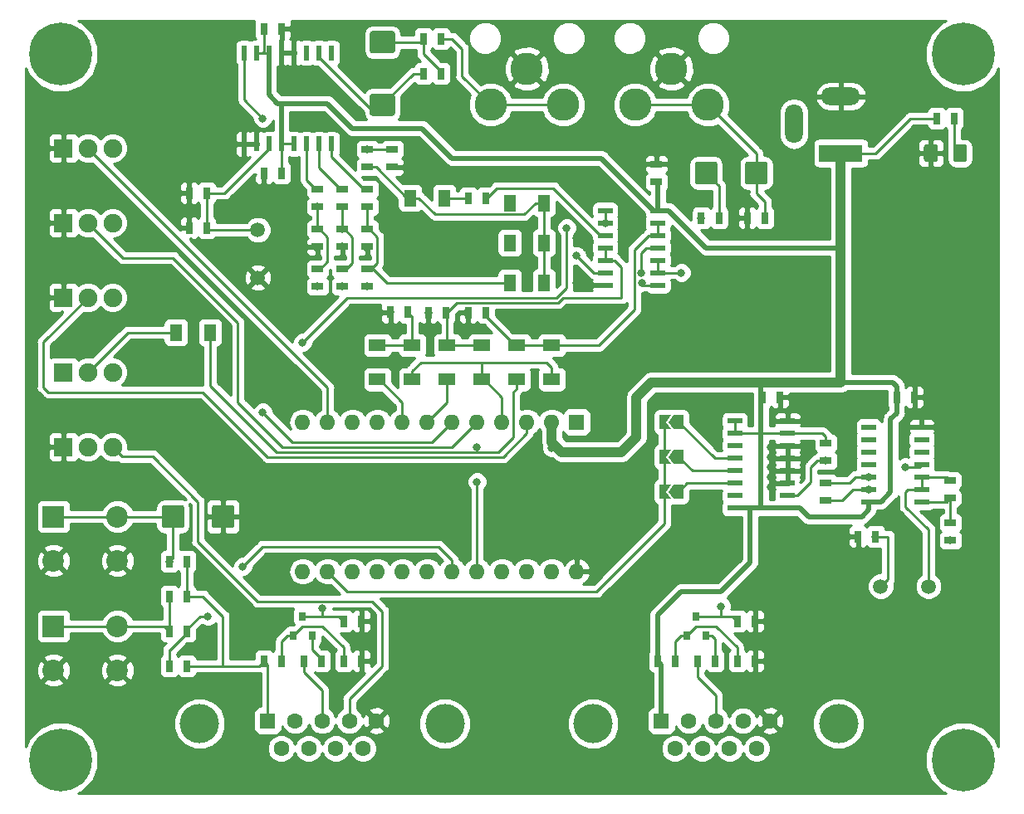
<source format=gbr>
G04 #@! TF.GenerationSoftware,KiCad,Pcbnew,5.0.2-bee76a0~70~ubuntu18.04.1*
G04 #@! TF.CreationDate,2019-12-10T23:09:57+02:00*
G04 #@! TF.ProjectId,videosport,76696465-6f73-4706-9f72-742e6b696361,rev?*
G04 #@! TF.SameCoordinates,Original*
G04 #@! TF.FileFunction,Copper,L1,Top*
G04 #@! TF.FilePolarity,Positive*
%FSLAX46Y46*%
G04 Gerber Fmt 4.6, Leading zero omitted, Abs format (unit mm)*
G04 Created by KiCad (PCBNEW 5.0.2-bee76a0~70~ubuntu18.04.1) date Вт 10 дек 2019 23:09:57*
%MOMM*%
%LPD*%
G01*
G04 APERTURE LIST*
G04 #@! TA.AperFunction,Conductor*
%ADD10C,0.100000*%
G04 #@! TD*
G04 #@! TA.AperFunction,SMDPad,CuDef*
%ADD11C,1.425000*%
G04 #@! TD*
G04 #@! TA.AperFunction,SMDPad,CuDef*
%ADD12R,0.797560X1.198880*%
G04 #@! TD*
G04 #@! TA.AperFunction,ComponentPad*
%ADD13C,0.800000*%
G04 #@! TD*
G04 #@! TA.AperFunction,ComponentPad*
%ADD14C,6.400000*%
G04 #@! TD*
G04 #@! TA.AperFunction,SMDPad,CuDef*
%ADD15R,1.300000X1.700000*%
G04 #@! TD*
G04 #@! TA.AperFunction,SMDPad,CuDef*
%ADD16R,1.700000X1.300000*%
G04 #@! TD*
G04 #@! TA.AperFunction,ComponentPad*
%ADD17R,1.600000X1.600000*%
G04 #@! TD*
G04 #@! TA.AperFunction,ComponentPad*
%ADD18O,1.600000X1.600000*%
G04 #@! TD*
G04 #@! TA.AperFunction,SMDPad,CuDef*
%ADD19R,1.198880X0.797560*%
G04 #@! TD*
G04 #@! TA.AperFunction,ComponentPad*
%ADD20C,1.900000*%
G04 #@! TD*
G04 #@! TA.AperFunction,ComponentPad*
%ADD21R,1.900000X1.900000*%
G04 #@! TD*
G04 #@! TA.AperFunction,ComponentPad*
%ADD22C,2.200000*%
G04 #@! TD*
G04 #@! TA.AperFunction,ComponentPad*
%ADD23R,2.200000X2.200000*%
G04 #@! TD*
G04 #@! TA.AperFunction,SMDPad,CuDef*
%ADD24C,2.250000*%
G04 #@! TD*
G04 #@! TA.AperFunction,ComponentPad*
%ADD25C,1.500000*%
G04 #@! TD*
G04 #@! TA.AperFunction,SMDPad,CuDef*
%ADD26R,0.800000X0.900000*%
G04 #@! TD*
G04 #@! TA.AperFunction,SMDPad,CuDef*
%ADD27C,0.300000*%
G04 #@! TD*
G04 #@! TA.AperFunction,SMDPad,CuDef*
%ADD28R,1.500000X0.600000*%
G04 #@! TD*
G04 #@! TA.AperFunction,ComponentPad*
%ADD29C,3.314700*%
G04 #@! TD*
G04 #@! TA.AperFunction,ComponentPad*
%ADD30O,1.800000X4.000000*%
G04 #@! TD*
G04 #@! TA.AperFunction,ComponentPad*
%ADD31O,4.000000X1.800000*%
G04 #@! TD*
G04 #@! TA.AperFunction,ComponentPad*
%ADD32R,4.400000X1.800000*%
G04 #@! TD*
G04 #@! TA.AperFunction,ComponentPad*
%ADD33C,4.000000*%
G04 #@! TD*
G04 #@! TA.AperFunction,ComponentPad*
%ADD34C,1.600000*%
G04 #@! TD*
G04 #@! TA.AperFunction,SMDPad,CuDef*
%ADD35R,0.600000X1.500000*%
G04 #@! TD*
G04 #@! TA.AperFunction,ViaPad*
%ADD36C,0.800000*%
G04 #@! TD*
G04 #@! TA.AperFunction,Conductor*
%ADD37C,0.250000*%
G04 #@! TD*
G04 #@! TA.AperFunction,Conductor*
%ADD38C,1.000000*%
G04 #@! TD*
G04 #@! TA.AperFunction,Conductor*
%ADD39C,0.500000*%
G04 #@! TD*
G04 #@! TA.AperFunction,Conductor*
%ADD40C,0.254000*%
G04 #@! TD*
G04 APERTURE END LIST*
D10*
G04 #@! TO.N,GND*
G04 #@! TO.C,D12*
G36*
X202199504Y-67198204D02*
X202223773Y-67201804D01*
X202247571Y-67207765D01*
X202270671Y-67216030D01*
X202292849Y-67226520D01*
X202313893Y-67239133D01*
X202333598Y-67253747D01*
X202351777Y-67270223D01*
X202368253Y-67288402D01*
X202382867Y-67308107D01*
X202395480Y-67329151D01*
X202405970Y-67351329D01*
X202414235Y-67374429D01*
X202420196Y-67398227D01*
X202423796Y-67422496D01*
X202425000Y-67447000D01*
X202425000Y-68697000D01*
X202423796Y-68721504D01*
X202420196Y-68745773D01*
X202414235Y-68769571D01*
X202405970Y-68792671D01*
X202395480Y-68814849D01*
X202382867Y-68835893D01*
X202368253Y-68855598D01*
X202351777Y-68873777D01*
X202333598Y-68890253D01*
X202313893Y-68904867D01*
X202292849Y-68917480D01*
X202270671Y-68927970D01*
X202247571Y-68936235D01*
X202223773Y-68942196D01*
X202199504Y-68945796D01*
X202175000Y-68947000D01*
X201250000Y-68947000D01*
X201225496Y-68945796D01*
X201201227Y-68942196D01*
X201177429Y-68936235D01*
X201154329Y-68927970D01*
X201132151Y-68917480D01*
X201111107Y-68904867D01*
X201091402Y-68890253D01*
X201073223Y-68873777D01*
X201056747Y-68855598D01*
X201042133Y-68835893D01*
X201029520Y-68814849D01*
X201019030Y-68792671D01*
X201010765Y-68769571D01*
X201004804Y-68745773D01*
X201001204Y-68721504D01*
X201000000Y-68697000D01*
X201000000Y-67447000D01*
X201001204Y-67422496D01*
X201004804Y-67398227D01*
X201010765Y-67374429D01*
X201019030Y-67351329D01*
X201029520Y-67329151D01*
X201042133Y-67308107D01*
X201056747Y-67288402D01*
X201073223Y-67270223D01*
X201091402Y-67253747D01*
X201111107Y-67239133D01*
X201132151Y-67226520D01*
X201154329Y-67216030D01*
X201177429Y-67207765D01*
X201201227Y-67201804D01*
X201225496Y-67198204D01*
X201250000Y-67197000D01*
X202175000Y-67197000D01*
X202199504Y-67198204D01*
X202199504Y-67198204D01*
G37*
D11*
G04 #@! TD*
G04 #@! TO.P,D12,1*
G04 #@! TO.N,GND*
X201712500Y-68072000D03*
D10*
G04 #@! TO.N,Net-(D12-Pad2)*
G04 #@! TO.C,D12*
G36*
X205174504Y-67198204D02*
X205198773Y-67201804D01*
X205222571Y-67207765D01*
X205245671Y-67216030D01*
X205267849Y-67226520D01*
X205288893Y-67239133D01*
X205308598Y-67253747D01*
X205326777Y-67270223D01*
X205343253Y-67288402D01*
X205357867Y-67308107D01*
X205370480Y-67329151D01*
X205380970Y-67351329D01*
X205389235Y-67374429D01*
X205395196Y-67398227D01*
X205398796Y-67422496D01*
X205400000Y-67447000D01*
X205400000Y-68697000D01*
X205398796Y-68721504D01*
X205395196Y-68745773D01*
X205389235Y-68769571D01*
X205380970Y-68792671D01*
X205370480Y-68814849D01*
X205357867Y-68835893D01*
X205343253Y-68855598D01*
X205326777Y-68873777D01*
X205308598Y-68890253D01*
X205288893Y-68904867D01*
X205267849Y-68917480D01*
X205245671Y-68927970D01*
X205222571Y-68936235D01*
X205198773Y-68942196D01*
X205174504Y-68945796D01*
X205150000Y-68947000D01*
X204225000Y-68947000D01*
X204200496Y-68945796D01*
X204176227Y-68942196D01*
X204152429Y-68936235D01*
X204129329Y-68927970D01*
X204107151Y-68917480D01*
X204086107Y-68904867D01*
X204066402Y-68890253D01*
X204048223Y-68873777D01*
X204031747Y-68855598D01*
X204017133Y-68835893D01*
X204004520Y-68814849D01*
X203994030Y-68792671D01*
X203985765Y-68769571D01*
X203979804Y-68745773D01*
X203976204Y-68721504D01*
X203975000Y-68697000D01*
X203975000Y-67447000D01*
X203976204Y-67422496D01*
X203979804Y-67398227D01*
X203985765Y-67374429D01*
X203994030Y-67351329D01*
X204004520Y-67329151D01*
X204017133Y-67308107D01*
X204031747Y-67288402D01*
X204048223Y-67270223D01*
X204066402Y-67253747D01*
X204086107Y-67239133D01*
X204107151Y-67226520D01*
X204129329Y-67216030D01*
X204152429Y-67207765D01*
X204176227Y-67201804D01*
X204200496Y-67198204D01*
X204225000Y-67197000D01*
X205150000Y-67197000D01*
X205174504Y-67198204D01*
X205174504Y-67198204D01*
G37*
D11*
G04 #@! TD*
G04 #@! TO.P,D12,2*
G04 #@! TO.N,Net-(D12-Pad2)*
X204687500Y-68072000D03*
D12*
G04 #@! TO.P,R29,1*
G04 #@! TO.N,Net-(D12-Pad2)*
X204099160Y-64516000D03*
G04 #@! TO.P,R29,2*
G04 #@! TO.N,+5V*
X202300840Y-64516000D03*
G04 #@! TD*
D13*
G04 #@! TO.P,H3,1*
G04 #@! TO.N,N/C*
X114701656Y-128284904D03*
X113004600Y-127581960D03*
X111307544Y-128284904D03*
X110604600Y-129981960D03*
X111307544Y-131679016D03*
X113004600Y-132381960D03*
X114701656Y-131679016D03*
X115404600Y-129981960D03*
D14*
X113004600Y-129981960D03*
G04 #@! TD*
G04 #@! TO.P,H2,1*
G04 #@! TO.N,N/C*
X205003400Y-57980580D03*
D13*
X207403400Y-57980580D03*
X206700456Y-59677636D03*
X205003400Y-60380580D03*
X203306344Y-59677636D03*
X202603400Y-57980580D03*
X203306344Y-56283524D03*
X205003400Y-55580580D03*
X206700456Y-56283524D03*
G04 #@! TD*
G04 #@! TO.P,H4,1*
G04 #@! TO.N,N/C*
X206700456Y-128284904D03*
X205003400Y-127581960D03*
X203306344Y-128284904D03*
X202603400Y-129981960D03*
X203306344Y-131679016D03*
X205003400Y-132381960D03*
X206700456Y-131679016D03*
X207403400Y-129981960D03*
D14*
X205003400Y-129981960D03*
G04 #@! TD*
G04 #@! TO.P,H1,1*
G04 #@! TO.N,N/C*
X113004600Y-57980580D03*
D13*
X115404600Y-57980580D03*
X114701656Y-59677636D03*
X113004600Y-60380580D03*
X111307544Y-59677636D03*
X110604600Y-57980580D03*
X111307544Y-56283524D03*
X113004600Y-55580580D03*
X114701656Y-56283524D03*
G04 #@! TD*
D15*
G04 #@! TO.P,D8,1*
G04 #@! TO.N,Net-(D10-Pad1)*
X148618000Y-72644000D03*
G04 #@! TO.P,D8,2*
G04 #@! TO.N,Net-(D8-Pad2)*
X152118000Y-72644000D03*
G04 #@! TD*
D16*
G04 #@! TO.P,D6,2*
G04 #@! TO.N,Net-(D5-Pad2)*
X148844000Y-91158000D03*
G04 #@! TO.P,D6,1*
G04 #@! TO.N,FS2*
X148844000Y-87658000D03*
G04 #@! TD*
D15*
G04 #@! TO.P,D11,1*
G04 #@! TO.N,Net-(D10-Pad1)*
X162278000Y-81280000D03*
G04 #@! TO.P,D11,2*
G04 #@! TO.N,Net-(C9-Pad1)*
X158778000Y-81280000D03*
G04 #@! TD*
G04 #@! TO.P,D10,2*
G04 #@! TO.N,Net-(C7-Pad1)*
X158778000Y-77216000D03*
G04 #@! TO.P,D10,1*
G04 #@! TO.N,Net-(D10-Pad1)*
X162278000Y-77216000D03*
G04 #@! TD*
G04 #@! TO.P,D9,1*
G04 #@! TO.N,Net-(D10-Pad1)*
X162278000Y-73152000D03*
G04 #@! TO.P,D9,2*
G04 #@! TO.N,Net-(C8-Pad1)*
X158778000Y-73152000D03*
G04 #@! TD*
D16*
G04 #@! TO.P,D7,2*
G04 #@! TO.N,Net-(D5-Pad2)*
X163068000Y-91158000D03*
G04 #@! TO.P,D7,1*
G04 #@! TO.N,Net-(D4-Pad1)*
X163068000Y-87658000D03*
G04 #@! TD*
G04 #@! TO.P,D5,1*
G04 #@! TO.N,Net-(D2-Pad1)*
X155956000Y-87658000D03*
G04 #@! TO.P,D5,2*
G04 #@! TO.N,Net-(D5-Pad2)*
X155956000Y-91158000D03*
G04 #@! TD*
G04 #@! TO.P,D4,2*
G04 #@! TO.N,Net-(D1-Pad2)*
X159512000Y-91158000D03*
G04 #@! TO.P,D4,1*
G04 #@! TO.N,Net-(D4-Pad1)*
X159512000Y-87658000D03*
G04 #@! TD*
G04 #@! TO.P,D3,1*
G04 #@! TO.N,FS2*
X145288000Y-87658000D03*
G04 #@! TO.P,D3,2*
G04 #@! TO.N,Net-(D3-Pad2)*
X145288000Y-91158000D03*
G04 #@! TD*
G04 #@! TO.P,D2,2*
G04 #@! TO.N,Net-(D2-Pad2)*
X152400000Y-91158000D03*
G04 #@! TO.P,D2,1*
G04 #@! TO.N,Net-(D2-Pad1)*
X152400000Y-87658000D03*
G04 #@! TD*
D15*
G04 #@! TO.P,D1,1*
G04 #@! TO.N,FS1*
X124742000Y-86360000D03*
G04 #@! TO.P,D1,2*
G04 #@! TO.N,Net-(D1-Pad2)*
X128242000Y-86360000D03*
G04 #@! TD*
D17*
G04 #@! TO.P,U5,1*
G04 #@! TO.N,Net-(R19-Pad1)*
X165608000Y-95504000D03*
D18*
G04 #@! TO.P,U5,13*
G04 #@! TO.N,Net-(U5-Pad13)*
X137668000Y-110744000D03*
G04 #@! TO.P,U5,2*
G04 #@! TO.N,+5V*
X163068000Y-95504000D03*
G04 #@! TO.P,U5,14*
G04 #@! TO.N,F2MHZ*
X140208000Y-110744000D03*
G04 #@! TO.P,U5,3*
G04 #@! TO.N,BA*
X160528000Y-95504000D03*
G04 #@! TO.P,U5,15*
G04 #@! TO.N,Net-(U5-Pad15)*
X142748000Y-110744000D03*
G04 #@! TO.P,U5,4*
G04 #@! TO.N,Net-(D5-Pad2)*
X157988000Y-95504000D03*
G04 #@! TO.P,U5,16*
G04 #@! TO.N,N/C*
X145288000Y-110744000D03*
G04 #@! TO.P,U5,5*
G04 #@! TO.N,BS*
X155448000Y-95504000D03*
G04 #@! TO.P,U5,17*
G04 #@! TO.N,N/C*
X147828000Y-110744000D03*
G04 #@! TO.P,U5,6*
G04 #@! TO.N,RUN*
X152908000Y-95504000D03*
G04 #@! TO.P,U5,18*
G04 #@! TO.N,N/C*
X150368000Y-110744000D03*
G04 #@! TO.P,U5,7*
G04 #@! TO.N,Net-(D2-Pad2)*
X150368000Y-95504000D03*
G04 #@! TO.P,U5,19*
G04 #@! TO.N,Net-(C13-Pad2)*
X152908000Y-110744000D03*
G04 #@! TO.P,U5,8*
G04 #@! TO.N,Net-(D3-Pad2)*
X147828000Y-95504000D03*
G04 #@! TO.P,U5,20*
G04 #@! TO.N,Net-(D1-Pad2)*
X155448000Y-110744000D03*
G04 #@! TO.P,U5,9*
G04 #@! TO.N,PR*
X145288000Y-95504000D03*
G04 #@! TO.P,U5,21*
G04 #@! TO.N,RESET*
X157988000Y-110744000D03*
G04 #@! TO.P,U5,10*
G04 #@! TO.N,PL*
X142748000Y-95504000D03*
G04 #@! TO.P,U5,22*
G04 #@! TO.N,Net-(U5-Pad22)*
X160528000Y-110744000D03*
G04 #@! TO.P,U5,11*
G04 #@! TO.N,PS*
X140208000Y-95504000D03*
G04 #@! TO.P,U5,23*
G04 #@! TO.N,Net-(U5-Pad23)*
X163068000Y-110744000D03*
G04 #@! TO.P,U5,12*
G04 #@! TO.N,Net-(U1-Pad1)*
X137668000Y-95504000D03*
G04 #@! TO.P,U5,24*
G04 #@! TO.N,GND*
X165608000Y-110744000D03*
G04 #@! TD*
D12*
G04 #@! TO.P,C13,1*
G04 #@! TO.N,GAME_SEL*
X124068840Y-116840000D03*
G04 #@! TO.P,C13,2*
G04 #@! TO.N,Net-(C13-Pad2)*
X125867160Y-116840000D03*
G04 #@! TD*
G04 #@! TO.P,C14,2*
G04 #@! TO.N,+5V*
X133720840Y-55372000D03*
G04 #@! TO.P,C14,1*
G04 #@! TO.N,GND*
X135519160Y-55372000D03*
G04 #@! TD*
G04 #@! TO.P,C16,2*
G04 #@! TO.N,+5V*
X135519160Y-70104000D03*
G04 #@! TO.P,C16,1*
G04 #@! TO.N,GND*
X133720840Y-70104000D03*
G04 #@! TD*
G04 #@! TO.P,C17,1*
G04 #@! TO.N,GND*
X200035160Y-92964000D03*
G04 #@! TO.P,C17,2*
G04 #@! TO.N,+5V*
X198236840Y-92964000D03*
G04 #@! TD*
G04 #@! TO.P,C18,2*
G04 #@! TO.N,+5V*
X184520840Y-92964000D03*
G04 #@! TO.P,C18,1*
G04 #@! TO.N,GND*
X186319160Y-92964000D03*
G04 #@! TD*
D19*
G04 #@! TO.P,C19,1*
G04 #@! TO.N,GND*
X173736000Y-69204840D03*
G04 #@! TO.P,C19,2*
G04 #@! TO.N,+5V*
X173736000Y-71003160D03*
G04 #@! TD*
D12*
G04 #@! TO.P,R27,2*
G04 #@! TO.N,+5V*
X125867160Y-113284000D03*
G04 #@! TO.P,R27,1*
G04 #@! TO.N,GAME_SEL*
X124068840Y-113284000D03*
G04 #@! TD*
G04 #@! TO.P,R28,1*
G04 #@! TO.N,Net-(C13-Pad2)*
X124068840Y-120396000D03*
G04 #@! TO.P,R28,2*
G04 #@! TO.N,+5V*
X125867160Y-120396000D03*
G04 #@! TD*
D20*
G04 #@! TO.P,S5,3*
G04 #@! TO.N,E_PL*
X118284000Y-98044000D03*
G04 #@! TO.P,S5,2*
G04 #@! TO.N,RUN*
X115784000Y-98044000D03*
D21*
G04 #@! TO.P,S5,1*
G04 #@! TO.N,GND*
X113284000Y-98044000D03*
G04 #@! TD*
G04 #@! TO.P,S2,1*
G04 #@! TO.N,GND*
X113284000Y-75184000D03*
D20*
G04 #@! TO.P,S2,2*
G04 #@! TO.N,BS*
X115784000Y-75184000D03*
G04 #@! TO.P,S2,3*
G04 #@! TO.N,Net-(S2-Pad3)*
X118284000Y-75184000D03*
G04 #@! TD*
G04 #@! TO.P,S3,3*
G04 #@! TO.N,Net-(S3-Pad3)*
X118284000Y-82804000D03*
G04 #@! TO.P,S3,2*
G04 #@! TO.N,BA*
X115784000Y-82804000D03*
D21*
G04 #@! TO.P,S3,1*
G04 #@! TO.N,GND*
X113284000Y-82804000D03*
G04 #@! TD*
G04 #@! TO.P,S4,1*
G04 #@! TO.N,Net-(S4-Pad1)*
X113284000Y-90424000D03*
D20*
G04 #@! TO.P,S4,2*
G04 #@! TO.N,FS1*
X115784000Y-90424000D03*
G04 #@! TO.P,S4,3*
G04 #@! TO.N,FS2*
X118284000Y-90424000D03*
G04 #@! TD*
D22*
G04 #@! TO.P,S7,3*
G04 #@! TO.N,GND*
X112268000Y-120832000D03*
G04 #@! TO.P,S7,4*
X118768000Y-120832000D03*
G04 #@! TO.P,S7,2*
G04 #@! TO.N,GAME_SEL*
X118768000Y-116332000D03*
D23*
G04 #@! TO.P,S7,1*
X112268000Y-116332000D03*
G04 #@! TD*
G04 #@! TO.P,S6,1*
G04 #@! TO.N,RESET*
X112268000Y-105156000D03*
D22*
G04 #@! TO.P,S6,2*
X118768000Y-105156000D03*
G04 #@! TO.P,S6,4*
G04 #@! TO.N,GND*
X118768000Y-109656000D03*
G04 #@! TO.P,S6,3*
X112268000Y-109656000D03*
G04 #@! TD*
D10*
G04 #@! TO.N,GND*
G04 #@! TO.C,C3*
G36*
X130449505Y-103982204D02*
X130473773Y-103985804D01*
X130497572Y-103991765D01*
X130520671Y-104000030D01*
X130542850Y-104010520D01*
X130563893Y-104023132D01*
X130583599Y-104037747D01*
X130601777Y-104054223D01*
X130618253Y-104072401D01*
X130632868Y-104092107D01*
X130645480Y-104113150D01*
X130655970Y-104135329D01*
X130664235Y-104158428D01*
X130670196Y-104182227D01*
X130673796Y-104206495D01*
X130675000Y-104230999D01*
X130675000Y-106081001D01*
X130673796Y-106105505D01*
X130670196Y-106129773D01*
X130664235Y-106153572D01*
X130655970Y-106176671D01*
X130645480Y-106198850D01*
X130632868Y-106219893D01*
X130618253Y-106239599D01*
X130601777Y-106257777D01*
X130583599Y-106274253D01*
X130563893Y-106288868D01*
X130542850Y-106301480D01*
X130520671Y-106311970D01*
X130497572Y-106320235D01*
X130473773Y-106326196D01*
X130449505Y-106329796D01*
X130425001Y-106331000D01*
X128674999Y-106331000D01*
X128650495Y-106329796D01*
X128626227Y-106326196D01*
X128602428Y-106320235D01*
X128579329Y-106311970D01*
X128557150Y-106301480D01*
X128536107Y-106288868D01*
X128516401Y-106274253D01*
X128498223Y-106257777D01*
X128481747Y-106239599D01*
X128467132Y-106219893D01*
X128454520Y-106198850D01*
X128444030Y-106176671D01*
X128435765Y-106153572D01*
X128429804Y-106129773D01*
X128426204Y-106105505D01*
X128425000Y-106081001D01*
X128425000Y-104230999D01*
X128426204Y-104206495D01*
X128429804Y-104182227D01*
X128435765Y-104158428D01*
X128444030Y-104135329D01*
X128454520Y-104113150D01*
X128467132Y-104092107D01*
X128481747Y-104072401D01*
X128498223Y-104054223D01*
X128516401Y-104037747D01*
X128536107Y-104023132D01*
X128557150Y-104010520D01*
X128579329Y-104000030D01*
X128602428Y-103991765D01*
X128626227Y-103985804D01*
X128650495Y-103982204D01*
X128674999Y-103981000D01*
X130425001Y-103981000D01*
X130449505Y-103982204D01*
X130449505Y-103982204D01*
G37*
D24*
G04 #@! TD*
G04 #@! TO.P,C3,2*
G04 #@! TO.N,GND*
X129550000Y-105156000D03*
D10*
G04 #@! TO.N,RESET*
G04 #@! TO.C,C3*
G36*
X125349505Y-103982204D02*
X125373773Y-103985804D01*
X125397572Y-103991765D01*
X125420671Y-104000030D01*
X125442850Y-104010520D01*
X125463893Y-104023132D01*
X125483599Y-104037747D01*
X125501777Y-104054223D01*
X125518253Y-104072401D01*
X125532868Y-104092107D01*
X125545480Y-104113150D01*
X125555970Y-104135329D01*
X125564235Y-104158428D01*
X125570196Y-104182227D01*
X125573796Y-104206495D01*
X125575000Y-104230999D01*
X125575000Y-106081001D01*
X125573796Y-106105505D01*
X125570196Y-106129773D01*
X125564235Y-106153572D01*
X125555970Y-106176671D01*
X125545480Y-106198850D01*
X125532868Y-106219893D01*
X125518253Y-106239599D01*
X125501777Y-106257777D01*
X125483599Y-106274253D01*
X125463893Y-106288868D01*
X125442850Y-106301480D01*
X125420671Y-106311970D01*
X125397572Y-106320235D01*
X125373773Y-106326196D01*
X125349505Y-106329796D01*
X125325001Y-106331000D01*
X123574999Y-106331000D01*
X123550495Y-106329796D01*
X123526227Y-106326196D01*
X123502428Y-106320235D01*
X123479329Y-106311970D01*
X123457150Y-106301480D01*
X123436107Y-106288868D01*
X123416401Y-106274253D01*
X123398223Y-106257777D01*
X123381747Y-106239599D01*
X123367132Y-106219893D01*
X123354520Y-106198850D01*
X123344030Y-106176671D01*
X123335765Y-106153572D01*
X123329804Y-106129773D01*
X123326204Y-106105505D01*
X123325000Y-106081001D01*
X123325000Y-104230999D01*
X123326204Y-104206495D01*
X123329804Y-104182227D01*
X123335765Y-104158428D01*
X123344030Y-104135329D01*
X123354520Y-104113150D01*
X123367132Y-104092107D01*
X123381747Y-104072401D01*
X123398223Y-104054223D01*
X123416401Y-104037747D01*
X123436107Y-104023132D01*
X123457150Y-104010520D01*
X123479329Y-104000030D01*
X123502428Y-103991765D01*
X123526227Y-103985804D01*
X123550495Y-103982204D01*
X123574999Y-103981000D01*
X125325001Y-103981000D01*
X125349505Y-103982204D01*
X125349505Y-103982204D01*
G37*
D24*
G04 #@! TD*
G04 #@! TO.P,C3,1*
G04 #@! TO.N,RESET*
X124450000Y-105156000D03*
D10*
G04 #@! TO.N,Net-(C6-Pad1)*
G04 #@! TO.C,C6*
G36*
X179705505Y-68930204D02*
X179729773Y-68933804D01*
X179753572Y-68939765D01*
X179776671Y-68948030D01*
X179798850Y-68958520D01*
X179819893Y-68971132D01*
X179839599Y-68985747D01*
X179857777Y-69002223D01*
X179874253Y-69020401D01*
X179888868Y-69040107D01*
X179901480Y-69061150D01*
X179911970Y-69083329D01*
X179920235Y-69106428D01*
X179926196Y-69130227D01*
X179929796Y-69154495D01*
X179931000Y-69178999D01*
X179931000Y-71029001D01*
X179929796Y-71053505D01*
X179926196Y-71077773D01*
X179920235Y-71101572D01*
X179911970Y-71124671D01*
X179901480Y-71146850D01*
X179888868Y-71167893D01*
X179874253Y-71187599D01*
X179857777Y-71205777D01*
X179839599Y-71222253D01*
X179819893Y-71236868D01*
X179798850Y-71249480D01*
X179776671Y-71259970D01*
X179753572Y-71268235D01*
X179729773Y-71274196D01*
X179705505Y-71277796D01*
X179681001Y-71279000D01*
X177930999Y-71279000D01*
X177906495Y-71277796D01*
X177882227Y-71274196D01*
X177858428Y-71268235D01*
X177835329Y-71259970D01*
X177813150Y-71249480D01*
X177792107Y-71236868D01*
X177772401Y-71222253D01*
X177754223Y-71205777D01*
X177737747Y-71187599D01*
X177723132Y-71167893D01*
X177710520Y-71146850D01*
X177700030Y-71124671D01*
X177691765Y-71101572D01*
X177685804Y-71077773D01*
X177682204Y-71053505D01*
X177681000Y-71029001D01*
X177681000Y-69178999D01*
X177682204Y-69154495D01*
X177685804Y-69130227D01*
X177691765Y-69106428D01*
X177700030Y-69083329D01*
X177710520Y-69061150D01*
X177723132Y-69040107D01*
X177737747Y-69020401D01*
X177754223Y-69002223D01*
X177772401Y-68985747D01*
X177792107Y-68971132D01*
X177813150Y-68958520D01*
X177835329Y-68948030D01*
X177858428Y-68939765D01*
X177882227Y-68933804D01*
X177906495Y-68930204D01*
X177930999Y-68929000D01*
X179681001Y-68929000D01*
X179705505Y-68930204D01*
X179705505Y-68930204D01*
G37*
D24*
G04 #@! TD*
G04 #@! TO.P,C6,1*
G04 #@! TO.N,Net-(C6-Pad1)*
X178806000Y-70104000D03*
D10*
G04 #@! TO.N,Net-(C6-Pad2)*
G04 #@! TO.C,C6*
G36*
X184805505Y-68930204D02*
X184829773Y-68933804D01*
X184853572Y-68939765D01*
X184876671Y-68948030D01*
X184898850Y-68958520D01*
X184919893Y-68971132D01*
X184939599Y-68985747D01*
X184957777Y-69002223D01*
X184974253Y-69020401D01*
X184988868Y-69040107D01*
X185001480Y-69061150D01*
X185011970Y-69083329D01*
X185020235Y-69106428D01*
X185026196Y-69130227D01*
X185029796Y-69154495D01*
X185031000Y-69178999D01*
X185031000Y-71029001D01*
X185029796Y-71053505D01*
X185026196Y-71077773D01*
X185020235Y-71101572D01*
X185011970Y-71124671D01*
X185001480Y-71146850D01*
X184988868Y-71167893D01*
X184974253Y-71187599D01*
X184957777Y-71205777D01*
X184939599Y-71222253D01*
X184919893Y-71236868D01*
X184898850Y-71249480D01*
X184876671Y-71259970D01*
X184853572Y-71268235D01*
X184829773Y-71274196D01*
X184805505Y-71277796D01*
X184781001Y-71279000D01*
X183030999Y-71279000D01*
X183006495Y-71277796D01*
X182982227Y-71274196D01*
X182958428Y-71268235D01*
X182935329Y-71259970D01*
X182913150Y-71249480D01*
X182892107Y-71236868D01*
X182872401Y-71222253D01*
X182854223Y-71205777D01*
X182837747Y-71187599D01*
X182823132Y-71167893D01*
X182810520Y-71146850D01*
X182800030Y-71124671D01*
X182791765Y-71101572D01*
X182785804Y-71077773D01*
X182782204Y-71053505D01*
X182781000Y-71029001D01*
X182781000Y-69178999D01*
X182782204Y-69154495D01*
X182785804Y-69130227D01*
X182791765Y-69106428D01*
X182800030Y-69083329D01*
X182810520Y-69061150D01*
X182823132Y-69040107D01*
X182837747Y-69020401D01*
X182854223Y-69002223D01*
X182872401Y-68985747D01*
X182892107Y-68971132D01*
X182913150Y-68958520D01*
X182935329Y-68948030D01*
X182958428Y-68939765D01*
X182982227Y-68933804D01*
X183006495Y-68930204D01*
X183030999Y-68929000D01*
X184781001Y-68929000D01*
X184805505Y-68930204D01*
X184805505Y-68930204D01*
G37*
D24*
G04 #@! TD*
G04 #@! TO.P,C6,2*
G04 #@! TO.N,Net-(C6-Pad2)*
X183906000Y-70104000D03*
D10*
G04 #@! TO.N,Net-(C11-Pad1)*
G04 #@! TO.C,C12*
G36*
X146845505Y-62020204D02*
X146869773Y-62023804D01*
X146893572Y-62029765D01*
X146916671Y-62038030D01*
X146938850Y-62048520D01*
X146959893Y-62061132D01*
X146979599Y-62075747D01*
X146997777Y-62092223D01*
X147014253Y-62110401D01*
X147028868Y-62130107D01*
X147041480Y-62151150D01*
X147051970Y-62173329D01*
X147060235Y-62196428D01*
X147066196Y-62220227D01*
X147069796Y-62244495D01*
X147071000Y-62268999D01*
X147071000Y-64019001D01*
X147069796Y-64043505D01*
X147066196Y-64067773D01*
X147060235Y-64091572D01*
X147051970Y-64114671D01*
X147041480Y-64136850D01*
X147028868Y-64157893D01*
X147014253Y-64177599D01*
X146997777Y-64195777D01*
X146979599Y-64212253D01*
X146959893Y-64226868D01*
X146938850Y-64239480D01*
X146916671Y-64249970D01*
X146893572Y-64258235D01*
X146869773Y-64264196D01*
X146845505Y-64267796D01*
X146821001Y-64269000D01*
X144770999Y-64269000D01*
X144746495Y-64267796D01*
X144722227Y-64264196D01*
X144698428Y-64258235D01*
X144675329Y-64249970D01*
X144653150Y-64239480D01*
X144632107Y-64226868D01*
X144612401Y-64212253D01*
X144594223Y-64195777D01*
X144577747Y-64177599D01*
X144563132Y-64157893D01*
X144550520Y-64136850D01*
X144540030Y-64114671D01*
X144531765Y-64091572D01*
X144525804Y-64067773D01*
X144522204Y-64043505D01*
X144521000Y-64019001D01*
X144521000Y-62268999D01*
X144522204Y-62244495D01*
X144525804Y-62220227D01*
X144531765Y-62196428D01*
X144540030Y-62173329D01*
X144550520Y-62151150D01*
X144563132Y-62130107D01*
X144577747Y-62110401D01*
X144594223Y-62092223D01*
X144612401Y-62075747D01*
X144632107Y-62061132D01*
X144653150Y-62048520D01*
X144675329Y-62038030D01*
X144698428Y-62029765D01*
X144722227Y-62023804D01*
X144746495Y-62020204D01*
X144770999Y-62019000D01*
X146821001Y-62019000D01*
X146845505Y-62020204D01*
X146845505Y-62020204D01*
G37*
D24*
G04 #@! TD*
G04 #@! TO.P,C12,1*
G04 #@! TO.N,Net-(C11-Pad1)*
X145796000Y-63144000D03*
D10*
G04 #@! TO.N,Net-(C11-Pad2)*
G04 #@! TO.C,C12*
G36*
X146845505Y-55620204D02*
X146869773Y-55623804D01*
X146893572Y-55629765D01*
X146916671Y-55638030D01*
X146938850Y-55648520D01*
X146959893Y-55661132D01*
X146979599Y-55675747D01*
X146997777Y-55692223D01*
X147014253Y-55710401D01*
X147028868Y-55730107D01*
X147041480Y-55751150D01*
X147051970Y-55773329D01*
X147060235Y-55796428D01*
X147066196Y-55820227D01*
X147069796Y-55844495D01*
X147071000Y-55868999D01*
X147071000Y-57619001D01*
X147069796Y-57643505D01*
X147066196Y-57667773D01*
X147060235Y-57691572D01*
X147051970Y-57714671D01*
X147041480Y-57736850D01*
X147028868Y-57757893D01*
X147014253Y-57777599D01*
X146997777Y-57795777D01*
X146979599Y-57812253D01*
X146959893Y-57826868D01*
X146938850Y-57839480D01*
X146916671Y-57849970D01*
X146893572Y-57858235D01*
X146869773Y-57864196D01*
X146845505Y-57867796D01*
X146821001Y-57869000D01*
X144770999Y-57869000D01*
X144746495Y-57867796D01*
X144722227Y-57864196D01*
X144698428Y-57858235D01*
X144675329Y-57849970D01*
X144653150Y-57839480D01*
X144632107Y-57826868D01*
X144612401Y-57812253D01*
X144594223Y-57795777D01*
X144577747Y-57777599D01*
X144563132Y-57757893D01*
X144550520Y-57736850D01*
X144540030Y-57714671D01*
X144531765Y-57691572D01*
X144525804Y-57667773D01*
X144522204Y-57643505D01*
X144521000Y-57619001D01*
X144521000Y-55868999D01*
X144522204Y-55844495D01*
X144525804Y-55820227D01*
X144531765Y-55796428D01*
X144540030Y-55773329D01*
X144550520Y-55751150D01*
X144563132Y-55730107D01*
X144577747Y-55710401D01*
X144594223Y-55692223D01*
X144612401Y-55675747D01*
X144632107Y-55661132D01*
X144653150Y-55648520D01*
X144675329Y-55638030D01*
X144698428Y-55629765D01*
X144722227Y-55623804D01*
X144746495Y-55620204D01*
X144770999Y-55619000D01*
X146821001Y-55619000D01*
X146845505Y-55620204D01*
X146845505Y-55620204D01*
G37*
D24*
G04 #@! TD*
G04 #@! TO.P,C12,2*
G04 #@! TO.N,Net-(C11-Pad2)*
X145796000Y-56744000D03*
D12*
G04 #@! TO.P,C11,2*
G04 #@! TO.N,Net-(C11-Pad2)*
X151775160Y-59944000D03*
G04 #@! TO.P,C11,1*
G04 #@! TO.N,Net-(C11-Pad1)*
X149976840Y-59944000D03*
G04 #@! TD*
G04 #@! TO.P,C10,1*
G04 #@! TO.N,GND*
X126100840Y-75692000D03*
G04 #@! TO.P,C10,2*
G04 #@! TO.N,Net-(C10-Pad2)*
X127899160Y-75692000D03*
G04 #@! TD*
D19*
G04 #@! TO.P,C9,2*
G04 #@! TO.N,Net-(C9-Pad2)*
X144272000Y-71744840D03*
G04 #@! TO.P,C9,1*
G04 #@! TO.N,Net-(C9-Pad1)*
X144272000Y-73543160D03*
G04 #@! TD*
G04 #@! TO.P,C8,1*
G04 #@! TO.N,Net-(C8-Pad1)*
X139192000Y-73543160D03*
G04 #@! TO.P,C8,2*
G04 #@! TO.N,Net-(C8-Pad2)*
X139192000Y-71744840D03*
G04 #@! TD*
G04 #@! TO.P,C7,2*
G04 #@! TO.N,Net-(C7-Pad2)*
X141732000Y-71744840D03*
G04 #@! TO.P,C7,1*
G04 #@! TO.N,Net-(C7-Pad1)*
X141732000Y-73543160D03*
G04 #@! TD*
D12*
G04 #@! TO.P,C5,1*
G04 #@! TO.N,GND*
X183779160Y-115824000D03*
G04 #@! TO.P,C5,2*
G04 #@! TO.N,PR*
X181980840Y-115824000D03*
G04 #@! TD*
G04 #@! TO.P,C4,2*
G04 #@! TO.N,PL*
X141848840Y-115824000D03*
G04 #@! TO.P,C4,1*
G04 #@! TO.N,GND*
X143647160Y-115824000D03*
G04 #@! TD*
G04 #@! TO.P,C2,1*
G04 #@! TO.N,GND*
X194289680Y-107188000D03*
G04 #@! TO.P,C2,2*
G04 #@! TO.N,Net-(C2-Pad2)*
X196088000Y-107188000D03*
G04 #@! TD*
D25*
G04 #@! TO.P,Y2,1*
G04 #@! TO.N,GND*
X133096000Y-80772000D03*
G04 #@! TO.P,Y2,2*
G04 #@! TO.N,Net-(C10-Pad2)*
X133096000Y-75892000D03*
G04 #@! TD*
D26*
G04 #@! TO.P,Q2,3*
G04 #@! TO.N,PR*
X177800000Y-115332000D03*
G04 #@! TO.P,Q2,2*
G04 #@! TO.N,Net-(Q2-Pad2)*
X178750000Y-117332000D03*
G04 #@! TO.P,Q2,1*
G04 #@! TO.N,Net-(Q2-Pad1)*
X176850000Y-117332000D03*
G04 #@! TD*
G04 #@! TO.P,Q1,1*
G04 #@! TO.N,Net-(Q1-Pad1)*
X136718000Y-117332000D03*
G04 #@! TO.P,Q1,2*
G04 #@! TO.N,Net-(Q1-Pad2)*
X138618000Y-117332000D03*
G04 #@! TO.P,Q1,3*
G04 #@! TO.N,PL*
X137668000Y-115332000D03*
G04 #@! TD*
D12*
G04 #@! TO.P,R20,1*
G04 #@! TO.N,GND*
X182996840Y-74676000D03*
G04 #@! TO.P,R20,2*
G04 #@! TO.N,Net-(C6-Pad2)*
X184795160Y-74676000D03*
G04 #@! TD*
G04 #@! TO.P,R17,2*
G04 #@! TO.N,GND*
X143647160Y-119888000D03*
G04 #@! TO.P,R17,1*
G04 #@! TO.N,Net-(Q1-Pad1)*
X141848840Y-119888000D03*
G04 #@! TD*
G04 #@! TO.P,R19,1*
G04 #@! TO.N,Net-(R19-Pad1)*
X178308000Y-74676000D03*
G04 #@! TO.P,R19,2*
G04 #@! TO.N,Net-(C6-Pad1)*
X180106320Y-74676000D03*
G04 #@! TD*
D19*
G04 #@! TO.P,R21,2*
G04 #@! TO.N,Net-(C8-Pad1)*
X139192000Y-75808840D03*
G04 #@! TO.P,R21,1*
G04 #@! TO.N,GND*
X139192000Y-77607160D03*
G04 #@! TD*
D12*
G04 #@! TO.P,R18,1*
G04 #@! TO.N,Net-(Q2-Pad1)*
X181980840Y-119888000D03*
G04 #@! TO.P,R18,2*
G04 #@! TO.N,GND*
X183779160Y-119888000D03*
G04 #@! TD*
G04 #@! TO.P,R13,2*
G04 #@! TO.N,Net-(Q1-Pad1)*
X135519160Y-119888000D03*
G04 #@! TO.P,R13,1*
G04 #@! TO.N,+5V*
X133720840Y-119888000D03*
G04 #@! TD*
G04 #@! TO.P,R14,1*
G04 #@! TO.N,Net-(J2-Pad3)*
X177916840Y-119888000D03*
G04 #@! TO.P,R14,2*
G04 #@! TO.N,Net-(Q2-Pad2)*
X179715160Y-119888000D03*
G04 #@! TD*
G04 #@! TO.P,R15,2*
G04 #@! TO.N,Net-(Q2-Pad1)*
X175651160Y-119888000D03*
G04 #@! TO.P,R15,1*
G04 #@! TO.N,+5V*
X173852840Y-119888000D03*
G04 #@! TD*
G04 #@! TO.P,R16,1*
G04 #@! TO.N,RESET*
X124068840Y-109728000D03*
G04 #@! TO.P,R16,2*
G04 #@! TO.N,+5V*
X125867160Y-109728000D03*
G04 #@! TD*
G04 #@! TO.P,R26,2*
G04 #@! TO.N,Net-(J3-PadPIN)*
X151775160Y-56388000D03*
G04 #@! TO.P,R26,1*
G04 #@! TO.N,Net-(C11-Pad2)*
X149976840Y-56388000D03*
G04 #@! TD*
D19*
G04 #@! TO.P,R25,1*
G04 #@! TO.N,Net-(R25-Pad1)*
X146812000Y-67680840D03*
G04 #@! TO.P,R25,2*
G04 #@! TO.N,GND*
X146812000Y-69479160D03*
G04 #@! TD*
D12*
G04 #@! TO.P,R24,2*
G04 #@! TO.N,Net-(C10-Pad2)*
X127899160Y-72136000D03*
G04 #@! TO.P,R24,1*
G04 #@! TO.N,GND*
X126100840Y-72136000D03*
G04 #@! TD*
D19*
G04 #@! TO.P,R23,1*
G04 #@! TO.N,GND*
X144272000Y-77607160D03*
G04 #@! TO.P,R23,2*
G04 #@! TO.N,Net-(C9-Pad1)*
X144272000Y-75808840D03*
G04 #@! TD*
G04 #@! TO.P,R22,2*
G04 #@! TO.N,Net-(C7-Pad1)*
X141732000Y-75808840D03*
G04 #@! TO.P,R22,1*
G04 #@! TO.N,GND*
X141732000Y-77607160D03*
G04 #@! TD*
D12*
G04 #@! TO.P,R12,1*
G04 #@! TO.N,Net-(J1-Pad3)*
X137784840Y-119888000D03*
G04 #@! TO.P,R12,2*
G04 #@! TO.N,Net-(Q1-Pad2)*
X139583160Y-119888000D03*
G04 #@! TD*
D21*
G04 #@! TO.P,S1,1*
G04 #@! TO.N,GND*
X113284000Y-67564000D03*
D20*
G04 #@! TO.P,S1,2*
G04 #@! TO.N,PS*
X115784000Y-67564000D03*
G04 #@! TO.P,S1,3*
G04 #@! TO.N,Net-(S1-Pad3)*
X118284000Y-67564000D03*
G04 #@! TD*
D19*
G04 #@! TO.P,C1,1*
G04 #@! TO.N,Net-(C1-Pad1)*
X203708000Y-107579160D03*
G04 #@! TO.P,C1,2*
G04 #@! TO.N,Net-(C1-Pad2)*
X203708000Y-105780840D03*
G04 #@! TD*
D25*
G04 #@! TO.P,Y1,1*
G04 #@! TO.N,Net-(C2-Pad2)*
X196596000Y-112268000D03*
G04 #@! TO.P,Y1,2*
G04 #@! TO.N,Net-(R10-Pad2)*
X201476000Y-112268000D03*
G04 #@! TD*
D27*
G04 #@! TO.P,JP3,2*
G04 #@! TO.N,F2MHZ*
X174535000Y-95504000D03*
D10*
G04 #@! TD*
G04 #@! TO.N,F2MHZ*
G04 #@! TO.C,JP3*
G36*
X174035000Y-94754000D02*
X175185000Y-94754000D01*
X174685000Y-95504000D01*
X175185000Y-96254000D01*
X174035000Y-96254000D01*
X174035000Y-94754000D01*
X174035000Y-94754000D01*
G37*
D27*
G04 #@! TO.P,JP3,1*
G04 #@! TO.N,Net-(JP3-Pad1)*
X175985000Y-95504000D03*
D10*
G04 #@! TD*
G04 #@! TO.N,Net-(JP3-Pad1)*
G04 #@! TO.C,JP3*
G36*
X174985000Y-95504000D02*
X175485000Y-94754000D01*
X176485000Y-94754000D01*
X176485000Y-96254000D01*
X175485000Y-96254000D01*
X174985000Y-95504000D01*
X174985000Y-95504000D01*
G37*
D27*
G04 #@! TO.P,JP2,1*
G04 #@! TO.N,Net-(JP2-Pad1)*
X175985000Y-99060000D03*
D10*
G04 #@! TD*
G04 #@! TO.N,Net-(JP2-Pad1)*
G04 #@! TO.C,JP2*
G36*
X174985000Y-99060000D02*
X175485000Y-98310000D01*
X176485000Y-98310000D01*
X176485000Y-99810000D01*
X175485000Y-99810000D01*
X174985000Y-99060000D01*
X174985000Y-99060000D01*
G37*
D27*
G04 #@! TO.P,JP2,2*
G04 #@! TO.N,F2MHZ*
X174535000Y-99060000D03*
D10*
G04 #@! TD*
G04 #@! TO.N,F2MHZ*
G04 #@! TO.C,JP2*
G36*
X174035000Y-98310000D02*
X175185000Y-98310000D01*
X174685000Y-99060000D01*
X175185000Y-99810000D01*
X174035000Y-99810000D01*
X174035000Y-98310000D01*
X174035000Y-98310000D01*
G37*
D27*
G04 #@! TO.P,JP1,2*
G04 #@! TO.N,F2MHZ*
X174535000Y-102616000D03*
D10*
G04 #@! TD*
G04 #@! TO.N,F2MHZ*
G04 #@! TO.C,JP1*
G36*
X174035000Y-101866000D02*
X175185000Y-101866000D01*
X174685000Y-102616000D01*
X175185000Y-103366000D01*
X174035000Y-103366000D01*
X174035000Y-101866000D01*
X174035000Y-101866000D01*
G37*
D27*
G04 #@! TO.P,JP1,1*
G04 #@! TO.N,Net-(JP1-Pad1)*
X175985000Y-102616000D03*
D10*
G04 #@! TD*
G04 #@! TO.N,Net-(JP1-Pad1)*
G04 #@! TO.C,JP1*
G36*
X174985000Y-102616000D02*
X175485000Y-101866000D01*
X176485000Y-101866000D01*
X176485000Y-103366000D01*
X175485000Y-103366000D01*
X174985000Y-102616000D01*
X174985000Y-102616000D01*
G37*
D19*
G04 #@! TO.P,R11,1*
G04 #@! TO.N,Net-(R11-Pad1)*
X191008000Y-99451160D03*
G04 #@! TO.P,R11,2*
G04 #@! TO.N,+5V*
X191008000Y-97652840D03*
G04 #@! TD*
G04 #@! TO.P,R10,2*
G04 #@! TO.N,Net-(R10-Pad2)*
X203668157Y-101466575D03*
G04 #@! TO.P,R10,1*
G04 #@! TO.N,Net-(C1-Pad2)*
X203668157Y-103264895D03*
G04 #@! TD*
G04 #@! TO.P,R9,1*
G04 #@! TO.N,Net-(C2-Pad2)*
X191008000Y-103515160D03*
G04 #@! TO.P,R9,2*
G04 #@! TO.N,Net-(C1-Pad1)*
X191008000Y-101716840D03*
G04 #@! TD*
D28*
G04 #@! TO.P,U3,1*
G04 #@! TO.N,Net-(C1-Pad2)*
X200780157Y-103635735D03*
G04 #@! TO.P,U3,2*
G04 #@! TO.N,Net-(R10-Pad2)*
X200780157Y-102365735D03*
G04 #@! TO.P,U3,3*
X200780157Y-101095735D03*
G04 #@! TO.P,U3,4*
G04 #@! TO.N,Net-(R11-Pad1)*
X200780157Y-99825735D03*
G04 #@! TO.P,U3,5*
G04 #@! TO.N,N/C*
X200780157Y-98555735D03*
G04 #@! TO.P,U3,6*
X200780157Y-97285735D03*
G04 #@! TO.P,U3,7*
G04 #@! TO.N,GND*
X200780157Y-96015735D03*
G04 #@! TO.P,U3,8*
G04 #@! TO.N,N/C*
X195380157Y-96015735D03*
G04 #@! TO.P,U3,9*
X195380157Y-97285735D03*
G04 #@! TO.P,U3,10*
X195380157Y-98555735D03*
G04 #@! TO.P,U3,11*
X195380157Y-99825735D03*
G04 #@! TO.P,U3,12*
G04 #@! TO.N,Net-(C1-Pad1)*
X195380157Y-101095735D03*
G04 #@! TO.P,U3,13*
G04 #@! TO.N,Net-(C2-Pad2)*
X195380157Y-102365735D03*
G04 #@! TO.P,U3,14*
G04 #@! TO.N,+5V*
X195380157Y-103635735D03*
G04 #@! TD*
G04 #@! TO.P,U4,1*
G04 #@! TO.N,+5V*
X187104000Y-104270735D03*
G04 #@! TO.P,U4,2*
G04 #@! TO.N,Net-(R11-Pad1)*
X187104000Y-103000735D03*
G04 #@! TO.P,U4,3*
G04 #@! TO.N,GND*
X187104000Y-101730735D03*
G04 #@! TO.P,U4,4*
X187104000Y-100460735D03*
G04 #@! TO.P,U4,5*
X187104000Y-99190735D03*
G04 #@! TO.P,U4,6*
X187104000Y-97920735D03*
G04 #@! TO.P,U4,7*
G04 #@! TO.N,+5V*
X187104000Y-96650735D03*
G04 #@! TO.P,U4,8*
G04 #@! TO.N,GND*
X187104000Y-95380735D03*
G04 #@! TO.P,U4,9*
G04 #@! TO.N,+5V*
X181704000Y-95380735D03*
G04 #@! TO.P,U4,10*
X181704000Y-96650735D03*
G04 #@! TO.P,U4,11*
G04 #@! TO.N,Net-(U4-Pad11)*
X181704000Y-97920735D03*
G04 #@! TO.P,U4,12*
G04 #@! TO.N,Net-(JP3-Pad1)*
X181704000Y-99190735D03*
G04 #@! TO.P,U4,13*
G04 #@! TO.N,Net-(JP2-Pad1)*
X181704000Y-100460735D03*
G04 #@! TO.P,U4,14*
G04 #@! TO.N,Net-(JP1-Pad1)*
X181704000Y-101730735D03*
G04 #@! TO.P,U4,15*
G04 #@! TO.N,Net-(U4-Pad15)*
X181704000Y-103000735D03*
G04 #@! TO.P,U4,16*
G04 #@! TO.N,+5V*
X181704000Y-104270735D03*
G04 #@! TD*
D19*
G04 #@! TO.P,R8,2*
G04 #@! TO.N,Net-(R25-Pad1)*
X144272000Y-67680840D03*
G04 #@! TO.P,R8,1*
G04 #@! TO.N,Net-(D10-Pad1)*
X144272000Y-69479160D03*
G04 #@! TD*
D12*
G04 #@! TO.P,R1,1*
G04 #@! TO.N,GND*
X150484840Y-84328000D03*
G04 #@! TO.P,R1,2*
G04 #@! TO.N,Net-(D2-Pad1)*
X152283160Y-84328000D03*
G04 #@! TD*
G04 #@! TO.P,R2,2*
G04 #@! TO.N,FS2*
X148417161Y-84324961D03*
G04 #@! TO.P,R2,1*
G04 #@! TO.N,GND*
X146618841Y-84324961D03*
G04 #@! TD*
G04 #@! TO.P,R3,1*
G04 #@! TO.N,GND*
X154548840Y-84328000D03*
G04 #@! TO.P,R3,2*
G04 #@! TO.N,Net-(D4-Pad1)*
X156347160Y-84328000D03*
G04 #@! TD*
G04 #@! TO.P,R4,2*
G04 #@! TO.N,Net-(D8-Pad2)*
X154548840Y-72644000D03*
G04 #@! TO.P,R4,1*
G04 #@! TO.N,Net-(R4-Pad1)*
X156347160Y-72644000D03*
G04 #@! TD*
D19*
G04 #@! TO.P,R5,1*
G04 #@! TO.N,Net-(R5-Pad1)*
X139192000Y-81671160D03*
G04 #@! TO.P,R5,2*
G04 #@! TO.N,Net-(C8-Pad1)*
X139192000Y-79872840D03*
G04 #@! TD*
G04 #@! TO.P,R6,2*
G04 #@! TO.N,Net-(C7-Pad1)*
X141732000Y-79872840D03*
G04 #@! TO.P,R6,1*
G04 #@! TO.N,Net-(R6-Pad1)*
X141732000Y-81671160D03*
G04 #@! TD*
G04 #@! TO.P,R7,1*
G04 #@! TO.N,Net-(R7-Pad1)*
X144272000Y-81671160D03*
G04 #@! TO.P,R7,2*
G04 #@! TO.N,Net-(C9-Pad1)*
X144272000Y-79872840D03*
G04 #@! TD*
D29*
G04 #@! TO.P,J5,PIN*
G04 #@! TO.N,Net-(C6-Pad2)*
X178958240Y-63134240D03*
G04 #@! TO.P,J5,SHEL*
G04 #@! TO.N,GND*
X175260000Y-59436000D03*
G04 #@! TO.P,J5,SWIT*
G04 #@! TO.N,Net-(C6-Pad2)*
X171561760Y-63134240D03*
G04 #@! TD*
D30*
G04 #@! TO.P,J4,3*
G04 #@! TO.N,N/C*
X187732000Y-65072000D03*
D31*
G04 #@! TO.P,J4,2*
G04 #@! TO.N,GND*
X192532000Y-62272000D03*
D32*
G04 #@! TO.P,J4,1*
G04 #@! TO.N,+5V*
X192532000Y-68072000D03*
G04 #@! TD*
D29*
G04 #@! TO.P,J3,PIN*
G04 #@! TO.N,Net-(J3-PadPIN)*
X164226240Y-63134240D03*
G04 #@! TO.P,J3,SHEL*
G04 #@! TO.N,GND*
X160528000Y-59436000D03*
G04 #@! TO.P,J3,SWIT*
G04 #@! TO.N,Net-(J3-PadPIN)*
X156829760Y-63134240D03*
G04 #@! TD*
D33*
G04 #@! TO.P,J2,0*
G04 #@! TO.N,N/C*
X192284000Y-126284000D03*
X167284000Y-126284000D03*
D34*
G04 #@! TO.P,J2,9*
G04 #@! TO.N,Net-(J2-Pad9)*
X183939000Y-128824000D03*
G04 #@! TO.P,J2,8*
G04 #@! TO.N,Net-(J2-Pad8)*
X181169000Y-128824000D03*
G04 #@! TO.P,J2,7*
G04 #@! TO.N,Net-(J2-Pad7)*
X178399000Y-128824000D03*
G04 #@! TO.P,J2,6*
G04 #@! TO.N,Net-(J2-Pad6)*
X175629000Y-128824000D03*
G04 #@! TO.P,J2,5*
G04 #@! TO.N,GND*
X185324000Y-125984000D03*
G04 #@! TO.P,J2,4*
G04 #@! TO.N,Net-(J2-Pad4)*
X182554000Y-125984000D03*
G04 #@! TO.P,J2,3*
G04 #@! TO.N,Net-(J2-Pad3)*
X179784000Y-125984000D03*
G04 #@! TO.P,J2,2*
G04 #@! TO.N,Net-(J2-Pad2)*
X177014000Y-125984000D03*
D17*
G04 #@! TO.P,J2,1*
G04 #@! TO.N,+5V*
X174244000Y-125984000D03*
G04 #@! TD*
G04 #@! TO.P,J1,1*
G04 #@! TO.N,+5V*
X134112000Y-125984000D03*
D34*
G04 #@! TO.P,J1,2*
G04 #@! TO.N,Net-(J1-Pad2)*
X136882000Y-125984000D03*
G04 #@! TO.P,J1,3*
G04 #@! TO.N,Net-(J1-Pad3)*
X139652000Y-125984000D03*
G04 #@! TO.P,J1,4*
G04 #@! TO.N,E_PL*
X142422000Y-125984000D03*
G04 #@! TO.P,J1,5*
G04 #@! TO.N,GND*
X145192000Y-125984000D03*
G04 #@! TO.P,J1,6*
G04 #@! TO.N,Net-(J1-Pad6)*
X135497000Y-128824000D03*
G04 #@! TO.P,J1,7*
G04 #@! TO.N,Net-(J1-Pad7)*
X138267000Y-128824000D03*
G04 #@! TO.P,J1,8*
G04 #@! TO.N,Net-(J1-Pad8)*
X141037000Y-128824000D03*
G04 #@! TO.P,J1,9*
G04 #@! TO.N,Net-(J1-Pad9)*
X143807000Y-128824000D03*
D33*
G04 #@! TO.P,J1,0*
G04 #@! TO.N,N/C*
X127152000Y-126284000D03*
X152152000Y-126284000D03*
G04 #@! TD*
D28*
G04 #@! TO.P,U1,1*
G04 #@! TO.N,Net-(U1-Pad1)*
X168496000Y-73914000D03*
G04 #@! TO.P,U1,2*
X168496000Y-75184000D03*
G04 #@! TO.P,U1,3*
G04 #@! TO.N,Net-(R4-Pad1)*
X168496000Y-76454000D03*
G04 #@! TO.P,U1,4*
G04 #@! TO.N,Net-(D2-Pad1)*
X168496000Y-77724000D03*
G04 #@! TO.P,U1,5*
X168496000Y-78994000D03*
G04 #@! TO.P,U1,6*
G04 #@! TO.N,Net-(R5-Pad1)*
X168496000Y-80264000D03*
G04 #@! TO.P,U1,7*
G04 #@! TO.N,GND*
X168496000Y-81534000D03*
G04 #@! TO.P,U1,8*
G04 #@! TO.N,Net-(R6-Pad1)*
X173896000Y-81534000D03*
G04 #@! TO.P,U1,9*
G04 #@! TO.N,FS2*
X173896000Y-80264000D03*
G04 #@! TO.P,U1,10*
X173896000Y-78994000D03*
G04 #@! TO.P,U1,11*
G04 #@! TO.N,Net-(R7-Pad1)*
X173896000Y-77724000D03*
G04 #@! TO.P,U1,12*
G04 #@! TO.N,Net-(D4-Pad1)*
X173896000Y-76454000D03*
G04 #@! TO.P,U1,13*
X173896000Y-75184000D03*
G04 #@! TO.P,U1,14*
G04 #@! TO.N,+5V*
X173896000Y-73914000D03*
G04 #@! TD*
D35*
G04 #@! TO.P,U2,1*
G04 #@! TO.N,GND*
X131699000Y-67134000D03*
G04 #@! TO.P,U2,2*
X132969000Y-67134000D03*
G04 #@! TO.P,U2,3*
G04 #@! TO.N,Net-(C10-Pad2)*
X134239000Y-67134000D03*
G04 #@! TO.P,U2,4*
G04 #@! TO.N,+5V*
X135509000Y-67134000D03*
G04 #@! TO.P,U2,5*
X136779000Y-67134000D03*
G04 #@! TO.P,U2,6*
G04 #@! TO.N,Net-(C8-Pad2)*
X138049000Y-67134000D03*
G04 #@! TO.P,U2,7*
G04 #@! TO.N,Net-(C7-Pad2)*
X139319000Y-67134000D03*
G04 #@! TO.P,U2,8*
G04 #@! TO.N,Net-(C9-Pad2)*
X140589000Y-67134000D03*
G04 #@! TO.P,U2,9*
G04 #@! TO.N,Net-(U2-Pad9)*
X140589000Y-57834000D03*
G04 #@! TO.P,U2,10*
G04 #@! TO.N,Net-(C11-Pad1)*
X139319000Y-57834000D03*
G04 #@! TO.P,U2,11*
G04 #@! TO.N,Net-(U2-Pad11)*
X138049000Y-57834000D03*
G04 #@! TO.P,U2,12*
G04 #@! TO.N,GND*
X136779000Y-57834000D03*
G04 #@! TO.P,U2,13*
X135509000Y-57834000D03*
G04 #@! TO.P,U2,14*
G04 #@! TO.N,+5V*
X134239000Y-57834000D03*
G04 #@! TO.P,U2,15*
X132969000Y-57834000D03*
G04 #@! TO.P,U2,16*
G04 #@! TO.N,Net-(R25-Pad1)*
X131699000Y-57834000D03*
G04 #@! TD*
D36*
G04 #@! TO.N,Net-(D1-Pad2)*
X155448000Y-101600000D03*
X155448000Y-98044000D03*
G04 #@! TO.N,GND*
X139192000Y-77724000D03*
G04 #@! TO.N,Net-(U1-Pad1)*
X164592000Y-75692000D03*
X168496000Y-75184000D03*
X137668000Y-87376002D03*
G04 #@! TO.N,+5V*
X163068000Y-98160840D03*
G04 #@! TO.N,GND*
X141732000Y-77607160D03*
X144272000Y-77724000D03*
X154432000Y-84328000D03*
X150484840Y-84328000D03*
X146618841Y-84324961D03*
X186436000Y-92964000D03*
X189484000Y-92964000D03*
X190500000Y-92964000D03*
X191516000Y-92964000D03*
X189484000Y-93980000D03*
X190500000Y-93980000D03*
X191516000Y-93980000D03*
X166624000Y-81280000D03*
X165608000Y-81280000D03*
X185420000Y-98044000D03*
X185420000Y-99060000D03*
X185420000Y-100076000D03*
X185420000Y-101092000D03*
X185420000Y-102108000D03*
X143764000Y-119888000D03*
X137160000Y-64516000D03*
X138176000Y-64516000D03*
X139192000Y-64516000D03*
X183388000Y-79248000D03*
X184404000Y-79248000D03*
X185420000Y-79248000D03*
X186436000Y-79248000D03*
X187452000Y-79248000D03*
X164084000Y-84836000D03*
X165100000Y-84836000D03*
X166116000Y-84836000D03*
X167132000Y-84836000D03*
X168148000Y-84836000D03*
X133604000Y-110744000D03*
X133604000Y-111760000D03*
X134620000Y-111760000D03*
X134620000Y-110744000D03*
X130556000Y-113284000D03*
X131572000Y-114300000D03*
X132588000Y-115316000D03*
X128524000Y-117348000D03*
X128524000Y-118364000D03*
X128524000Y-119380000D03*
X165608000Y-76708000D03*
X166624000Y-76708000D03*
X166624000Y-77724000D03*
X148844000Y-77216000D03*
X149860000Y-77216000D03*
X150876000Y-77216000D03*
X151892000Y-77216000D03*
X152908000Y-77216000D03*
X153924000Y-77216000D03*
X154940000Y-77216000D03*
G04 #@! TO.N,Net-(R7-Pad1)*
X144272000Y-81671160D03*
X172212000Y-80264000D03*
G04 #@! TO.N,Net-(R6-Pad1)*
X141732000Y-81671160D03*
X172216660Y-81284660D03*
G04 #@! TO.N,Net-(R5-Pad1)*
X139192000Y-81671160D03*
X165608000Y-78522990D03*
G04 #@! TO.N,Net-(C1-Pad1)*
X195380157Y-101095735D03*
X203708000Y-107579160D03*
G04 #@! TO.N,Net-(R11-Pad1)*
X191008000Y-99451160D03*
X199136000Y-100076000D03*
G04 #@! TO.N,Net-(C7-Pad1)*
X158778000Y-77216000D03*
X141732000Y-75808840D03*
G04 #@! TO.N,Net-(R25-Pad1)*
X133604000Y-64516000D03*
X144272000Y-67680840D03*
G04 #@! TO.N,Net-(C2-Pad2)*
X196088000Y-107188000D03*
X195380157Y-102365735D03*
G04 #@! TO.N,Net-(C8-Pad1)*
X158778000Y-73152000D03*
X139192000Y-73543160D03*
G04 #@! TO.N,PL*
X139700000Y-114517010D03*
G04 #@! TO.N,PR*
X180340000Y-114300000D03*
G04 #@! TO.N,RESET*
X124068840Y-109728000D03*
G04 #@! TO.N,FS2*
X176276000Y-80264000D03*
X148844000Y-87658000D03*
X145288000Y-87658000D03*
G04 #@! TO.N,RUN*
X133604000Y-94488000D03*
G04 #@! TO.N,Net-(C13-Pad2)*
X131572000Y-110236000D03*
X128016000Y-115316000D03*
G04 #@! TO.N,Net-(R19-Pad1)*
X178308000Y-74676000D03*
G04 #@! TD*
D37*
G04 #@! TO.N,Net-(D1-Pad2)*
X159113001Y-92456999D02*
X159512000Y-92058000D01*
X159512000Y-92058000D02*
X159512000Y-91158000D01*
X157646989Y-98552000D02*
X159113001Y-97085988D01*
X128242000Y-86360000D02*
X128242000Y-91794411D01*
X128242000Y-91794411D02*
X134999589Y-98552000D01*
X159113001Y-97085988D02*
X159113001Y-92456999D01*
X155448000Y-110744000D02*
X155448000Y-102108000D01*
X155448000Y-102108000D02*
X155448000Y-101600000D01*
X155448000Y-98044000D02*
X155448000Y-98552000D01*
X134999589Y-98552000D02*
X155448000Y-98552000D01*
X155448000Y-98552000D02*
X157646989Y-98552000D01*
G04 #@! TO.N,Net-(U1-Pad1)*
X168496000Y-75184000D02*
X168496000Y-73914000D01*
X142240002Y-82804000D02*
X138067999Y-86976003D01*
X164592000Y-75692000D02*
X164592000Y-81788000D01*
X163576000Y-82804000D02*
X142240002Y-82804000D01*
X138067999Y-86976003D02*
X137668000Y-87376002D01*
X164592000Y-81788000D02*
X163576000Y-82804000D01*
D38*
G04 #@! TO.N,+5V*
X163068000Y-97536000D02*
X163068000Y-95504000D01*
D39*
X173852840Y-115199160D02*
X173852840Y-119888000D01*
X197612000Y-102653892D02*
X197612000Y-95196280D01*
X184404000Y-104270735D02*
X187104000Y-104270735D01*
X195380157Y-104435735D02*
X194659892Y-105156000D01*
D37*
X133720840Y-55372000D02*
X133720840Y-57717160D01*
X184404000Y-96650735D02*
X187104000Y-96650735D01*
X181704000Y-96650735D02*
X181704000Y-95380735D01*
D38*
X184404000Y-91440000D02*
X173228000Y-91440000D01*
D39*
X183388000Y-104270735D02*
X184404000Y-104270735D01*
D37*
X135519160Y-70104000D02*
X135519160Y-67144160D01*
D39*
X184404000Y-91440000D02*
X184404000Y-97028000D01*
X173896000Y-71163160D02*
X173736000Y-71003160D01*
D37*
X133212840Y-120396000D02*
X133720840Y-119888000D01*
X190654675Y-96650735D02*
X191008000Y-97004060D01*
X135509000Y-67134000D02*
X136779000Y-67134000D01*
D39*
X174244000Y-120279160D02*
X173852840Y-119888000D01*
X189239265Y-105156000D02*
X188354000Y-104270735D01*
D38*
X170180000Y-98552000D02*
X164084000Y-98552000D01*
D37*
X191008000Y-97004060D02*
X191008000Y-97652840D01*
D38*
X172212000Y-92456000D02*
X171704000Y-92964000D01*
X173228000Y-91440000D02*
X172212000Y-92456000D01*
D37*
X129540000Y-120396000D02*
X133212840Y-120396000D01*
X187104000Y-96650735D02*
X190654675Y-96650735D01*
X184404000Y-97028000D02*
X184404000Y-96650735D01*
X183271160Y-104387575D02*
X183388000Y-104270735D01*
D38*
X192532000Y-68072000D02*
X192532000Y-77724000D01*
D39*
X183271160Y-107188000D02*
X183271160Y-109844840D01*
D37*
X183271160Y-107388660D02*
X183271160Y-107188000D01*
X133720840Y-57717160D02*
X133604000Y-57834000D01*
D39*
X173896000Y-73914000D02*
X173896000Y-71163160D01*
D37*
X181704000Y-96650735D02*
X184404000Y-96650735D01*
D39*
X195380157Y-103635735D02*
X196630157Y-103635735D01*
D37*
X125867160Y-120396000D02*
X129540000Y-120396000D01*
D39*
X188354000Y-104270735D02*
X187104000Y-104270735D01*
D38*
X171704000Y-97028000D02*
X170180000Y-98552000D01*
X171704000Y-92964000D02*
X171704000Y-97028000D01*
D37*
X132969000Y-57834000D02*
X133604000Y-57834000D01*
D38*
X164084000Y-98552000D02*
X163068000Y-97536000D01*
D37*
X134112000Y-120279160D02*
X133720840Y-119888000D01*
D39*
X182704000Y-104270735D02*
X183388000Y-104270735D01*
X198236840Y-94571440D02*
X198236840Y-92964000D01*
D37*
X134112000Y-57961000D02*
X134239000Y-57834000D01*
D39*
X180340000Y-112776000D02*
X176276000Y-112776000D01*
X183271160Y-109844840D02*
X180340000Y-112776000D01*
X194659892Y-105156000D02*
X189239265Y-105156000D01*
X195380157Y-103635735D02*
X195380157Y-104435735D01*
X184404000Y-104270735D02*
X184404000Y-97028000D01*
D37*
X125867160Y-113284000D02*
X125867160Y-109728000D01*
D39*
X183271160Y-107188000D02*
X183271160Y-104387575D01*
X174244000Y-125984000D02*
X174244000Y-120279160D01*
X197612000Y-95196280D02*
X198236840Y-94571440D01*
D37*
X202300840Y-64516000D02*
X199644000Y-64516000D01*
D39*
X196630157Y-103635735D02*
X197612000Y-102653892D01*
X181704000Y-104270735D02*
X182704000Y-104270735D01*
D37*
X133604000Y-57834000D02*
X134239000Y-57834000D01*
X196088000Y-68072000D02*
X192532000Y-68072000D01*
X199644000Y-64516000D02*
X196088000Y-68072000D01*
X134112000Y-125984000D02*
X134112000Y-120279160D01*
D39*
X176276000Y-112776000D02*
X173852840Y-115199160D01*
D37*
X135519160Y-67144160D02*
X135509000Y-67134000D01*
D39*
X173446000Y-73914000D02*
X168112000Y-68580000D01*
X173896000Y-73914000D02*
X173446000Y-73914000D01*
X168112000Y-68580000D02*
X152908000Y-68580000D01*
X152908000Y-68580000D02*
X149860000Y-65532000D01*
X149860000Y-65532000D02*
X142748000Y-65532000D01*
X142748000Y-65532000D02*
X140208000Y-62992000D01*
X140208000Y-62992000D02*
X136144000Y-62992000D01*
X178816000Y-77724000D02*
X192532000Y-77724000D01*
X173896000Y-73914000D02*
X175006000Y-73914000D01*
X175006000Y-73914000D02*
X178816000Y-77724000D01*
D37*
X129540000Y-115316000D02*
X129540000Y-120396000D01*
X125867160Y-113284000D02*
X127508000Y-113284000D01*
X127508000Y-113284000D02*
X129540000Y-115316000D01*
D38*
X192532000Y-91440000D02*
X188468000Y-91440000D01*
X192532000Y-77724000D02*
X192532000Y-91440000D01*
X188976000Y-91440000D02*
X188468000Y-91440000D01*
X188468000Y-91440000D02*
X184404000Y-91440000D01*
D39*
X198236840Y-91864560D02*
X198236840Y-92964000D01*
X197812280Y-91440000D02*
X198236840Y-91864560D01*
X192532000Y-91440000D02*
X197812280Y-91440000D01*
X135128000Y-62992000D02*
X136144000Y-62992000D01*
X134239000Y-57834000D02*
X134239000Y-62103000D01*
X134239000Y-62103000D02*
X135128000Y-62992000D01*
X135509000Y-63119000D02*
X135509000Y-67134000D01*
X135636000Y-62992000D02*
X135509000Y-63119000D01*
D37*
G04 #@! TO.N,Net-(J1-Pad3)*
X139652000Y-125984000D02*
X139652000Y-122888000D01*
X137784840Y-121020840D02*
X137784840Y-119888000D01*
X139652000Y-122888000D02*
X137784840Y-121020840D01*
G04 #@! TO.N,Net-(J2-Pad3)*
X179784000Y-125984000D02*
X179784000Y-123396000D01*
X177916840Y-121528840D02*
X177916840Y-119888000D01*
X179784000Y-123396000D02*
X177916840Y-121528840D01*
G04 #@! TO.N,Net-(J3-PadPIN)*
X151775160Y-56388000D02*
X152908000Y-56388000D01*
X152908000Y-56388000D02*
X153924000Y-57404000D01*
X153924000Y-60228480D02*
X156829760Y-63134240D01*
X153924000Y-57404000D02*
X153924000Y-60228480D01*
X159173606Y-63134240D02*
X164226240Y-63134240D01*
X156829760Y-63134240D02*
X159173606Y-63134240D01*
G04 #@! TO.N,Net-(R7-Pad1)*
X172720000Y-77724000D02*
X173896000Y-77724000D01*
X172212000Y-80264000D02*
X172212000Y-78232000D01*
X172212000Y-78232000D02*
X172720000Y-77724000D01*
G04 #@! TO.N,Net-(R6-Pad1)*
X172466000Y-81534000D02*
X172216660Y-81284660D01*
X173896000Y-81534000D02*
X172466000Y-81534000D01*
G04 #@! TO.N,Net-(R5-Pad1)*
X168496000Y-80264000D02*
X167349010Y-80264000D01*
X166007999Y-78922989D02*
X165608000Y-78522990D01*
X167349010Y-80264000D02*
X166007999Y-78922989D01*
G04 #@! TO.N,Net-(D8-Pad2)*
X152118000Y-72644000D02*
X154548840Y-72644000D01*
G04 #@! TO.N,Net-(R4-Pad1)*
X156464000Y-72644000D02*
X156347160Y-72644000D01*
X157480000Y-71628000D02*
X156464000Y-72644000D01*
X163220000Y-71628000D02*
X157480000Y-71628000D01*
X168496000Y-76454000D02*
X168046000Y-76454000D01*
X168046000Y-76454000D02*
X163220000Y-71628000D01*
G04 #@! TO.N,Net-(D4-Pad1)*
X159512000Y-87658000D02*
X163068000Y-87658000D01*
X156347160Y-84693160D02*
X156347160Y-84328000D01*
X159312000Y-87658000D02*
X156347160Y-84693160D01*
X159512000Y-87658000D02*
X159312000Y-87658000D01*
X173896000Y-76454000D02*
X173896000Y-75184000D01*
X172974000Y-76454000D02*
X173896000Y-76454000D01*
X171486999Y-77941001D02*
X172974000Y-76454000D01*
X163068000Y-87658000D02*
X167866000Y-87658000D01*
X171486999Y-84037001D02*
X171486999Y-77941001D01*
X167866000Y-87658000D02*
X171486999Y-84037001D01*
G04 #@! TO.N,Net-(D2-Pad1)*
X152400000Y-87658000D02*
X155956000Y-87658000D01*
X152400000Y-84444840D02*
X152283160Y-84328000D01*
X152400000Y-87658000D02*
X152400000Y-84444840D01*
X168496000Y-77724000D02*
X168496000Y-78994000D01*
X168496000Y-78994000D02*
X169496000Y-78994000D01*
X169496000Y-78994000D02*
X170180000Y-79678000D01*
X164212410Y-82804000D02*
X163704410Y-83312000D01*
X153416000Y-83312000D02*
X152400000Y-84328000D01*
X170180000Y-79678000D02*
X170180000Y-82804000D01*
X152400000Y-84328000D02*
X152283160Y-84328000D01*
X163704410Y-83312000D02*
X153416000Y-83312000D01*
X170180000Y-82804000D02*
X164212410Y-82804000D01*
G04 #@! TO.N,Net-(D10-Pad1)*
X148286280Y-72644000D02*
X148618000Y-72644000D01*
X145121440Y-69479160D02*
X148286280Y-72644000D01*
X144272000Y-69479160D02*
X145121440Y-69479160D01*
X162278000Y-73152000D02*
X162278000Y-77216000D01*
X162278000Y-77216000D02*
X162278000Y-81280000D01*
X149518000Y-72644000D02*
X148618000Y-72644000D01*
X160202999Y-74327001D02*
X151201001Y-74327001D01*
X151201001Y-74327001D02*
X149518000Y-72644000D01*
X161378000Y-73152000D02*
X160202999Y-74327001D01*
X162278000Y-73152000D02*
X161378000Y-73152000D01*
G04 #@! TO.N,Net-(C1-Pad1)*
X191008000Y-101716840D02*
X193431160Y-101716840D01*
X194052265Y-101095735D02*
X195380157Y-101095735D01*
X193431160Y-101716840D02*
X194052265Y-101095735D01*
G04 #@! TO.N,Net-(R10-Pad2)*
X203297317Y-101095735D02*
X203668157Y-101466575D01*
X200780157Y-101095735D02*
X203297317Y-101095735D01*
X200780157Y-101095735D02*
X200780157Y-102365735D01*
X201476000Y-112268000D02*
X201476000Y-106480000D01*
X201476000Y-106480000D02*
X199136000Y-104140000D01*
X199136000Y-104140000D02*
X199136000Y-102616000D01*
X199386265Y-102365735D02*
X200780157Y-102365735D01*
X199136000Y-102616000D02*
X199386265Y-102365735D01*
G04 #@! TO.N,Net-(C1-Pad2)*
X203297317Y-103635735D02*
X203668157Y-103264895D01*
X200780157Y-103635735D02*
X203297317Y-103635735D01*
X203708000Y-103304738D02*
X203668157Y-103264895D01*
X203708000Y-105780840D02*
X203708000Y-103304738D01*
G04 #@! TO.N,Net-(R11-Pad1)*
X190108840Y-99451160D02*
X191008000Y-99451160D01*
X189484000Y-100076000D02*
X190108840Y-99451160D01*
X189484000Y-101620735D02*
X189484000Y-100076000D01*
X187104000Y-103000735D02*
X188104000Y-103000735D01*
X188104000Y-103000735D02*
X189484000Y-101620735D01*
X200529892Y-100076000D02*
X200780157Y-99825735D01*
X199136000Y-100076000D02*
X200529892Y-100076000D01*
G04 #@! TO.N,Net-(JP3-Pad1)*
X179671735Y-99190735D02*
X175985000Y-95504000D01*
X181704000Y-99190735D02*
X179671735Y-99190735D01*
G04 #@! TO.N,Net-(JP2-Pad1)*
X177385735Y-100460735D02*
X175985000Y-99060000D01*
X181704000Y-100460735D02*
X177385735Y-100460735D01*
G04 #@! TO.N,Net-(JP1-Pad1)*
X176870265Y-101730735D02*
X175985000Y-102616000D01*
X181704000Y-101730735D02*
X176870265Y-101730735D01*
G04 #@! TO.N,Net-(Q1-Pad2)*
X138618000Y-118722180D02*
X139583160Y-119687340D01*
X139583160Y-119687340D02*
X139583160Y-119888000D01*
X138618000Y-117332000D02*
X138618000Y-118722180D01*
G04 #@! TO.N,Net-(C7-Pad1)*
X141732000Y-75808840D02*
X141732000Y-73543160D01*
X142748000Y-79248000D02*
X142748000Y-76624180D01*
X141932660Y-75808840D02*
X141732000Y-75808840D01*
X141732000Y-79872840D02*
X142123160Y-79872840D01*
X142748000Y-76624180D02*
X141932660Y-75808840D01*
X142123160Y-79872840D02*
X142748000Y-79248000D01*
G04 #@! TO.N,Net-(C9-Pad1)*
X144272000Y-75808840D02*
X144272000Y-73543160D01*
X144472660Y-75808840D02*
X144272000Y-75808840D01*
X145288000Y-79248000D02*
X145288000Y-76624180D01*
X144272000Y-79872840D02*
X144663160Y-79872840D01*
X145288000Y-76624180D02*
X144472660Y-75808840D01*
X146304000Y-81280000D02*
X144780000Y-79756000D01*
X158778000Y-81280000D02*
X146304000Y-81280000D01*
X144663160Y-79872840D02*
X144780000Y-79756000D01*
X144780000Y-79756000D02*
X145288000Y-79248000D01*
G04 #@! TO.N,Net-(C10-Pad2)*
X128099160Y-75892000D02*
X127899160Y-75692000D01*
X133096000Y-75892000D02*
X128099160Y-75892000D01*
X127899160Y-75692000D02*
X127899160Y-72136000D01*
X129687000Y-72136000D02*
X128547940Y-72136000D01*
X128547940Y-72136000D02*
X127899160Y-72136000D01*
X134239000Y-67584000D02*
X129687000Y-72136000D01*
X134239000Y-67134000D02*
X134239000Y-67584000D01*
G04 #@! TO.N,Net-(R25-Pad1)*
X131699000Y-57834000D02*
X131699000Y-62611000D01*
X131699000Y-62611000D02*
X133604000Y-64516000D01*
X144272000Y-67680840D02*
X146812000Y-67680840D01*
G04 #@! TO.N,Net-(C11-Pad2)*
X151775160Y-59743340D02*
X151775160Y-59944000D01*
X149976840Y-57945020D02*
X151775160Y-59743340D01*
X149976840Y-56388000D02*
X149976840Y-57945020D01*
X149620840Y-56744000D02*
X149976840Y-56388000D01*
X145796000Y-56744000D02*
X149620840Y-56744000D01*
G04 #@! TO.N,Net-(Q2-Pad1)*
X176200000Y-117332000D02*
X176850000Y-117332000D01*
X175651160Y-117880840D02*
X176200000Y-117332000D01*
X175651160Y-119888000D02*
X175651160Y-117880840D01*
X176850000Y-117282000D02*
X176850000Y-117332000D01*
X177800000Y-116332000D02*
X176850000Y-117282000D01*
X179832000Y-116332000D02*
X177800000Y-116332000D01*
X181980840Y-119888000D02*
X181980840Y-118480840D01*
X181980840Y-118480840D02*
X179832000Y-116332000D01*
G04 #@! TO.N,Net-(Q2-Pad2)*
X179400000Y-117332000D02*
X178750000Y-117332000D01*
X179715160Y-117647160D02*
X179400000Y-117332000D01*
X179715160Y-119888000D02*
X179715160Y-117647160D01*
G04 #@! TO.N,Net-(Q1-Pad1)*
X136068000Y-117332000D02*
X136718000Y-117332000D01*
X135519160Y-117880840D02*
X136068000Y-117332000D01*
X135519160Y-119888000D02*
X135519160Y-117880840D01*
X141848840Y-118480840D02*
X141848840Y-119888000D01*
X139700000Y-116332000D02*
X141848840Y-118480840D01*
X136718000Y-117332000D02*
X136718000Y-117282000D01*
X137668000Y-116332000D02*
X139700000Y-116332000D01*
X136718000Y-117282000D02*
X137668000Y-116332000D01*
G04 #@! TO.N,Net-(C2-Pad2)*
X191008000Y-103515160D02*
X192648840Y-103515160D01*
X193798265Y-102365735D02*
X195380157Y-102365735D01*
X192648840Y-103515160D02*
X193798265Y-102365735D01*
X196596000Y-112268000D02*
X197345999Y-111518001D01*
X196088000Y-107188000D02*
X196736780Y-107188000D01*
X196736780Y-107188000D02*
X197345999Y-107188000D01*
X197345999Y-111518001D02*
X197345999Y-107188000D01*
G04 #@! TO.N,Net-(C8-Pad1)*
X139192000Y-75808840D02*
X139192000Y-73543160D01*
X140208000Y-76624180D02*
X139392660Y-75808840D01*
X140208000Y-79156441D02*
X140208000Y-76624180D01*
X139192000Y-79872840D02*
X139491601Y-79872840D01*
X139392660Y-75808840D02*
X139192000Y-75808840D01*
X139491601Y-79872840D02*
X140208000Y-79156441D01*
G04 #@! TO.N,Net-(C6-Pad1)*
X180106320Y-71404320D02*
X178806000Y-70104000D01*
X180106320Y-74676000D02*
X180106320Y-71404320D01*
G04 #@! TO.N,Net-(C6-Pad2)*
X171561760Y-63134240D02*
X178958240Y-63134240D01*
X183906000Y-68082000D02*
X183906000Y-70104000D01*
X178958240Y-63134240D02*
X183906000Y-68082000D01*
X183906000Y-70104000D02*
X183906000Y-72146000D01*
X184795160Y-73035160D02*
X184795160Y-74676000D01*
X183906000Y-72146000D02*
X184795160Y-73035160D01*
G04 #@! TO.N,PL*
X141356840Y-115332000D02*
X141848840Y-115824000D01*
X137668000Y-115332000D02*
X139700000Y-115332000D01*
X139700000Y-115332000D02*
X141356840Y-115332000D01*
X139700000Y-115332000D02*
X139700000Y-114517010D01*
G04 #@! TO.N,PR*
X181488840Y-115332000D02*
X181980840Y-115824000D01*
X180340000Y-114300000D02*
X180340000Y-115332000D01*
X177800000Y-115332000D02*
X180340000Y-115332000D01*
X180340000Y-115332000D02*
X181488840Y-115332000D01*
G04 #@! TO.N,Net-(C8-Pad2)*
X138991340Y-71744840D02*
X139192000Y-71744840D01*
X138049000Y-70802500D02*
X138991340Y-71744840D01*
X138049000Y-67134000D02*
X138049000Y-70802500D01*
G04 #@! TO.N,Net-(C7-Pad2)*
X141531340Y-71744840D02*
X141732000Y-71744840D01*
X139319000Y-69532500D02*
X141531340Y-71744840D01*
X139319000Y-67134000D02*
X139319000Y-69532500D01*
G04 #@! TO.N,Net-(C9-Pad2)*
X140589000Y-68134000D02*
X140589000Y-67134000D01*
X140589000Y-68453000D02*
X140589000Y-68134000D01*
X144272000Y-71744840D02*
X143880840Y-71744840D01*
X143880840Y-71744840D02*
X140589000Y-68453000D01*
G04 #@! TO.N,Net-(C11-Pad1)*
X139319000Y-58284000D02*
X139319000Y-57834000D01*
X145195000Y-64160000D02*
X139319000Y-58284000D01*
X146812000Y-64160000D02*
X145195000Y-64160000D01*
X148996000Y-59944000D02*
X145796000Y-63144000D01*
X149976840Y-59944000D02*
X148996000Y-59944000D01*
G04 #@! TO.N,F2MHZ*
X174535000Y-96354000D02*
X174535000Y-99060000D01*
X174535000Y-95504000D02*
X174535000Y-96354000D01*
X174535000Y-99910000D02*
X174535000Y-102616000D01*
X174535000Y-99060000D02*
X174535000Y-99910000D01*
X142240000Y-112776000D02*
X140208000Y-110744000D01*
X167640000Y-112776000D02*
X142240000Y-112776000D01*
X174535000Y-102616000D02*
X174535000Y-105881000D01*
X174535000Y-105881000D02*
X167640000Y-112776000D01*
G04 #@! TO.N,E_PL*
X119233999Y-98993999D02*
X122361999Y-98993999D01*
X118284000Y-98044000D02*
X119233999Y-98993999D01*
X122361999Y-98993999D02*
X127000000Y-103632000D01*
X127000000Y-103632000D02*
X127000000Y-107696000D01*
X127000000Y-107696000D02*
X133096000Y-113792000D01*
X133096000Y-113792000D02*
X144780000Y-113792000D01*
X144780000Y-113792000D02*
X145796000Y-114808000D01*
X145796000Y-114808000D02*
X145796000Y-120396000D01*
X142422000Y-123770000D02*
X142422000Y-125984000D01*
X145796000Y-120396000D02*
X142422000Y-123770000D01*
G04 #@! TO.N,RESET*
X113618000Y-105156000D02*
X118768000Y-105156000D01*
X112268000Y-105156000D02*
X113618000Y-105156000D01*
X118768000Y-105156000D02*
X124450000Y-105156000D01*
X124450000Y-109346840D02*
X124068840Y-109728000D01*
X124450000Y-105156000D02*
X124450000Y-109346840D01*
G04 #@! TO.N,GAME_SEL*
X124068840Y-113284000D02*
X124068840Y-116840000D01*
X112268000Y-116332000D02*
X118768000Y-116332000D01*
X123560840Y-116332000D02*
X124068840Y-116840000D01*
X118768000Y-116332000D02*
X123560840Y-116332000D01*
G04 #@! TO.N,FS1*
X119848000Y-86360000D02*
X124742000Y-86360000D01*
X115784000Y-90424000D02*
X119848000Y-86360000D01*
G04 #@! TO.N,FS2*
X145288000Y-87658000D02*
X148844000Y-87658000D01*
X148844000Y-84751800D02*
X148417161Y-84324961D01*
X148844000Y-87658000D02*
X148844000Y-84751800D01*
X173896000Y-80264000D02*
X173896000Y-78994000D01*
X173896000Y-80264000D02*
X176276000Y-80264000D01*
G04 #@! TO.N,BA*
X127508000Y-92456000D02*
X134112000Y-99060000D01*
X158103370Y-99060000D02*
X160528000Y-96635370D01*
X134112000Y-99060000D02*
X158103370Y-99060000D01*
X115784000Y-82804000D02*
X111252000Y-87336000D01*
X160528000Y-96635370D02*
X160528000Y-95504000D01*
X111760000Y-92456000D02*
X127508000Y-92456000D01*
X111252000Y-87336000D02*
X111252000Y-91948000D01*
X111252000Y-91948000D02*
X111760000Y-92456000D01*
G04 #@! TO.N,BS*
X152908000Y-98044000D02*
X154648001Y-96303999D01*
X124460000Y-78740000D02*
X131064000Y-85344000D01*
X154648001Y-96303999D02*
X155448000Y-95504000D01*
X115784000Y-75184000D02*
X119340000Y-78740000D01*
X131064000Y-85344000D02*
X131064000Y-93472000D01*
X135636000Y-98044000D02*
X152908000Y-98044000D01*
X119340000Y-78740000D02*
X124460000Y-78740000D01*
X131064000Y-93472000D02*
X135636000Y-98044000D01*
G04 #@! TO.N,PS*
X140208000Y-91988000D02*
X140208000Y-95504000D01*
X115784000Y-67564000D02*
X140208000Y-91988000D01*
G04 #@! TO.N,RUN*
X136652000Y-97536000D02*
X133604000Y-94488000D01*
X152908000Y-95504000D02*
X150876000Y-97536000D01*
X150876000Y-97536000D02*
X136652000Y-97536000D01*
G04 #@! TO.N,Net-(C13-Pad2)*
X124068840Y-120396000D02*
X124068840Y-118755160D01*
X125867160Y-117040660D02*
X125867160Y-116840000D01*
X124152660Y-118755160D02*
X125867160Y-117040660D01*
X124068840Y-118755160D02*
X124152660Y-118755160D01*
X152908000Y-109612630D02*
X151499370Y-108204000D01*
X152908000Y-110744000D02*
X152908000Y-109612630D01*
X151499370Y-108204000D02*
X134112000Y-108204000D01*
X134112000Y-108204000D02*
X133604000Y-108204000D01*
X133604000Y-108204000D02*
X131572000Y-110236000D01*
X125867160Y-116639340D02*
X125867160Y-116840000D01*
X127190500Y-115316000D02*
X125867160Y-116639340D01*
X128016000Y-115316000D02*
X127190500Y-115316000D01*
G04 #@! TO.N,Net-(D5-Pad2)*
X156156000Y-91158000D02*
X155956000Y-91158000D01*
X157988000Y-92990000D02*
X156156000Y-91158000D01*
X157988000Y-95504000D02*
X157988000Y-92990000D01*
X163068000Y-89916000D02*
X163068000Y-91158000D01*
X162560000Y-89408000D02*
X163068000Y-89916000D01*
X149694000Y-89408000D02*
X162560000Y-89408000D01*
X148844000Y-91158000D02*
X148844000Y-90258000D01*
X148844000Y-90258000D02*
X149694000Y-89408000D01*
X155956000Y-91158000D02*
X155956000Y-89408000D01*
G04 #@! TO.N,Net-(D2-Pad2)*
X152400000Y-93472000D02*
X152400000Y-91158000D01*
X150368000Y-95504000D02*
X152400000Y-93472000D01*
G04 #@! TO.N,Net-(D3-Pad2)*
X145488000Y-91158000D02*
X145288000Y-91158000D01*
X147828000Y-93498000D02*
X145488000Y-91158000D01*
X147828000Y-95504000D02*
X147828000Y-93498000D01*
G04 #@! TO.N,Net-(D12-Pad2)*
X204099160Y-67483660D02*
X204687500Y-68072000D01*
X204099160Y-64516000D02*
X204099160Y-67483660D01*
G04 #@! TD*
D40*
G04 #@! TO.N,GND*
G36*
X132674620Y-54772560D02*
X132674620Y-55971440D01*
X132723903Y-56219205D01*
X132864251Y-56429249D01*
X132875193Y-56436560D01*
X132669000Y-56436560D01*
X132421235Y-56485843D01*
X132334000Y-56544132D01*
X132246765Y-56485843D01*
X131999000Y-56436560D01*
X131399000Y-56436560D01*
X131151235Y-56485843D01*
X130941191Y-56626191D01*
X130800843Y-56836235D01*
X130751560Y-57084000D01*
X130751560Y-58584000D01*
X130800843Y-58831765D01*
X130939000Y-59038530D01*
X130939001Y-62536148D01*
X130924112Y-62611000D01*
X130983097Y-62907537D01*
X131048446Y-63005338D01*
X131151072Y-63158929D01*
X131214528Y-63201329D01*
X132569000Y-64555802D01*
X132569000Y-64721874D01*
X132726569Y-65102280D01*
X133017720Y-65393431D01*
X133398126Y-65551000D01*
X133809874Y-65551000D01*
X134190280Y-65393431D01*
X134481431Y-65102280D01*
X134624000Y-64758086D01*
X134624001Y-65753468D01*
X134539000Y-65736560D01*
X133939000Y-65736560D01*
X133691235Y-65785843D01*
X133612028Y-65838768D01*
X133395310Y-65749000D01*
X133254750Y-65749000D01*
X133096000Y-65907750D01*
X133096000Y-67007000D01*
X133116000Y-67007000D01*
X133116000Y-67261000D01*
X133096000Y-67261000D01*
X133096000Y-67281000D01*
X132842000Y-67281000D01*
X132842000Y-67261000D01*
X131826000Y-67261000D01*
X131826000Y-68360250D01*
X131984750Y-68519000D01*
X132125310Y-68519000D01*
X132302659Y-68445540D01*
X129372199Y-71376000D01*
X128913443Y-71376000D01*
X128896097Y-71288795D01*
X128755749Y-71078751D01*
X128545705Y-70938403D01*
X128297940Y-70889120D01*
X127500380Y-70889120D01*
X127252615Y-70938403D01*
X127042571Y-71078751D01*
X127001421Y-71140335D01*
X126859318Y-70998233D01*
X126625929Y-70901560D01*
X126386590Y-70901560D01*
X126227840Y-71060310D01*
X126227840Y-72009000D01*
X126247840Y-72009000D01*
X126247840Y-72263000D01*
X126227840Y-72263000D01*
X126227840Y-73211690D01*
X126386590Y-73370440D01*
X126625929Y-73370440D01*
X126859318Y-73273767D01*
X127001421Y-73131665D01*
X127042571Y-73193249D01*
X127139161Y-73257789D01*
X127139160Y-74570212D01*
X127042571Y-74634751D01*
X127001421Y-74696335D01*
X126859318Y-74554233D01*
X126625929Y-74457560D01*
X126386590Y-74457560D01*
X126227840Y-74616310D01*
X126227840Y-75565000D01*
X126247840Y-75565000D01*
X126247840Y-75819000D01*
X126227840Y-75819000D01*
X126227840Y-75839000D01*
X125973840Y-75839000D01*
X125973840Y-75819000D01*
X125225810Y-75819000D01*
X125169806Y-75875004D01*
X124261052Y-74966250D01*
X125067060Y-74966250D01*
X125067060Y-75406250D01*
X125225810Y-75565000D01*
X125973840Y-75565000D01*
X125973840Y-74616310D01*
X125815090Y-74457560D01*
X125575751Y-74457560D01*
X125342362Y-74554233D01*
X125163733Y-74732861D01*
X125067060Y-74966250D01*
X124261052Y-74966250D01*
X121716552Y-72421750D01*
X125067060Y-72421750D01*
X125067060Y-72861750D01*
X125163733Y-73095139D01*
X125342362Y-73273767D01*
X125575751Y-73370440D01*
X125815090Y-73370440D01*
X125973840Y-73211690D01*
X125973840Y-72263000D01*
X125225810Y-72263000D01*
X125067060Y-72421750D01*
X121716552Y-72421750D01*
X120705052Y-71410250D01*
X125067060Y-71410250D01*
X125067060Y-71850250D01*
X125225810Y-72009000D01*
X125973840Y-72009000D01*
X125973840Y-71060310D01*
X125815090Y-70901560D01*
X125575751Y-70901560D01*
X125342362Y-70998233D01*
X125163733Y-71176861D01*
X125067060Y-71410250D01*
X120705052Y-71410250D01*
X118443801Y-69149000D01*
X118599276Y-69149000D01*
X119181830Y-68907698D01*
X119627698Y-68461830D01*
X119869000Y-67879276D01*
X119869000Y-67419750D01*
X130764000Y-67419750D01*
X130764000Y-68010309D01*
X130860673Y-68243698D01*
X131039301Y-68422327D01*
X131272690Y-68519000D01*
X131413250Y-68519000D01*
X131572000Y-68360250D01*
X131572000Y-67261000D01*
X130922750Y-67261000D01*
X130764000Y-67419750D01*
X119869000Y-67419750D01*
X119869000Y-67248724D01*
X119627698Y-66666170D01*
X119219219Y-66257691D01*
X130764000Y-66257691D01*
X130764000Y-66848250D01*
X130922750Y-67007000D01*
X131572000Y-67007000D01*
X131572000Y-65907750D01*
X131826000Y-65907750D01*
X131826000Y-67007000D01*
X132842000Y-67007000D01*
X132842000Y-65907750D01*
X132683250Y-65749000D01*
X132542690Y-65749000D01*
X132334000Y-65835442D01*
X132125310Y-65749000D01*
X131984750Y-65749000D01*
X131826000Y-65907750D01*
X131572000Y-65907750D01*
X131413250Y-65749000D01*
X131272690Y-65749000D01*
X131039301Y-65845673D01*
X130860673Y-66024302D01*
X130764000Y-66257691D01*
X119219219Y-66257691D01*
X119181830Y-66220302D01*
X118599276Y-65979000D01*
X117968724Y-65979000D01*
X117386170Y-66220302D01*
X117034000Y-66572472D01*
X116681830Y-66220302D01*
X116099276Y-65979000D01*
X115468724Y-65979000D01*
X114886170Y-66220302D01*
X114795713Y-66310759D01*
X114772327Y-66254301D01*
X114593698Y-66075673D01*
X114360309Y-65979000D01*
X113569750Y-65979000D01*
X113411000Y-66137750D01*
X113411000Y-67437000D01*
X113431000Y-67437000D01*
X113431000Y-67691000D01*
X113411000Y-67691000D01*
X113411000Y-68990250D01*
X113569750Y-69149000D01*
X114360309Y-69149000D01*
X114593698Y-69052327D01*
X114772327Y-68873699D01*
X114795713Y-68817241D01*
X114886170Y-68907698D01*
X115468724Y-69149000D01*
X116099276Y-69149000D01*
X116237107Y-69091908D01*
X139448000Y-92302802D01*
X139448001Y-94285956D01*
X139173423Y-94469423D01*
X138938000Y-94821758D01*
X138702577Y-94469423D01*
X138227909Y-94152260D01*
X137809333Y-94069000D01*
X137526667Y-94069000D01*
X137108091Y-94152260D01*
X136633423Y-94469423D01*
X136316260Y-94944091D01*
X136204887Y-95504000D01*
X136316260Y-96063909D01*
X136440200Y-96249398D01*
X134639000Y-94448199D01*
X134639000Y-94282126D01*
X134481431Y-93901720D01*
X134190280Y-93610569D01*
X133809874Y-93453000D01*
X133398126Y-93453000D01*
X133017720Y-93610569D01*
X132726569Y-93901720D01*
X132680278Y-94013477D01*
X131824000Y-93157199D01*
X131824000Y-85418846D01*
X131838888Y-85343999D01*
X131824000Y-85269152D01*
X131824000Y-85269148D01*
X131779904Y-85047463D01*
X131699707Y-84927440D01*
X131654329Y-84859526D01*
X131654327Y-84859524D01*
X131611929Y-84796071D01*
X131548476Y-84753673D01*
X125050331Y-78255530D01*
X125007929Y-78192071D01*
X124756537Y-78024096D01*
X124534852Y-77980000D01*
X124534847Y-77980000D01*
X124460000Y-77965112D01*
X124385153Y-77980000D01*
X119654803Y-77980000D01*
X118443802Y-76769000D01*
X118599276Y-76769000D01*
X119181830Y-76527698D01*
X119627698Y-76081830D01*
X119869000Y-75499276D01*
X119869000Y-74868724D01*
X119627698Y-74286170D01*
X119181830Y-73840302D01*
X118599276Y-73599000D01*
X117968724Y-73599000D01*
X117386170Y-73840302D01*
X117034000Y-74192472D01*
X116681830Y-73840302D01*
X116099276Y-73599000D01*
X115468724Y-73599000D01*
X114886170Y-73840302D01*
X114795713Y-73930759D01*
X114772327Y-73874301D01*
X114593698Y-73695673D01*
X114360309Y-73599000D01*
X113569750Y-73599000D01*
X113411000Y-73757750D01*
X113411000Y-75057000D01*
X113431000Y-75057000D01*
X113431000Y-75311000D01*
X113411000Y-75311000D01*
X113411000Y-76610250D01*
X113569750Y-76769000D01*
X114360309Y-76769000D01*
X114593698Y-76672327D01*
X114772327Y-76493699D01*
X114795713Y-76437241D01*
X114886170Y-76527698D01*
X115468724Y-76769000D01*
X116099276Y-76769000D01*
X116237107Y-76711909D01*
X118749673Y-79224476D01*
X118792071Y-79287929D01*
X118855524Y-79330327D01*
X118855526Y-79330329D01*
X118939696Y-79386569D01*
X119043463Y-79455904D01*
X119265148Y-79500000D01*
X119265152Y-79500000D01*
X119339999Y-79514888D01*
X119414846Y-79500000D01*
X124145199Y-79500000D01*
X130304000Y-85658803D01*
X130304001Y-92781611D01*
X129002000Y-91479610D01*
X129002000Y-87835560D01*
X129139765Y-87808157D01*
X129349809Y-87667809D01*
X129490157Y-87457765D01*
X129539440Y-87210000D01*
X129539440Y-85510000D01*
X129490157Y-85262235D01*
X129349809Y-85052191D01*
X129139765Y-84911843D01*
X128892000Y-84862560D01*
X127592000Y-84862560D01*
X127344235Y-84911843D01*
X127134191Y-85052191D01*
X126993843Y-85262235D01*
X126944560Y-85510000D01*
X126944560Y-87210000D01*
X126993843Y-87457765D01*
X127134191Y-87667809D01*
X127344235Y-87808157D01*
X127482000Y-87835560D01*
X127482001Y-91686284D01*
X127433153Y-91696000D01*
X119253528Y-91696000D01*
X119627698Y-91321830D01*
X119869000Y-90739276D01*
X119869000Y-90108724D01*
X119627698Y-89526170D01*
X119181830Y-89080302D01*
X118599276Y-88839000D01*
X118443802Y-88839000D01*
X120162802Y-87120000D01*
X123444560Y-87120000D01*
X123444560Y-87210000D01*
X123493843Y-87457765D01*
X123634191Y-87667809D01*
X123844235Y-87808157D01*
X124092000Y-87857440D01*
X125392000Y-87857440D01*
X125639765Y-87808157D01*
X125849809Y-87667809D01*
X125990157Y-87457765D01*
X126039440Y-87210000D01*
X126039440Y-85510000D01*
X125990157Y-85262235D01*
X125849809Y-85052191D01*
X125639765Y-84911843D01*
X125392000Y-84862560D01*
X124092000Y-84862560D01*
X123844235Y-84911843D01*
X123634191Y-85052191D01*
X123493843Y-85262235D01*
X123444560Y-85510000D01*
X123444560Y-85600000D01*
X119922847Y-85600000D01*
X119848000Y-85585112D01*
X119773153Y-85600000D01*
X119773148Y-85600000D01*
X119551463Y-85644096D01*
X119300071Y-85812071D01*
X119257671Y-85875527D01*
X116237107Y-88896092D01*
X116099276Y-88839000D01*
X115468724Y-88839000D01*
X114886170Y-89080302D01*
X114795339Y-89171133D01*
X114691809Y-89016191D01*
X114481765Y-88875843D01*
X114234000Y-88826560D01*
X112334000Y-88826560D01*
X112086235Y-88875843D01*
X112012000Y-88925446D01*
X112012000Y-87650801D01*
X115330893Y-84331909D01*
X115468724Y-84389000D01*
X116099276Y-84389000D01*
X116681830Y-84147698D01*
X117034000Y-83795528D01*
X117386170Y-84147698D01*
X117968724Y-84389000D01*
X118599276Y-84389000D01*
X119181830Y-84147698D01*
X119627698Y-83701830D01*
X119869000Y-83119276D01*
X119869000Y-82488724D01*
X119627698Y-81906170D01*
X119181830Y-81460302D01*
X118599276Y-81219000D01*
X117968724Y-81219000D01*
X117386170Y-81460302D01*
X117034000Y-81812472D01*
X116681830Y-81460302D01*
X116099276Y-81219000D01*
X115468724Y-81219000D01*
X114886170Y-81460302D01*
X114795713Y-81550759D01*
X114772327Y-81494301D01*
X114593698Y-81315673D01*
X114360309Y-81219000D01*
X113569750Y-81219000D01*
X113411000Y-81377750D01*
X113411000Y-82677000D01*
X113431000Y-82677000D01*
X113431000Y-82931000D01*
X113411000Y-82931000D01*
X113411000Y-82951000D01*
X113157000Y-82951000D01*
X113157000Y-82931000D01*
X111857750Y-82931000D01*
X111699000Y-83089750D01*
X111699000Y-83880310D01*
X111795673Y-84113699D01*
X111974302Y-84292327D01*
X112207691Y-84389000D01*
X112998250Y-84389000D01*
X113156998Y-84230252D01*
X113156998Y-84356200D01*
X110767530Y-86745669D01*
X110704071Y-86788071D01*
X110536096Y-87039464D01*
X110492000Y-87261149D01*
X110492000Y-87261153D01*
X110477112Y-87336000D01*
X110492000Y-87410847D01*
X110492001Y-91873148D01*
X110477112Y-91948000D01*
X110536097Y-92244537D01*
X110550311Y-92265809D01*
X110704072Y-92495929D01*
X110767527Y-92538328D01*
X111169672Y-92940475D01*
X111212071Y-93003929D01*
X111275524Y-93046327D01*
X111275526Y-93046329D01*
X111400902Y-93130102D01*
X111463463Y-93171904D01*
X111685148Y-93216000D01*
X111685152Y-93216000D01*
X111759999Y-93230888D01*
X111834846Y-93216000D01*
X127193199Y-93216000D01*
X133521673Y-99544476D01*
X133564071Y-99607929D01*
X133627524Y-99650327D01*
X133627526Y-99650329D01*
X133752902Y-99734102D01*
X133815463Y-99775904D01*
X134037148Y-99820000D01*
X134037152Y-99820000D01*
X134111999Y-99834888D01*
X134186846Y-99820000D01*
X158028523Y-99820000D01*
X158103370Y-99834888D01*
X158178217Y-99820000D01*
X158178222Y-99820000D01*
X158399907Y-99775904D01*
X158651299Y-99607929D01*
X158693701Y-99544470D01*
X161012473Y-97225699D01*
X161075929Y-97183299D01*
X161243904Y-96931907D01*
X161285288Y-96723855D01*
X161562577Y-96538577D01*
X161798000Y-96186242D01*
X161933001Y-96388284D01*
X161933000Y-97424216D01*
X161910765Y-97536000D01*
X161989204Y-97930338D01*
X161998854Y-97978854D01*
X162033000Y-98029957D01*
X162033000Y-98366714D01*
X162190569Y-98747120D01*
X162481720Y-99038271D01*
X162862126Y-99195840D01*
X163122708Y-99195840D01*
X163202389Y-99275521D01*
X163265711Y-99370289D01*
X163553492Y-99562578D01*
X163641145Y-99621146D01*
X164084000Y-99709235D01*
X164195783Y-99687000D01*
X170068217Y-99687000D01*
X170180000Y-99709235D01*
X170291783Y-99687000D01*
X170622855Y-99621146D01*
X170998289Y-99370289D01*
X171061613Y-99275519D01*
X172427524Y-97909609D01*
X172522289Y-97846289D01*
X172773146Y-97470855D01*
X172839000Y-97139783D01*
X172861235Y-97028001D01*
X172839000Y-96916219D01*
X172839000Y-93434132D01*
X173093608Y-93179524D01*
X173093610Y-93179521D01*
X173698132Y-92575000D01*
X183474620Y-92575000D01*
X183474620Y-93563440D01*
X183519000Y-93786558D01*
X183519001Y-95890735D01*
X183059669Y-95890735D01*
X183101440Y-95680735D01*
X183101440Y-95080735D01*
X183052157Y-94832970D01*
X182911809Y-94622926D01*
X182701765Y-94482578D01*
X182454000Y-94433295D01*
X180954000Y-94433295D01*
X180706235Y-94482578D01*
X180496191Y-94622926D01*
X180355843Y-94832970D01*
X180306560Y-95080735D01*
X180306560Y-95680735D01*
X180355843Y-95928500D01*
X180414132Y-96015735D01*
X180355843Y-96102970D01*
X180306560Y-96350735D01*
X180306560Y-96950735D01*
X180355843Y-97198500D01*
X180414132Y-97285735D01*
X180355843Y-97372970D01*
X180306560Y-97620735D01*
X180306560Y-98220735D01*
X180348331Y-98430735D01*
X179986537Y-98430735D01*
X177132440Y-95576639D01*
X177132440Y-94754000D01*
X177083157Y-94506235D01*
X176942809Y-94296191D01*
X176732765Y-94155843D01*
X176485000Y-94106560D01*
X175485000Y-94106560D01*
X175358027Y-94119133D01*
X175322471Y-94133904D01*
X175185000Y-94106560D01*
X174035000Y-94106560D01*
X173787235Y-94155843D01*
X173577191Y-94296191D01*
X173436843Y-94506235D01*
X173387560Y-94754000D01*
X173387560Y-96254000D01*
X173436843Y-96501765D01*
X173577191Y-96711809D01*
X173775000Y-96843982D01*
X173775001Y-97720018D01*
X173577191Y-97852191D01*
X173436843Y-98062235D01*
X173387560Y-98310000D01*
X173387560Y-99810000D01*
X173436843Y-100057765D01*
X173577191Y-100267809D01*
X173775000Y-100399982D01*
X173775001Y-101276018D01*
X173577191Y-101408191D01*
X173436843Y-101618235D01*
X173387560Y-101866000D01*
X173387560Y-103366000D01*
X173436843Y-103613765D01*
X173577191Y-103823809D01*
X173775000Y-103955982D01*
X173775001Y-105566197D01*
X167325199Y-112016000D01*
X166246533Y-112016000D01*
X166345423Y-111975041D01*
X166760389Y-111599134D01*
X166999914Y-111093041D01*
X166878629Y-110871000D01*
X165735000Y-110871000D01*
X165735000Y-110891000D01*
X165481000Y-110891000D01*
X165481000Y-110871000D01*
X165461000Y-110871000D01*
X165461000Y-110617000D01*
X165481000Y-110617000D01*
X165481000Y-109474085D01*
X165735000Y-109474085D01*
X165735000Y-110617000D01*
X166878629Y-110617000D01*
X166999914Y-110394959D01*
X166760389Y-109888866D01*
X166345423Y-109512959D01*
X165957039Y-109352096D01*
X165735000Y-109474085D01*
X165481000Y-109474085D01*
X165258961Y-109352096D01*
X164870577Y-109512959D01*
X164455611Y-109888866D01*
X164358947Y-110093108D01*
X164102577Y-109709423D01*
X163627909Y-109392260D01*
X163209333Y-109309000D01*
X162926667Y-109309000D01*
X162508091Y-109392260D01*
X162033423Y-109709423D01*
X161798000Y-110061758D01*
X161562577Y-109709423D01*
X161087909Y-109392260D01*
X160669333Y-109309000D01*
X160386667Y-109309000D01*
X159968091Y-109392260D01*
X159493423Y-109709423D01*
X159258000Y-110061758D01*
X159022577Y-109709423D01*
X158547909Y-109392260D01*
X158129333Y-109309000D01*
X157846667Y-109309000D01*
X157428091Y-109392260D01*
X156953423Y-109709423D01*
X156718000Y-110061758D01*
X156482577Y-109709423D01*
X156208000Y-109525957D01*
X156208000Y-102303711D01*
X156325431Y-102186280D01*
X156483000Y-101805874D01*
X156483000Y-101394126D01*
X156325431Y-101013720D01*
X156034280Y-100722569D01*
X155653874Y-100565000D01*
X155242126Y-100565000D01*
X154861720Y-100722569D01*
X154570569Y-101013720D01*
X154413000Y-101394126D01*
X154413000Y-101805874D01*
X154570569Y-102186280D01*
X154688001Y-102303712D01*
X154688000Y-109525956D01*
X154413423Y-109709423D01*
X154178000Y-110061758D01*
X153942577Y-109709423D01*
X153665288Y-109524145D01*
X153632353Y-109358569D01*
X153623904Y-109316092D01*
X153498329Y-109128157D01*
X153455929Y-109064701D01*
X153392473Y-109022301D01*
X152089701Y-107719530D01*
X152047299Y-107656071D01*
X151795907Y-107488096D01*
X151574222Y-107444000D01*
X151574217Y-107444000D01*
X151499370Y-107429112D01*
X151424523Y-107444000D01*
X133678847Y-107444000D01*
X133604000Y-107429112D01*
X133529153Y-107444000D01*
X133529148Y-107444000D01*
X133307463Y-107488096D01*
X133056071Y-107656071D01*
X133013671Y-107719527D01*
X131532199Y-109201000D01*
X131366126Y-109201000D01*
X130985720Y-109358569D01*
X130694569Y-109649720D01*
X130537000Y-110030126D01*
X130537000Y-110158199D01*
X127760000Y-107381199D01*
X127760000Y-105441750D01*
X127790000Y-105441750D01*
X127790000Y-106457310D01*
X127886673Y-106690699D01*
X128065302Y-106869327D01*
X128298691Y-106966000D01*
X129264250Y-106966000D01*
X129423000Y-106807250D01*
X129423000Y-105283000D01*
X129677000Y-105283000D01*
X129677000Y-106807250D01*
X129835750Y-106966000D01*
X130801309Y-106966000D01*
X131034698Y-106869327D01*
X131213327Y-106690699D01*
X131310000Y-106457310D01*
X131310000Y-105441750D01*
X131151250Y-105283000D01*
X129677000Y-105283000D01*
X129423000Y-105283000D01*
X127948750Y-105283000D01*
X127790000Y-105441750D01*
X127760000Y-105441750D01*
X127760000Y-103854690D01*
X127790000Y-103854690D01*
X127790000Y-104870250D01*
X127948750Y-105029000D01*
X129423000Y-105029000D01*
X129423000Y-103504750D01*
X129677000Y-103504750D01*
X129677000Y-105029000D01*
X131151250Y-105029000D01*
X131310000Y-104870250D01*
X131310000Y-103854690D01*
X131213327Y-103621301D01*
X131034698Y-103442673D01*
X130801309Y-103346000D01*
X129835750Y-103346000D01*
X129677000Y-103504750D01*
X129423000Y-103504750D01*
X129264250Y-103346000D01*
X128298691Y-103346000D01*
X128065302Y-103442673D01*
X127886673Y-103621301D01*
X127790000Y-103854690D01*
X127760000Y-103854690D01*
X127760000Y-103706847D01*
X127774888Y-103632000D01*
X127760000Y-103557153D01*
X127760000Y-103557148D01*
X127715904Y-103335463D01*
X127547929Y-103084071D01*
X127484473Y-103041671D01*
X122952330Y-98509529D01*
X122909928Y-98446070D01*
X122658536Y-98278095D01*
X122436851Y-98233999D01*
X122436846Y-98233999D01*
X122361999Y-98219111D01*
X122287152Y-98233999D01*
X119869000Y-98233999D01*
X119869000Y-97728724D01*
X119627698Y-97146170D01*
X119181830Y-96700302D01*
X118599276Y-96459000D01*
X117968724Y-96459000D01*
X117386170Y-96700302D01*
X117034000Y-97052472D01*
X116681830Y-96700302D01*
X116099276Y-96459000D01*
X115468724Y-96459000D01*
X114886170Y-96700302D01*
X114795713Y-96790759D01*
X114772327Y-96734301D01*
X114593698Y-96555673D01*
X114360309Y-96459000D01*
X113569750Y-96459000D01*
X113411000Y-96617750D01*
X113411000Y-97917000D01*
X113431000Y-97917000D01*
X113431000Y-98171000D01*
X113411000Y-98171000D01*
X113411000Y-99470250D01*
X113569750Y-99629000D01*
X114360309Y-99629000D01*
X114593698Y-99532327D01*
X114772327Y-99353699D01*
X114795713Y-99297241D01*
X114886170Y-99387698D01*
X115468724Y-99629000D01*
X116099276Y-99629000D01*
X116681830Y-99387698D01*
X117034000Y-99035528D01*
X117386170Y-99387698D01*
X117968724Y-99629000D01*
X118599276Y-99629000D01*
X118733299Y-99573486D01*
X118749523Y-99584326D01*
X118749525Y-99584328D01*
X118816382Y-99629000D01*
X118937462Y-99709903D01*
X119159147Y-99753999D01*
X119159151Y-99753999D01*
X119233998Y-99768887D01*
X119308845Y-99753999D01*
X122047198Y-99753999D01*
X125748706Y-103455508D01*
X125668436Y-103401873D01*
X125325001Y-103333560D01*
X123574999Y-103333560D01*
X123231564Y-103401873D01*
X122940414Y-103596414D01*
X122745873Y-103887564D01*
X122677560Y-104230999D01*
X122677560Y-104396000D01*
X120331148Y-104396000D01*
X120238862Y-104173201D01*
X119750799Y-103685138D01*
X119113113Y-103421000D01*
X118422887Y-103421000D01*
X117785201Y-103685138D01*
X117297138Y-104173201D01*
X117204852Y-104396000D01*
X114015440Y-104396000D01*
X114015440Y-104056000D01*
X113966157Y-103808235D01*
X113825809Y-103598191D01*
X113615765Y-103457843D01*
X113368000Y-103408560D01*
X111168000Y-103408560D01*
X110920235Y-103457843D01*
X110710191Y-103598191D01*
X110569843Y-103808235D01*
X110520560Y-104056000D01*
X110520560Y-106256000D01*
X110569843Y-106503765D01*
X110710191Y-106713809D01*
X110920235Y-106854157D01*
X111168000Y-106903440D01*
X113368000Y-106903440D01*
X113615765Y-106854157D01*
X113825809Y-106713809D01*
X113966157Y-106503765D01*
X114015440Y-106256000D01*
X114015440Y-105916000D01*
X117204852Y-105916000D01*
X117297138Y-106138799D01*
X117785201Y-106626862D01*
X118422887Y-106891000D01*
X119113113Y-106891000D01*
X119750799Y-106626862D01*
X120238862Y-106138799D01*
X120331148Y-105916000D01*
X122677560Y-105916000D01*
X122677560Y-106081001D01*
X122745873Y-106424436D01*
X122940414Y-106715586D01*
X123231564Y-106910127D01*
X123574999Y-106978440D01*
X123690000Y-106978440D01*
X123690001Y-108481120D01*
X123670060Y-108481120D01*
X123422295Y-108530403D01*
X123212251Y-108670751D01*
X123071903Y-108880795D01*
X123022620Y-109128560D01*
X123022620Y-110327440D01*
X123071903Y-110575205D01*
X123212251Y-110785249D01*
X123422295Y-110925597D01*
X123670060Y-110974880D01*
X124467620Y-110974880D01*
X124715385Y-110925597D01*
X124925429Y-110785249D01*
X124968000Y-110721537D01*
X125010571Y-110785249D01*
X125107161Y-110849789D01*
X125107160Y-112162212D01*
X125010571Y-112226751D01*
X124968000Y-112290463D01*
X124925429Y-112226751D01*
X124715385Y-112086403D01*
X124467620Y-112037120D01*
X123670060Y-112037120D01*
X123422295Y-112086403D01*
X123212251Y-112226751D01*
X123071903Y-112436795D01*
X123022620Y-112684560D01*
X123022620Y-113883440D01*
X123071903Y-114131205D01*
X123212251Y-114341249D01*
X123308840Y-114405788D01*
X123308841Y-115572000D01*
X120331148Y-115572000D01*
X120238862Y-115349201D01*
X119750799Y-114861138D01*
X119113113Y-114597000D01*
X118422887Y-114597000D01*
X117785201Y-114861138D01*
X117297138Y-115349201D01*
X117204852Y-115572000D01*
X114015440Y-115572000D01*
X114015440Y-115232000D01*
X113966157Y-114984235D01*
X113825809Y-114774191D01*
X113615765Y-114633843D01*
X113368000Y-114584560D01*
X111168000Y-114584560D01*
X110920235Y-114633843D01*
X110710191Y-114774191D01*
X110569843Y-114984235D01*
X110520560Y-115232000D01*
X110520560Y-117432000D01*
X110569843Y-117679765D01*
X110710191Y-117889809D01*
X110920235Y-118030157D01*
X111168000Y-118079440D01*
X113368000Y-118079440D01*
X113615765Y-118030157D01*
X113825809Y-117889809D01*
X113966157Y-117679765D01*
X114015440Y-117432000D01*
X114015440Y-117092000D01*
X117204852Y-117092000D01*
X117297138Y-117314799D01*
X117785201Y-117802862D01*
X118422887Y-118067000D01*
X119113113Y-118067000D01*
X119750799Y-117802862D01*
X120238862Y-117314799D01*
X120331148Y-117092000D01*
X123022620Y-117092000D01*
X123022620Y-117439440D01*
X123071903Y-117687205D01*
X123212251Y-117897249D01*
X123422295Y-118037597D01*
X123670060Y-118086880D01*
X123701029Y-118086880D01*
X123520911Y-118207231D01*
X123352936Y-118458623D01*
X123293951Y-118755160D01*
X123308841Y-118830017D01*
X123308841Y-119274211D01*
X123212251Y-119338751D01*
X123071903Y-119548795D01*
X123022620Y-119796560D01*
X123022620Y-120995440D01*
X123071903Y-121243205D01*
X123212251Y-121453249D01*
X123422295Y-121593597D01*
X123670060Y-121642880D01*
X124467620Y-121642880D01*
X124715385Y-121593597D01*
X124925429Y-121453249D01*
X124968000Y-121389537D01*
X125010571Y-121453249D01*
X125220615Y-121593597D01*
X125468380Y-121642880D01*
X126265940Y-121642880D01*
X126513705Y-121593597D01*
X126723749Y-121453249D01*
X126864097Y-121243205D01*
X126881443Y-121156000D01*
X129465148Y-121156000D01*
X129540000Y-121170889D01*
X129614852Y-121156000D01*
X133137993Y-121156000D01*
X133212840Y-121170888D01*
X133287687Y-121156000D01*
X133287692Y-121156000D01*
X133352001Y-121143208D01*
X133352000Y-124536560D01*
X133312000Y-124536560D01*
X133064235Y-124585843D01*
X132854191Y-124726191D01*
X132713843Y-124936235D01*
X132664560Y-125184000D01*
X132664560Y-126784000D01*
X132713843Y-127031765D01*
X132854191Y-127241809D01*
X133064235Y-127382157D01*
X133312000Y-127431440D01*
X134912000Y-127431440D01*
X135159765Y-127382157D01*
X135369809Y-127241809D01*
X135510157Y-127031765D01*
X135559440Y-126784000D01*
X135559440Y-126540893D01*
X135665466Y-126796862D01*
X136069138Y-127200534D01*
X136596561Y-127419000D01*
X137167439Y-127419000D01*
X137694862Y-127200534D01*
X138098534Y-126796862D01*
X138267000Y-126390150D01*
X138435466Y-126796862D01*
X138839138Y-127200534D01*
X139366561Y-127419000D01*
X139937439Y-127419000D01*
X140464862Y-127200534D01*
X140868534Y-126796862D01*
X141037000Y-126390150D01*
X141205466Y-126796862D01*
X141609138Y-127200534D01*
X142136561Y-127419000D01*
X142707439Y-127419000D01*
X143234862Y-127200534D01*
X143443651Y-126991745D01*
X144363861Y-126991745D01*
X144437995Y-127237864D01*
X144975223Y-127430965D01*
X145545454Y-127403778D01*
X145946005Y-127237864D01*
X146020139Y-126991745D01*
X145192000Y-126163605D01*
X144363861Y-126991745D01*
X143443651Y-126991745D01*
X143638534Y-126796862D01*
X143800525Y-126405782D01*
X143938136Y-126738005D01*
X144184255Y-126812139D01*
X145012395Y-125984000D01*
X145371605Y-125984000D01*
X146199745Y-126812139D01*
X146445864Y-126738005D01*
X146638965Y-126200777D01*
X146617944Y-125759866D01*
X149517000Y-125759866D01*
X149517000Y-126808134D01*
X149918155Y-127776608D01*
X150659392Y-128517845D01*
X151627866Y-128919000D01*
X152676134Y-128919000D01*
X153644608Y-128517845D01*
X154385845Y-127776608D01*
X154787000Y-126808134D01*
X154787000Y-125759866D01*
X164649000Y-125759866D01*
X164649000Y-126808134D01*
X165050155Y-127776608D01*
X165791392Y-128517845D01*
X166759866Y-128919000D01*
X167808134Y-128919000D01*
X168726595Y-128538561D01*
X174194000Y-128538561D01*
X174194000Y-129109439D01*
X174412466Y-129636862D01*
X174816138Y-130040534D01*
X175343561Y-130259000D01*
X175914439Y-130259000D01*
X176441862Y-130040534D01*
X176845534Y-129636862D01*
X177014000Y-129230150D01*
X177182466Y-129636862D01*
X177586138Y-130040534D01*
X178113561Y-130259000D01*
X178684439Y-130259000D01*
X179211862Y-130040534D01*
X179615534Y-129636862D01*
X179784000Y-129230150D01*
X179952466Y-129636862D01*
X180356138Y-130040534D01*
X180883561Y-130259000D01*
X181454439Y-130259000D01*
X181981862Y-130040534D01*
X182385534Y-129636862D01*
X182554000Y-129230150D01*
X182722466Y-129636862D01*
X183126138Y-130040534D01*
X183653561Y-130259000D01*
X184224439Y-130259000D01*
X184751862Y-130040534D01*
X185155534Y-129636862D01*
X185374000Y-129109439D01*
X185374000Y-128538561D01*
X185155534Y-128011138D01*
X184751862Y-127607466D01*
X184224439Y-127389000D01*
X183653561Y-127389000D01*
X183126138Y-127607466D01*
X182722466Y-128011138D01*
X182554000Y-128417850D01*
X182385534Y-128011138D01*
X181981862Y-127607466D01*
X181454439Y-127389000D01*
X180883561Y-127389000D01*
X180356138Y-127607466D01*
X179952466Y-128011138D01*
X179784000Y-128417850D01*
X179615534Y-128011138D01*
X179211862Y-127607466D01*
X178684439Y-127389000D01*
X178113561Y-127389000D01*
X177586138Y-127607466D01*
X177182466Y-128011138D01*
X177014000Y-128417850D01*
X176845534Y-128011138D01*
X176441862Y-127607466D01*
X175914439Y-127389000D01*
X175343561Y-127389000D01*
X174816138Y-127607466D01*
X174412466Y-128011138D01*
X174194000Y-128538561D01*
X168726595Y-128538561D01*
X168776608Y-128517845D01*
X169517845Y-127776608D01*
X169919000Y-126808134D01*
X169919000Y-125759866D01*
X169517845Y-124791392D01*
X168776608Y-124050155D01*
X167808134Y-123649000D01*
X166759866Y-123649000D01*
X165791392Y-124050155D01*
X165050155Y-124791392D01*
X164649000Y-125759866D01*
X154787000Y-125759866D01*
X154385845Y-124791392D01*
X153644608Y-124050155D01*
X152676134Y-123649000D01*
X151627866Y-123649000D01*
X150659392Y-124050155D01*
X149918155Y-124791392D01*
X149517000Y-125759866D01*
X146617944Y-125759866D01*
X146611778Y-125630546D01*
X146445864Y-125229995D01*
X146199745Y-125155861D01*
X145371605Y-125984000D01*
X145012395Y-125984000D01*
X144184255Y-125155861D01*
X143938136Y-125229995D01*
X143810268Y-125585739D01*
X143638534Y-125171138D01*
X143443651Y-124976255D01*
X144363861Y-124976255D01*
X145192000Y-125804395D01*
X146020139Y-124976255D01*
X145946005Y-124730136D01*
X145408777Y-124537035D01*
X144838546Y-124564222D01*
X144437995Y-124730136D01*
X144363861Y-124976255D01*
X143443651Y-124976255D01*
X143234862Y-124767466D01*
X143182000Y-124745570D01*
X143182000Y-124084801D01*
X146280473Y-120986329D01*
X146343929Y-120943929D01*
X146511904Y-120692537D01*
X146556000Y-120470852D01*
X146556000Y-120470848D01*
X146570888Y-120396000D01*
X146556000Y-120321152D01*
X146556000Y-114882847D01*
X146570888Y-114808000D01*
X146556000Y-114733153D01*
X146556000Y-114733148D01*
X146511904Y-114511463D01*
X146343929Y-114260071D01*
X146280473Y-114217671D01*
X145598801Y-113536000D01*
X167565153Y-113536000D01*
X167640000Y-113550888D01*
X167714847Y-113536000D01*
X167714852Y-113536000D01*
X167936537Y-113491904D01*
X168187929Y-113323929D01*
X168230331Y-113260470D01*
X175019473Y-106471329D01*
X175082929Y-106428929D01*
X175250904Y-106177537D01*
X175295000Y-105955852D01*
X175295000Y-105955848D01*
X175309888Y-105881000D01*
X175295000Y-105806152D01*
X175295000Y-103980135D01*
X175303945Y-103977426D01*
X175485000Y-104013440D01*
X176485000Y-104013440D01*
X176732765Y-103964157D01*
X176942809Y-103823809D01*
X177083157Y-103613765D01*
X177132440Y-103366000D01*
X177132440Y-102543362D01*
X177185067Y-102490735D01*
X180348331Y-102490735D01*
X180306560Y-102700735D01*
X180306560Y-103300735D01*
X180355843Y-103548500D01*
X180414132Y-103635735D01*
X180355843Y-103722970D01*
X180306560Y-103970735D01*
X180306560Y-104570735D01*
X180355843Y-104818500D01*
X180496191Y-105028544D01*
X180706235Y-105168892D01*
X180954000Y-105218175D01*
X182386161Y-105218175D01*
X182386160Y-107100835D01*
X182386160Y-107100836D01*
X182386161Y-109478260D01*
X179973422Y-111891000D01*
X176363161Y-111891000D01*
X176276000Y-111873663D01*
X176188839Y-111891000D01*
X176188835Y-111891000D01*
X175930690Y-111942348D01*
X175711845Y-112088576D01*
X175711844Y-112088577D01*
X175637951Y-112137951D01*
X175588577Y-112211844D01*
X173288687Y-114511735D01*
X173214791Y-114561111D01*
X173019188Y-114853851D01*
X172967840Y-115111996D01*
X172967840Y-115111999D01*
X172950503Y-115199160D01*
X172967840Y-115286321D01*
X172967841Y-118873270D01*
X172855903Y-119040795D01*
X172806620Y-119288560D01*
X172806620Y-120487440D01*
X172855903Y-120735205D01*
X172996251Y-120945249D01*
X173206295Y-121085597D01*
X173359001Y-121115972D01*
X173359000Y-124553467D01*
X173196235Y-124585843D01*
X172986191Y-124726191D01*
X172845843Y-124936235D01*
X172796560Y-125184000D01*
X172796560Y-126784000D01*
X172845843Y-127031765D01*
X172986191Y-127241809D01*
X173196235Y-127382157D01*
X173444000Y-127431440D01*
X175044000Y-127431440D01*
X175291765Y-127382157D01*
X175501809Y-127241809D01*
X175642157Y-127031765D01*
X175691440Y-126784000D01*
X175691440Y-126540893D01*
X175797466Y-126796862D01*
X176201138Y-127200534D01*
X176728561Y-127419000D01*
X177299439Y-127419000D01*
X177826862Y-127200534D01*
X178230534Y-126796862D01*
X178399000Y-126390150D01*
X178567466Y-126796862D01*
X178971138Y-127200534D01*
X179498561Y-127419000D01*
X180069439Y-127419000D01*
X180596862Y-127200534D01*
X181000534Y-126796862D01*
X181169000Y-126390150D01*
X181337466Y-126796862D01*
X181741138Y-127200534D01*
X182268561Y-127419000D01*
X182839439Y-127419000D01*
X183366862Y-127200534D01*
X183575651Y-126991745D01*
X184495861Y-126991745D01*
X184569995Y-127237864D01*
X185107223Y-127430965D01*
X185677454Y-127403778D01*
X186078005Y-127237864D01*
X186152139Y-126991745D01*
X185324000Y-126163605D01*
X184495861Y-126991745D01*
X183575651Y-126991745D01*
X183770534Y-126796862D01*
X183932525Y-126405782D01*
X184070136Y-126738005D01*
X184316255Y-126812139D01*
X185144395Y-125984000D01*
X185503605Y-125984000D01*
X186331745Y-126812139D01*
X186577864Y-126738005D01*
X186770965Y-126200777D01*
X186749944Y-125759866D01*
X189649000Y-125759866D01*
X189649000Y-126808134D01*
X190050155Y-127776608D01*
X190791392Y-128517845D01*
X191759866Y-128919000D01*
X192808134Y-128919000D01*
X193776608Y-128517845D01*
X194517845Y-127776608D01*
X194919000Y-126808134D01*
X194919000Y-125759866D01*
X194517845Y-124791392D01*
X193776608Y-124050155D01*
X192808134Y-123649000D01*
X191759866Y-123649000D01*
X190791392Y-124050155D01*
X190050155Y-124791392D01*
X189649000Y-125759866D01*
X186749944Y-125759866D01*
X186743778Y-125630546D01*
X186577864Y-125229995D01*
X186331745Y-125155861D01*
X185503605Y-125984000D01*
X185144395Y-125984000D01*
X184316255Y-125155861D01*
X184070136Y-125229995D01*
X183942268Y-125585739D01*
X183770534Y-125171138D01*
X183575651Y-124976255D01*
X184495861Y-124976255D01*
X185324000Y-125804395D01*
X186152139Y-124976255D01*
X186078005Y-124730136D01*
X185540777Y-124537035D01*
X184970546Y-124564222D01*
X184569995Y-124730136D01*
X184495861Y-124976255D01*
X183575651Y-124976255D01*
X183366862Y-124767466D01*
X182839439Y-124549000D01*
X182268561Y-124549000D01*
X181741138Y-124767466D01*
X181337466Y-125171138D01*
X181169000Y-125577850D01*
X181000534Y-125171138D01*
X180596862Y-124767466D01*
X180544000Y-124745570D01*
X180544000Y-123470847D01*
X180558888Y-123396000D01*
X180544000Y-123321153D01*
X180544000Y-123321148D01*
X180499904Y-123099463D01*
X180331929Y-122848071D01*
X180268473Y-122805671D01*
X178676840Y-121214039D01*
X178676840Y-121009788D01*
X178773429Y-120945249D01*
X178816000Y-120881537D01*
X178858571Y-120945249D01*
X179068615Y-121085597D01*
X179316380Y-121134880D01*
X180113940Y-121134880D01*
X180361705Y-121085597D01*
X180571749Y-120945249D01*
X180712097Y-120735205D01*
X180761380Y-120487440D01*
X180761380Y-119288560D01*
X180712097Y-119040795D01*
X180571749Y-118830751D01*
X180475160Y-118766212D01*
X180475160Y-118049962D01*
X181203198Y-118778000D01*
X181124251Y-118830751D01*
X180983903Y-119040795D01*
X180934620Y-119288560D01*
X180934620Y-120487440D01*
X180983903Y-120735205D01*
X181124251Y-120945249D01*
X181334295Y-121085597D01*
X181582060Y-121134880D01*
X182379620Y-121134880D01*
X182627385Y-121085597D01*
X182837429Y-120945249D01*
X182878579Y-120883665D01*
X183020682Y-121025767D01*
X183254071Y-121122440D01*
X183493410Y-121122440D01*
X183652160Y-120963690D01*
X183652160Y-120015000D01*
X183906160Y-120015000D01*
X183906160Y-120963690D01*
X184064910Y-121122440D01*
X184304249Y-121122440D01*
X184537638Y-121025767D01*
X184716267Y-120847139D01*
X184812940Y-120613750D01*
X184812940Y-120173750D01*
X184654190Y-120015000D01*
X183906160Y-120015000D01*
X183652160Y-120015000D01*
X183632160Y-120015000D01*
X183632160Y-119761000D01*
X183652160Y-119761000D01*
X183652160Y-118812310D01*
X183906160Y-118812310D01*
X183906160Y-119761000D01*
X184654190Y-119761000D01*
X184812940Y-119602250D01*
X184812940Y-119162250D01*
X184716267Y-118928861D01*
X184537638Y-118750233D01*
X184304249Y-118653560D01*
X184064910Y-118653560D01*
X183906160Y-118812310D01*
X183652160Y-118812310D01*
X183493410Y-118653560D01*
X183254071Y-118653560D01*
X183020682Y-118750233D01*
X182878579Y-118892335D01*
X182837429Y-118830751D01*
X182740840Y-118766212D01*
X182740840Y-118555688D01*
X182755728Y-118480840D01*
X182740840Y-118405992D01*
X182740840Y-118405988D01*
X182701305Y-118207231D01*
X182696744Y-118184302D01*
X182571169Y-117996367D01*
X182528769Y-117932911D01*
X182465313Y-117890511D01*
X181645682Y-117070880D01*
X182379620Y-117070880D01*
X182627385Y-117021597D01*
X182837429Y-116881249D01*
X182878579Y-116819665D01*
X183020682Y-116961767D01*
X183254071Y-117058440D01*
X183493410Y-117058440D01*
X183652160Y-116899690D01*
X183652160Y-115951000D01*
X183906160Y-115951000D01*
X183906160Y-116899690D01*
X184064910Y-117058440D01*
X184304249Y-117058440D01*
X184537638Y-116961767D01*
X184716267Y-116783139D01*
X184812940Y-116549750D01*
X184812940Y-116109750D01*
X184654190Y-115951000D01*
X183906160Y-115951000D01*
X183652160Y-115951000D01*
X183632160Y-115951000D01*
X183632160Y-115697000D01*
X183652160Y-115697000D01*
X183652160Y-114748310D01*
X183906160Y-114748310D01*
X183906160Y-115697000D01*
X184654190Y-115697000D01*
X184812940Y-115538250D01*
X184812940Y-115098250D01*
X184716267Y-114864861D01*
X184537638Y-114686233D01*
X184304249Y-114589560D01*
X184064910Y-114589560D01*
X183906160Y-114748310D01*
X183652160Y-114748310D01*
X183493410Y-114589560D01*
X183254071Y-114589560D01*
X183020682Y-114686233D01*
X182878579Y-114828335D01*
X182837429Y-114766751D01*
X182627385Y-114626403D01*
X182379620Y-114577120D01*
X181589432Y-114577120D01*
X181563692Y-114572000D01*
X181563687Y-114572000D01*
X181488840Y-114557112D01*
X181413993Y-114572000D01*
X181347610Y-114572000D01*
X181375000Y-114505874D01*
X181375000Y-114094126D01*
X181217431Y-113713720D01*
X180941908Y-113438197D01*
X180978049Y-113414049D01*
X181027425Y-113340153D01*
X183835316Y-110532263D01*
X183909209Y-110482889D01*
X183967963Y-110394959D01*
X184096253Y-110202959D01*
X184104812Y-110190150D01*
X184156160Y-109932005D01*
X184156160Y-109932001D01*
X184173497Y-109844841D01*
X184156160Y-109757681D01*
X184156160Y-107473750D01*
X193255900Y-107473750D01*
X193255900Y-107913750D01*
X193352573Y-108147139D01*
X193531202Y-108325767D01*
X193764591Y-108422440D01*
X194003930Y-108422440D01*
X194162680Y-108263690D01*
X194162680Y-107315000D01*
X193414650Y-107315000D01*
X193255900Y-107473750D01*
X184156160Y-107473750D01*
X184156160Y-105155735D01*
X184316835Y-105155735D01*
X184404000Y-105173073D01*
X184491164Y-105155735D01*
X186086544Y-105155735D01*
X186106235Y-105168892D01*
X186354000Y-105218175D01*
X187854000Y-105218175D01*
X188017366Y-105185680D01*
X188551842Y-105720156D01*
X188601216Y-105794049D01*
X188675109Y-105843423D01*
X188675110Y-105843424D01*
X188807779Y-105932071D01*
X188893955Y-105989652D01*
X189152100Y-106041000D01*
X189152104Y-106041000D01*
X189239265Y-106058337D01*
X189326426Y-106041000D01*
X193553492Y-106041000D01*
X193531202Y-106050233D01*
X193352573Y-106228861D01*
X193255900Y-106462250D01*
X193255900Y-106902250D01*
X193414650Y-107061000D01*
X194162680Y-107061000D01*
X194162680Y-107041000D01*
X194416680Y-107041000D01*
X194416680Y-107061000D01*
X194436680Y-107061000D01*
X194436680Y-107315000D01*
X194416680Y-107315000D01*
X194416680Y-108263690D01*
X194575430Y-108422440D01*
X194814769Y-108422440D01*
X195048158Y-108325767D01*
X195190261Y-108183665D01*
X195231411Y-108245249D01*
X195441455Y-108385597D01*
X195689220Y-108434880D01*
X196486780Y-108434880D01*
X196586000Y-108415144D01*
X196585999Y-110883000D01*
X196320506Y-110883000D01*
X195811460Y-111093853D01*
X195421853Y-111483460D01*
X195211000Y-111992506D01*
X195211000Y-112543494D01*
X195421853Y-113052540D01*
X195811460Y-113442147D01*
X196320506Y-113653000D01*
X196871494Y-113653000D01*
X197380540Y-113442147D01*
X197770147Y-113052540D01*
X197981000Y-112543494D01*
X197981000Y-111992506D01*
X197966454Y-111957388D01*
X198022397Y-111873663D01*
X198061903Y-111814539D01*
X198071479Y-111766396D01*
X198105999Y-111592853D01*
X198105999Y-111592849D01*
X198120887Y-111518001D01*
X198105999Y-111443153D01*
X198105999Y-107262852D01*
X198120888Y-107188000D01*
X198061903Y-106891463D01*
X197893928Y-106640071D01*
X197642536Y-106472096D01*
X197420851Y-106428000D01*
X197345999Y-106413111D01*
X197271147Y-106428000D01*
X197102283Y-106428000D01*
X197084937Y-106340795D01*
X196944589Y-106130751D01*
X196734545Y-105990403D01*
X196486780Y-105941120D01*
X195689220Y-105941120D01*
X195441455Y-105990403D01*
X195231411Y-106130751D01*
X195190261Y-106192335D01*
X195048158Y-106050233D01*
X194935415Y-106003533D01*
X195005202Y-105989652D01*
X195297941Y-105794049D01*
X195347317Y-105720153D01*
X195944313Y-105123158D01*
X196018206Y-105073784D01*
X196082272Y-104977904D01*
X196213809Y-104781045D01*
X196246629Y-104616045D01*
X196258235Y-104557699D01*
X196377922Y-104533892D01*
X196397613Y-104520735D01*
X196542996Y-104520735D01*
X196630157Y-104538072D01*
X196717318Y-104520735D01*
X196717322Y-104520735D01*
X196975467Y-104469387D01*
X197268206Y-104273784D01*
X197317582Y-104199888D01*
X198176156Y-103341315D01*
X198250049Y-103291941D01*
X198307254Y-103206329D01*
X198376001Y-103103442D01*
X198376000Y-104065153D01*
X198361112Y-104140000D01*
X198376000Y-104214847D01*
X198376000Y-104214851D01*
X198420096Y-104436536D01*
X198588071Y-104687929D01*
X198651530Y-104730331D01*
X200716001Y-106794803D01*
X200716000Y-111083688D01*
X200691460Y-111093853D01*
X200301853Y-111483460D01*
X200091000Y-111992506D01*
X200091000Y-112543494D01*
X200301853Y-113052540D01*
X200691460Y-113442147D01*
X201200506Y-113653000D01*
X201751494Y-113653000D01*
X202260540Y-113442147D01*
X202650147Y-113052540D01*
X202861000Y-112543494D01*
X202861000Y-111992506D01*
X202650147Y-111483460D01*
X202260540Y-111093853D01*
X202236000Y-111083688D01*
X202236000Y-106554848D01*
X202250888Y-106480000D01*
X202236000Y-106405152D01*
X202236000Y-106405148D01*
X202191904Y-106183463D01*
X202191904Y-106183462D01*
X202066329Y-105995527D01*
X202023929Y-105932071D01*
X201960473Y-105889671D01*
X200653976Y-104583175D01*
X201530157Y-104583175D01*
X201777922Y-104533892D01*
X201984687Y-104395735D01*
X202948001Y-104395735D01*
X202948000Y-104766557D01*
X202860795Y-104783903D01*
X202650751Y-104924251D01*
X202510403Y-105134295D01*
X202461120Y-105382060D01*
X202461120Y-106179620D01*
X202510403Y-106427385D01*
X202650751Y-106637429D01*
X202714463Y-106680000D01*
X202650751Y-106722571D01*
X202510403Y-106932615D01*
X202461120Y-107180380D01*
X202461120Y-107977940D01*
X202510403Y-108225705D01*
X202650751Y-108435749D01*
X202860795Y-108576097D01*
X203108560Y-108625380D01*
X204307440Y-108625380D01*
X204555205Y-108576097D01*
X204765249Y-108435749D01*
X204905597Y-108225705D01*
X204954880Y-107977940D01*
X204954880Y-107180380D01*
X204905597Y-106932615D01*
X204765249Y-106722571D01*
X204701537Y-106680000D01*
X204765249Y-106637429D01*
X204905597Y-106427385D01*
X204954880Y-106179620D01*
X204954880Y-105382060D01*
X204905597Y-105134295D01*
X204765249Y-104924251D01*
X204555205Y-104783903D01*
X204468000Y-104766557D01*
X204468000Y-104271253D01*
X204515362Y-104261832D01*
X204725406Y-104121484D01*
X204865754Y-103911440D01*
X204915037Y-103663675D01*
X204915037Y-102866115D01*
X204865754Y-102618350D01*
X204725406Y-102408306D01*
X204661694Y-102365735D01*
X204725406Y-102323164D01*
X204865754Y-102113120D01*
X204915037Y-101865355D01*
X204915037Y-101067795D01*
X204865754Y-100820030D01*
X204725406Y-100609986D01*
X204515362Y-100469638D01*
X204267597Y-100420355D01*
X203654502Y-100420355D01*
X203593854Y-100379831D01*
X203372169Y-100335735D01*
X203372164Y-100335735D01*
X203297317Y-100320847D01*
X203222470Y-100335735D01*
X202135826Y-100335735D01*
X202177597Y-100125735D01*
X202177597Y-99525735D01*
X202128314Y-99277970D01*
X202070025Y-99190735D01*
X202128314Y-99103500D01*
X202177597Y-98855735D01*
X202177597Y-98255735D01*
X202128314Y-98007970D01*
X202070025Y-97920735D01*
X202128314Y-97833500D01*
X202177597Y-97585735D01*
X202177597Y-96985735D01*
X202128314Y-96737970D01*
X202075389Y-96658763D01*
X202165157Y-96442045D01*
X202165157Y-96301485D01*
X202006407Y-96142735D01*
X200907157Y-96142735D01*
X200907157Y-96162735D01*
X200653157Y-96162735D01*
X200653157Y-96142735D01*
X199553907Y-96142735D01*
X199395157Y-96301485D01*
X199395157Y-96442045D01*
X199484925Y-96658763D01*
X199432000Y-96737970D01*
X199382717Y-96985735D01*
X199382717Y-97585735D01*
X199432000Y-97833500D01*
X199490289Y-97920735D01*
X199432000Y-98007970D01*
X199382717Y-98255735D01*
X199382717Y-98855735D01*
X199426544Y-99076071D01*
X199341874Y-99041000D01*
X198930126Y-99041000D01*
X198549720Y-99198569D01*
X198497000Y-99251289D01*
X198497000Y-95589425D01*
X199395157Y-95589425D01*
X199395157Y-95729985D01*
X199553907Y-95888735D01*
X200653157Y-95888735D01*
X200653157Y-95239485D01*
X200907157Y-95239485D01*
X200907157Y-95888735D01*
X202006407Y-95888735D01*
X202165157Y-95729985D01*
X202165157Y-95589425D01*
X202068484Y-95356036D01*
X201889855Y-95177408D01*
X201656466Y-95080735D01*
X201065907Y-95080735D01*
X200907157Y-95239485D01*
X200653157Y-95239485D01*
X200494407Y-95080735D01*
X199903848Y-95080735D01*
X199670459Y-95177408D01*
X199491830Y-95356036D01*
X199395157Y-95589425D01*
X198497000Y-95589425D01*
X198497000Y-95562858D01*
X198800996Y-95258863D01*
X198874889Y-95209489D01*
X198936303Y-95117578D01*
X199001818Y-95019528D01*
X199070492Y-94916750D01*
X199121840Y-94658605D01*
X199121840Y-94658601D01*
X199139177Y-94571441D01*
X199121840Y-94484281D01*
X199121840Y-93978729D01*
X199134579Y-93959665D01*
X199276682Y-94101767D01*
X199510071Y-94198440D01*
X199749410Y-94198440D01*
X199908160Y-94039690D01*
X199908160Y-93091000D01*
X200162160Y-93091000D01*
X200162160Y-94039690D01*
X200320910Y-94198440D01*
X200560249Y-94198440D01*
X200793638Y-94101767D01*
X200972267Y-93923139D01*
X201068940Y-93689750D01*
X201068940Y-93249750D01*
X200910190Y-93091000D01*
X200162160Y-93091000D01*
X199908160Y-93091000D01*
X199888160Y-93091000D01*
X199888160Y-92837000D01*
X199908160Y-92837000D01*
X199908160Y-91888310D01*
X200162160Y-91888310D01*
X200162160Y-92837000D01*
X200910190Y-92837000D01*
X201068940Y-92678250D01*
X201068940Y-92238250D01*
X200972267Y-92004861D01*
X200793638Y-91826233D01*
X200560249Y-91729560D01*
X200320910Y-91729560D01*
X200162160Y-91888310D01*
X199908160Y-91888310D01*
X199749410Y-91729560D01*
X199510071Y-91729560D01*
X199276682Y-91826233D01*
X199134579Y-91968335D01*
X199122216Y-91949833D01*
X199139177Y-91864560D01*
X199121840Y-91777399D01*
X199121840Y-91777395D01*
X199070492Y-91519250D01*
X198874889Y-91226511D01*
X198800994Y-91177136D01*
X198499705Y-90875847D01*
X198450329Y-90801951D01*
X198157590Y-90606348D01*
X197899445Y-90555000D01*
X197899441Y-90555000D01*
X197812280Y-90537663D01*
X197725119Y-90555000D01*
X193667000Y-90555000D01*
X193667000Y-69619440D01*
X194732000Y-69619440D01*
X194979765Y-69570157D01*
X195189809Y-69429809D01*
X195330157Y-69219765D01*
X195379440Y-68972000D01*
X195379440Y-68832000D01*
X196013153Y-68832000D01*
X196088000Y-68846888D01*
X196162847Y-68832000D01*
X196162852Y-68832000D01*
X196384537Y-68787904D01*
X196635929Y-68619929D01*
X196678331Y-68556470D01*
X196877051Y-68357750D01*
X200365000Y-68357750D01*
X200365000Y-69073310D01*
X200461673Y-69306699D01*
X200640302Y-69485327D01*
X200873691Y-69582000D01*
X201426750Y-69582000D01*
X201585500Y-69423250D01*
X201585500Y-68199000D01*
X201839500Y-68199000D01*
X201839500Y-69423250D01*
X201998250Y-69582000D01*
X202551309Y-69582000D01*
X202784698Y-69485327D01*
X202963327Y-69306699D01*
X203060000Y-69073310D01*
X203060000Y-68357750D01*
X202901250Y-68199000D01*
X201839500Y-68199000D01*
X201585500Y-68199000D01*
X200523750Y-68199000D01*
X200365000Y-68357750D01*
X196877051Y-68357750D01*
X198164111Y-67070690D01*
X200365000Y-67070690D01*
X200365000Y-67786250D01*
X200523750Y-67945000D01*
X201585500Y-67945000D01*
X201585500Y-66720750D01*
X201839500Y-66720750D01*
X201839500Y-67945000D01*
X202901250Y-67945000D01*
X203060000Y-67786250D01*
X203060000Y-67070690D01*
X202963327Y-66837301D01*
X202784698Y-66658673D01*
X202551309Y-66562000D01*
X201998250Y-66562000D01*
X201839500Y-66720750D01*
X201585500Y-66720750D01*
X201426750Y-66562000D01*
X200873691Y-66562000D01*
X200640302Y-66658673D01*
X200461673Y-66837301D01*
X200365000Y-67070690D01*
X198164111Y-67070690D01*
X199958803Y-65276000D01*
X201286557Y-65276000D01*
X201303903Y-65363205D01*
X201444251Y-65573249D01*
X201654295Y-65713597D01*
X201902060Y-65762880D01*
X202699620Y-65762880D01*
X202947385Y-65713597D01*
X203157429Y-65573249D01*
X203200000Y-65509537D01*
X203242571Y-65573249D01*
X203339160Y-65637788D01*
X203339161Y-67388679D01*
X203327560Y-67447000D01*
X203327560Y-67467130D01*
X203324272Y-67483660D01*
X203327560Y-67500190D01*
X203327560Y-68697000D01*
X203395874Y-69040435D01*
X203590414Y-69331586D01*
X203881565Y-69526126D01*
X204225000Y-69594440D01*
X205150000Y-69594440D01*
X205493435Y-69526126D01*
X205784586Y-69331586D01*
X205979126Y-69040435D01*
X206047440Y-68697000D01*
X206047440Y-67447000D01*
X205979126Y-67103565D01*
X205784586Y-66812414D01*
X205493435Y-66617874D01*
X205150000Y-66549560D01*
X204859160Y-66549560D01*
X204859160Y-65637788D01*
X204955749Y-65573249D01*
X205096097Y-65363205D01*
X205145380Y-65115440D01*
X205145380Y-63916560D01*
X205096097Y-63668795D01*
X204955749Y-63458751D01*
X204745705Y-63318403D01*
X204497940Y-63269120D01*
X203700380Y-63269120D01*
X203452615Y-63318403D01*
X203242571Y-63458751D01*
X203200000Y-63522463D01*
X203157429Y-63458751D01*
X202947385Y-63318403D01*
X202699620Y-63269120D01*
X201902060Y-63269120D01*
X201654295Y-63318403D01*
X201444251Y-63458751D01*
X201303903Y-63668795D01*
X201286557Y-63756000D01*
X199718846Y-63756000D01*
X199643999Y-63741112D01*
X199569152Y-63756000D01*
X199569148Y-63756000D01*
X199347463Y-63800096D01*
X199309216Y-63825652D01*
X199159526Y-63925671D01*
X199159524Y-63925673D01*
X199096071Y-63968071D01*
X199053673Y-64031524D01*
X195773199Y-67312000D01*
X195379440Y-67312000D01*
X195379440Y-67172000D01*
X195330157Y-66924235D01*
X195189809Y-66714191D01*
X194979765Y-66573843D01*
X194732000Y-66524560D01*
X190332000Y-66524560D01*
X190084235Y-66573843D01*
X189874191Y-66714191D01*
X189733843Y-66924235D01*
X189684560Y-67172000D01*
X189684560Y-68972000D01*
X189733843Y-69219765D01*
X189874191Y-69429809D01*
X190084235Y-69570157D01*
X190332000Y-69619440D01*
X191397000Y-69619440D01*
X191397001Y-76839000D01*
X179182579Y-76839000D01*
X178266459Y-75922880D01*
X178706780Y-75922880D01*
X178954545Y-75873597D01*
X179164589Y-75733249D01*
X179207160Y-75669537D01*
X179249731Y-75733249D01*
X179459775Y-75873597D01*
X179707540Y-75922880D01*
X180505100Y-75922880D01*
X180752865Y-75873597D01*
X180962909Y-75733249D01*
X181103257Y-75523205D01*
X181152540Y-75275440D01*
X181152540Y-74961750D01*
X181963060Y-74961750D01*
X181963060Y-75401750D01*
X182059733Y-75635139D01*
X182238362Y-75813767D01*
X182471751Y-75910440D01*
X182711090Y-75910440D01*
X182869840Y-75751690D01*
X182869840Y-74803000D01*
X182121810Y-74803000D01*
X181963060Y-74961750D01*
X181152540Y-74961750D01*
X181152540Y-74076560D01*
X181127416Y-73950250D01*
X181963060Y-73950250D01*
X181963060Y-74390250D01*
X182121810Y-74549000D01*
X182869840Y-74549000D01*
X182869840Y-73600310D01*
X182711090Y-73441560D01*
X182471751Y-73441560D01*
X182238362Y-73538233D01*
X182059733Y-73716861D01*
X181963060Y-73950250D01*
X181127416Y-73950250D01*
X181103257Y-73828795D01*
X180962909Y-73618751D01*
X180866320Y-73554212D01*
X180866320Y-71479166D01*
X180881208Y-71404319D01*
X180866320Y-71329472D01*
X180866320Y-71329468D01*
X180822224Y-71107783D01*
X180654249Y-70856391D01*
X180590793Y-70813991D01*
X180578440Y-70801638D01*
X180578440Y-69178999D01*
X180510127Y-68835564D01*
X180315586Y-68544414D01*
X180024436Y-68349873D01*
X179681001Y-68281560D01*
X177930999Y-68281560D01*
X177587564Y-68349873D01*
X177296414Y-68544414D01*
X177101873Y-68835564D01*
X177033560Y-69178999D01*
X177033560Y-71029001D01*
X177101873Y-71372436D01*
X177296414Y-71663586D01*
X177587564Y-71858127D01*
X177930999Y-71926440D01*
X179346321Y-71926440D01*
X179346320Y-73554212D01*
X179249731Y-73618751D01*
X179207160Y-73682463D01*
X179164589Y-73618751D01*
X178954545Y-73478403D01*
X178706780Y-73429120D01*
X177909220Y-73429120D01*
X177661455Y-73478403D01*
X177451411Y-73618751D01*
X177311063Y-73828795D01*
X177261780Y-74076560D01*
X177261780Y-74918202D01*
X175693425Y-73349847D01*
X175644049Y-73275951D01*
X175351310Y-73080348D01*
X175093165Y-73029000D01*
X175093161Y-73029000D01*
X175006000Y-73011663D01*
X174918839Y-73029000D01*
X174913456Y-73029000D01*
X174893765Y-73015843D01*
X174781000Y-72993413D01*
X174781000Y-71867934D01*
X174793249Y-71859749D01*
X174933597Y-71649705D01*
X174982880Y-71401940D01*
X174982880Y-70604380D01*
X174933597Y-70356615D01*
X174793249Y-70146571D01*
X174731665Y-70105421D01*
X174873767Y-69963318D01*
X174970440Y-69729929D01*
X174970440Y-69490590D01*
X174811690Y-69331840D01*
X173863000Y-69331840D01*
X173863000Y-69351840D01*
X173609000Y-69351840D01*
X173609000Y-69331840D01*
X172660310Y-69331840D01*
X172501560Y-69490590D01*
X172501560Y-69729929D01*
X172598233Y-69963318D01*
X172740335Y-70105421D01*
X172678751Y-70146571D01*
X172538403Y-70356615D01*
X172489120Y-70604380D01*
X172489120Y-71401940D01*
X172538403Y-71649705D01*
X172678751Y-71859749D01*
X172888795Y-72000097D01*
X173011001Y-72024405D01*
X173011001Y-72227422D01*
X169463330Y-68679751D01*
X172501560Y-68679751D01*
X172501560Y-68919090D01*
X172660310Y-69077840D01*
X173609000Y-69077840D01*
X173609000Y-68329810D01*
X173863000Y-68329810D01*
X173863000Y-69077840D01*
X174811690Y-69077840D01*
X174970440Y-68919090D01*
X174970440Y-68679751D01*
X174873767Y-68446362D01*
X174695139Y-68267733D01*
X174461750Y-68171060D01*
X174021750Y-68171060D01*
X173863000Y-68329810D01*
X173609000Y-68329810D01*
X173450250Y-68171060D01*
X173010250Y-68171060D01*
X172776861Y-68267733D01*
X172598233Y-68446362D01*
X172501560Y-68679751D01*
X169463330Y-68679751D01*
X168799425Y-68015847D01*
X168750049Y-67941951D01*
X168457310Y-67746348D01*
X168199165Y-67695000D01*
X168199161Y-67695000D01*
X168112000Y-67677663D01*
X168024839Y-67695000D01*
X153274579Y-67695000D01*
X150547425Y-64967847D01*
X150498049Y-64893951D01*
X150205310Y-64698348D01*
X149947165Y-64647000D01*
X149947161Y-64647000D01*
X149860000Y-64629663D01*
X149772839Y-64647000D01*
X147459987Y-64647000D01*
X147650127Y-64362436D01*
X147718440Y-64019001D01*
X147718440Y-62296362D01*
X149077514Y-60937289D01*
X149120251Y-61001249D01*
X149330295Y-61141597D01*
X149578060Y-61190880D01*
X150375620Y-61190880D01*
X150623385Y-61141597D01*
X150833429Y-61001249D01*
X150876000Y-60937537D01*
X150918571Y-61001249D01*
X151128615Y-61141597D01*
X151376380Y-61190880D01*
X152173940Y-61190880D01*
X152421705Y-61141597D01*
X152631749Y-61001249D01*
X152772097Y-60791205D01*
X152821380Y-60543440D01*
X152821380Y-59344560D01*
X152772097Y-59096795D01*
X152631749Y-58886751D01*
X152421705Y-58746403D01*
X152173940Y-58697120D01*
X151803742Y-58697120D01*
X150736840Y-57630219D01*
X150736840Y-57509788D01*
X150833429Y-57445249D01*
X150876000Y-57381537D01*
X150918571Y-57445249D01*
X151128615Y-57585597D01*
X151376380Y-57634880D01*
X152173940Y-57634880D01*
X152421705Y-57585597D01*
X152631749Y-57445249D01*
X152735370Y-57290171D01*
X153164000Y-57718802D01*
X153164001Y-60153628D01*
X153149112Y-60228480D01*
X153208097Y-60525017D01*
X153327690Y-60704000D01*
X153376072Y-60776409D01*
X153439528Y-60818809D01*
X154760469Y-62139750D01*
X154537410Y-62678263D01*
X154537410Y-63590217D01*
X154886399Y-64432752D01*
X155531248Y-65077601D01*
X156373783Y-65426590D01*
X157285737Y-65426590D01*
X158128272Y-65077601D01*
X158773121Y-64432752D01*
X158996180Y-63894240D01*
X162059820Y-63894240D01*
X162282879Y-64432752D01*
X162927728Y-65077601D01*
X163770263Y-65426590D01*
X164682217Y-65426590D01*
X165524752Y-65077601D01*
X166169601Y-64432752D01*
X166518590Y-63590217D01*
X166518590Y-62678263D01*
X169269410Y-62678263D01*
X169269410Y-63590217D01*
X169618399Y-64432752D01*
X170263248Y-65077601D01*
X171105783Y-65426590D01*
X172017737Y-65426590D01*
X172860272Y-65077601D01*
X173505121Y-64432752D01*
X173728180Y-63894240D01*
X176791820Y-63894240D01*
X177014879Y-64432752D01*
X177659728Y-65077601D01*
X178502263Y-65426590D01*
X179414217Y-65426590D01*
X179952729Y-65203531D01*
X183030797Y-68281600D01*
X182687564Y-68349873D01*
X182396414Y-68544414D01*
X182201873Y-68835564D01*
X182133560Y-69178999D01*
X182133560Y-71029001D01*
X182201873Y-71372436D01*
X182396414Y-71663586D01*
X182687564Y-71858127D01*
X183030999Y-71926440D01*
X183146001Y-71926440D01*
X183146001Y-72071148D01*
X183131112Y-72146000D01*
X183190097Y-72442537D01*
X183298031Y-72604071D01*
X183358072Y-72693929D01*
X183421528Y-72736329D01*
X184035160Y-73349962D01*
X184035160Y-73554212D01*
X183938571Y-73618751D01*
X183897421Y-73680335D01*
X183755318Y-73538233D01*
X183521929Y-73441560D01*
X183282590Y-73441560D01*
X183123840Y-73600310D01*
X183123840Y-74549000D01*
X183143840Y-74549000D01*
X183143840Y-74803000D01*
X183123840Y-74803000D01*
X183123840Y-75751690D01*
X183282590Y-75910440D01*
X183521929Y-75910440D01*
X183755318Y-75813767D01*
X183897421Y-75671665D01*
X183938571Y-75733249D01*
X184148615Y-75873597D01*
X184396380Y-75922880D01*
X185193940Y-75922880D01*
X185441705Y-75873597D01*
X185651749Y-75733249D01*
X185792097Y-75523205D01*
X185841380Y-75275440D01*
X185841380Y-74076560D01*
X185792097Y-73828795D01*
X185651749Y-73618751D01*
X185555160Y-73554212D01*
X185555160Y-73110006D01*
X185570048Y-73035159D01*
X185555160Y-72960312D01*
X185555160Y-72960308D01*
X185511064Y-72738623D01*
X185343089Y-72487231D01*
X185279633Y-72444831D01*
X184761241Y-71926440D01*
X184781001Y-71926440D01*
X185124436Y-71858127D01*
X185415586Y-71663586D01*
X185610127Y-71372436D01*
X185678440Y-71029001D01*
X185678440Y-69178999D01*
X185610127Y-68835564D01*
X185415586Y-68544414D01*
X185124436Y-68349873D01*
X184781001Y-68281560D01*
X184666000Y-68281560D01*
X184666000Y-68156846D01*
X184680888Y-68081999D01*
X184666000Y-68007152D01*
X184666000Y-68007148D01*
X184621904Y-67785463D01*
X184580102Y-67722902D01*
X184496329Y-67597526D01*
X184496327Y-67597524D01*
X184453929Y-67534071D01*
X184390476Y-67491673D01*
X183221984Y-66323181D01*
X186197000Y-66323181D01*
X186286062Y-66770926D01*
X186625327Y-67278673D01*
X187133073Y-67617938D01*
X187732000Y-67737072D01*
X188330926Y-67617938D01*
X188838673Y-67278673D01*
X189177938Y-66770927D01*
X189267000Y-66323182D01*
X189267000Y-63820818D01*
X189177938Y-63373073D01*
X188838673Y-62865327D01*
X188496569Y-62636740D01*
X189940964Y-62636740D01*
X189965244Y-62742086D01*
X190256788Y-63267606D01*
X190727248Y-63641554D01*
X191305000Y-63807000D01*
X192405000Y-63807000D01*
X192405000Y-62399000D01*
X192659000Y-62399000D01*
X192659000Y-63807000D01*
X193759000Y-63807000D01*
X194336752Y-63641554D01*
X194807212Y-63267606D01*
X195098756Y-62742086D01*
X195123036Y-62636740D01*
X195002378Y-62399000D01*
X192659000Y-62399000D01*
X192405000Y-62399000D01*
X190061622Y-62399000D01*
X189940964Y-62636740D01*
X188496569Y-62636740D01*
X188330927Y-62526062D01*
X187732000Y-62406928D01*
X187133074Y-62526062D01*
X186625328Y-62865327D01*
X186286063Y-63373073D01*
X186197001Y-63820818D01*
X186197000Y-66323181D01*
X183221984Y-66323181D01*
X181027531Y-64128729D01*
X181250590Y-63590217D01*
X181250590Y-62678263D01*
X180931231Y-61907260D01*
X189940964Y-61907260D01*
X190061622Y-62145000D01*
X192405000Y-62145000D01*
X192405000Y-60737000D01*
X192659000Y-60737000D01*
X192659000Y-62145000D01*
X195002378Y-62145000D01*
X195123036Y-61907260D01*
X195098756Y-61801914D01*
X194807212Y-61276394D01*
X194336752Y-60902446D01*
X193759000Y-60737000D01*
X192659000Y-60737000D01*
X192405000Y-60737000D01*
X191305000Y-60737000D01*
X190727248Y-60902446D01*
X190256788Y-61276394D01*
X189965244Y-61801914D01*
X189940964Y-61907260D01*
X180931231Y-61907260D01*
X180901601Y-61835728D01*
X180256752Y-61190879D01*
X179414217Y-60841890D01*
X178502263Y-60841890D01*
X177659728Y-61190879D01*
X177014879Y-61835728D01*
X176791820Y-62374240D01*
X173728180Y-62374240D01*
X173505121Y-61835728D01*
X172860272Y-61190879D01*
X172553047Y-61063622D01*
X173811983Y-61063622D01*
X173990967Y-61398738D01*
X174838674Y-61734972D01*
X175750524Y-61721207D01*
X176529033Y-61398738D01*
X176708017Y-61063622D01*
X175260000Y-59615605D01*
X173811983Y-61063622D01*
X172553047Y-61063622D01*
X172017737Y-60841890D01*
X171105783Y-60841890D01*
X170263248Y-61190879D01*
X169618399Y-61835728D01*
X169269410Y-62678263D01*
X166518590Y-62678263D01*
X166169601Y-61835728D01*
X165524752Y-61190879D01*
X164682217Y-60841890D01*
X163770263Y-60841890D01*
X162927728Y-61190879D01*
X162282879Y-61835728D01*
X162059820Y-62374240D01*
X158996180Y-62374240D01*
X158773121Y-61835728D01*
X158128272Y-61190879D01*
X157821047Y-61063622D01*
X159079983Y-61063622D01*
X159258967Y-61398738D01*
X160106674Y-61734972D01*
X161018524Y-61721207D01*
X161797033Y-61398738D01*
X161976017Y-61063622D01*
X160528000Y-59615605D01*
X159079983Y-61063622D01*
X157821047Y-61063622D01*
X157285737Y-60841890D01*
X156373783Y-60841890D01*
X155835270Y-61064949D01*
X154684000Y-59913679D01*
X154684000Y-59014674D01*
X158229028Y-59014674D01*
X158242793Y-59926524D01*
X158565262Y-60705033D01*
X158900378Y-60884017D01*
X160348395Y-59436000D01*
X160707605Y-59436000D01*
X162155622Y-60884017D01*
X162490738Y-60705033D01*
X162826972Y-59857326D01*
X162814252Y-59014674D01*
X172961028Y-59014674D01*
X172974793Y-59926524D01*
X173297262Y-60705033D01*
X173632378Y-60884017D01*
X175080395Y-59436000D01*
X175439605Y-59436000D01*
X176887622Y-60884017D01*
X177222738Y-60705033D01*
X177558972Y-59857326D01*
X177545207Y-58945476D01*
X177222738Y-58166967D01*
X176887622Y-57987983D01*
X175439605Y-59436000D01*
X175080395Y-59436000D01*
X173632378Y-57987983D01*
X173297262Y-58166967D01*
X172961028Y-59014674D01*
X162814252Y-59014674D01*
X162813207Y-58945476D01*
X162490738Y-58166967D01*
X162155622Y-57987983D01*
X160707605Y-59436000D01*
X160348395Y-59436000D01*
X158900378Y-57987983D01*
X158565262Y-58166967D01*
X158229028Y-59014674D01*
X154684000Y-59014674D01*
X154684000Y-57478847D01*
X154698888Y-57404000D01*
X154684000Y-57329153D01*
X154684000Y-57329148D01*
X154639904Y-57107463D01*
X154471929Y-56856071D01*
X154408473Y-56813671D01*
X153597030Y-56002228D01*
X154594560Y-56002228D01*
X154594560Y-56672172D01*
X154850937Y-57291121D01*
X155324659Y-57764843D01*
X155943608Y-58021220D01*
X156613552Y-58021220D01*
X157127398Y-57808378D01*
X159079983Y-57808378D01*
X160528000Y-59256395D01*
X161976017Y-57808378D01*
X161797033Y-57473262D01*
X160949326Y-57137028D01*
X160037476Y-57150793D01*
X159258967Y-57473262D01*
X159079983Y-57808378D01*
X157127398Y-57808378D01*
X157232501Y-57764843D01*
X157706223Y-57291121D01*
X157962600Y-56672172D01*
X157962600Y-56002228D01*
X163093400Y-56002228D01*
X163093400Y-56672172D01*
X163349777Y-57291121D01*
X163823499Y-57764843D01*
X164442448Y-58021220D01*
X165112392Y-58021220D01*
X165731341Y-57764843D01*
X166205063Y-57291121D01*
X166461440Y-56672172D01*
X166461440Y-56002228D01*
X169326560Y-56002228D01*
X169326560Y-56672172D01*
X169582937Y-57291121D01*
X170056659Y-57764843D01*
X170675608Y-58021220D01*
X171345552Y-58021220D01*
X171859398Y-57808378D01*
X173811983Y-57808378D01*
X175260000Y-59256395D01*
X176708017Y-57808378D01*
X176529033Y-57473262D01*
X175681326Y-57137028D01*
X174769476Y-57150793D01*
X173990967Y-57473262D01*
X173811983Y-57808378D01*
X171859398Y-57808378D01*
X171964501Y-57764843D01*
X172438223Y-57291121D01*
X172694600Y-56672172D01*
X172694600Y-56002228D01*
X177825400Y-56002228D01*
X177825400Y-56672172D01*
X178081777Y-57291121D01*
X178555499Y-57764843D01*
X179174448Y-58021220D01*
X179844392Y-58021220D01*
X180463341Y-57764843D01*
X180937063Y-57291121D01*
X181193440Y-56672172D01*
X181193440Y-56002228D01*
X180937063Y-55383279D01*
X180463341Y-54909557D01*
X179844392Y-54653180D01*
X179174448Y-54653180D01*
X178555499Y-54909557D01*
X178081777Y-55383279D01*
X177825400Y-56002228D01*
X172694600Y-56002228D01*
X172438223Y-55383279D01*
X171964501Y-54909557D01*
X171345552Y-54653180D01*
X170675608Y-54653180D01*
X170056659Y-54909557D01*
X169582937Y-55383279D01*
X169326560Y-56002228D01*
X166461440Y-56002228D01*
X166205063Y-55383279D01*
X165731341Y-54909557D01*
X165112392Y-54653180D01*
X164442448Y-54653180D01*
X163823499Y-54909557D01*
X163349777Y-55383279D01*
X163093400Y-56002228D01*
X157962600Y-56002228D01*
X157706223Y-55383279D01*
X157232501Y-54909557D01*
X156613552Y-54653180D01*
X155943608Y-54653180D01*
X155324659Y-54909557D01*
X154850937Y-55383279D01*
X154594560Y-56002228D01*
X153597030Y-56002228D01*
X153498331Y-55903530D01*
X153455929Y-55840071D01*
X153204537Y-55672096D01*
X152982852Y-55628000D01*
X152982847Y-55628000D01*
X152908000Y-55613112D01*
X152833153Y-55628000D01*
X152789443Y-55628000D01*
X152772097Y-55540795D01*
X152631749Y-55330751D01*
X152421705Y-55190403D01*
X152173940Y-55141120D01*
X151376380Y-55141120D01*
X151128615Y-55190403D01*
X150918571Y-55330751D01*
X150876000Y-55394463D01*
X150833429Y-55330751D01*
X150623385Y-55190403D01*
X150375620Y-55141120D01*
X149578060Y-55141120D01*
X149330295Y-55190403D01*
X149120251Y-55330751D01*
X148979903Y-55540795D01*
X148930620Y-55788560D01*
X148930620Y-55984000D01*
X147718440Y-55984000D01*
X147718440Y-55868999D01*
X147650127Y-55525564D01*
X147455586Y-55234414D01*
X147164436Y-55039873D01*
X146821001Y-54971560D01*
X144770999Y-54971560D01*
X144427564Y-55039873D01*
X144136414Y-55234414D01*
X143941873Y-55525564D01*
X143873560Y-55868999D01*
X143873560Y-57619001D01*
X143941873Y-57962436D01*
X144136414Y-58253586D01*
X144427564Y-58448127D01*
X144770999Y-58516440D01*
X146821001Y-58516440D01*
X147164436Y-58448127D01*
X147455586Y-58253586D01*
X147650127Y-57962436D01*
X147718440Y-57619001D01*
X147718440Y-57504000D01*
X149208177Y-57504000D01*
X149216841Y-57509789D01*
X149216841Y-57870169D01*
X149201952Y-57945020D01*
X149260937Y-58241557D01*
X149383062Y-58424329D01*
X149428912Y-58492949D01*
X149492368Y-58535349D01*
X149654139Y-58697120D01*
X149578060Y-58697120D01*
X149330295Y-58746403D01*
X149120251Y-58886751D01*
X148979903Y-59096795D01*
X148964263Y-59175425D01*
X148921152Y-59184000D01*
X148921148Y-59184000D01*
X148699463Y-59228096D01*
X148657111Y-59256395D01*
X148511526Y-59353671D01*
X148511524Y-59353673D01*
X148448071Y-59396071D01*
X148405673Y-59459524D01*
X146493638Y-61371560D01*
X144770999Y-61371560D01*
X144427564Y-61439873D01*
X144136414Y-61634414D01*
X143979321Y-61869519D01*
X141229796Y-59119995D01*
X141346809Y-59041809D01*
X141487157Y-58831765D01*
X141536440Y-58584000D01*
X141536440Y-57084000D01*
X141487157Y-56836235D01*
X141346809Y-56626191D01*
X141136765Y-56485843D01*
X140889000Y-56436560D01*
X140289000Y-56436560D01*
X140041235Y-56485843D01*
X139954000Y-56544132D01*
X139866765Y-56485843D01*
X139619000Y-56436560D01*
X139019000Y-56436560D01*
X138771235Y-56485843D01*
X138684000Y-56544132D01*
X138596765Y-56485843D01*
X138349000Y-56436560D01*
X137749000Y-56436560D01*
X137501235Y-56485843D01*
X137422028Y-56538768D01*
X137205310Y-56449000D01*
X137064750Y-56449000D01*
X136906000Y-56607750D01*
X136906000Y-57707000D01*
X136926000Y-57707000D01*
X136926000Y-57961000D01*
X136906000Y-57961000D01*
X136906000Y-59060250D01*
X137064750Y-59219000D01*
X137205310Y-59219000D01*
X137422028Y-59129232D01*
X137501235Y-59182157D01*
X137749000Y-59231440D01*
X138349000Y-59231440D01*
X138596765Y-59182157D01*
X138684000Y-59123868D01*
X138771235Y-59182157D01*
X139019000Y-59231440D01*
X139191639Y-59231440D01*
X143873560Y-63913362D01*
X143873560Y-64019001D01*
X143941873Y-64362436D01*
X144132013Y-64647000D01*
X143114579Y-64647000D01*
X140895425Y-62427847D01*
X140846049Y-62353951D01*
X140553310Y-62158348D01*
X140295165Y-62107000D01*
X140295161Y-62107000D01*
X140208000Y-62089663D01*
X140120839Y-62107000D01*
X135723159Y-62107000D01*
X135635999Y-62089663D01*
X135548840Y-62107000D01*
X135494579Y-62107000D01*
X135124000Y-61736422D01*
X135124000Y-59219000D01*
X135223250Y-59219000D01*
X135382000Y-59060250D01*
X135382000Y-57961000D01*
X135636000Y-57961000D01*
X135636000Y-59060250D01*
X135794750Y-59219000D01*
X135935310Y-59219000D01*
X136144000Y-59132558D01*
X136352690Y-59219000D01*
X136493250Y-59219000D01*
X136652000Y-59060250D01*
X136652000Y-57961000D01*
X135636000Y-57961000D01*
X135382000Y-57961000D01*
X135362000Y-57961000D01*
X135362000Y-57707000D01*
X135382000Y-57707000D01*
X135382000Y-56607750D01*
X135636000Y-56607750D01*
X135636000Y-57707000D01*
X136652000Y-57707000D01*
X136652000Y-56607750D01*
X136493250Y-56449000D01*
X136352690Y-56449000D01*
X136328304Y-56459101D01*
X136456267Y-56331139D01*
X136552940Y-56097750D01*
X136552940Y-55657750D01*
X136394190Y-55499000D01*
X135646160Y-55499000D01*
X135646160Y-56447690D01*
X135721110Y-56522640D01*
X135636000Y-56607750D01*
X135382000Y-56607750D01*
X135307050Y-56532800D01*
X135392160Y-56447690D01*
X135392160Y-55499000D01*
X135372160Y-55499000D01*
X135372160Y-55245000D01*
X135392160Y-55245000D01*
X135392160Y-55225000D01*
X135646160Y-55225000D01*
X135646160Y-55245000D01*
X136394190Y-55245000D01*
X136552940Y-55086250D01*
X136552940Y-54646250D01*
X136516386Y-54558000D01*
X203244901Y-54558000D01*
X202831047Y-54729424D01*
X201752244Y-55808227D01*
X201168400Y-57217751D01*
X201168400Y-58743409D01*
X201752244Y-60152933D01*
X202831047Y-61231736D01*
X204240571Y-61815580D01*
X205766229Y-61815580D01*
X207175753Y-61231736D01*
X208254556Y-60152933D01*
X208586000Y-59352756D01*
X208586001Y-128609786D01*
X208254556Y-127809607D01*
X207175753Y-126730804D01*
X205766229Y-126146960D01*
X204240571Y-126146960D01*
X202831047Y-126730804D01*
X201752244Y-127809607D01*
X201168400Y-129219131D01*
X201168400Y-130744789D01*
X201752244Y-132154313D01*
X202831047Y-133233116D01*
X203238769Y-133402000D01*
X114769231Y-133402000D01*
X115176953Y-133233116D01*
X116255756Y-132154313D01*
X116839600Y-130744789D01*
X116839600Y-129219131D01*
X116255756Y-127809607D01*
X115176953Y-126730804D01*
X113767429Y-126146960D01*
X112241771Y-126146960D01*
X110832247Y-126730804D01*
X109753444Y-127809607D01*
X109422000Y-128609784D01*
X109422000Y-125759866D01*
X124517000Y-125759866D01*
X124517000Y-126808134D01*
X124918155Y-127776608D01*
X125659392Y-128517845D01*
X126627866Y-128919000D01*
X127676134Y-128919000D01*
X128594595Y-128538561D01*
X134062000Y-128538561D01*
X134062000Y-129109439D01*
X134280466Y-129636862D01*
X134684138Y-130040534D01*
X135211561Y-130259000D01*
X135782439Y-130259000D01*
X136309862Y-130040534D01*
X136713534Y-129636862D01*
X136882000Y-129230150D01*
X137050466Y-129636862D01*
X137454138Y-130040534D01*
X137981561Y-130259000D01*
X138552439Y-130259000D01*
X139079862Y-130040534D01*
X139483534Y-129636862D01*
X139652000Y-129230150D01*
X139820466Y-129636862D01*
X140224138Y-130040534D01*
X140751561Y-130259000D01*
X141322439Y-130259000D01*
X141849862Y-130040534D01*
X142253534Y-129636862D01*
X142422000Y-129230150D01*
X142590466Y-129636862D01*
X142994138Y-130040534D01*
X143521561Y-130259000D01*
X144092439Y-130259000D01*
X144619862Y-130040534D01*
X145023534Y-129636862D01*
X145242000Y-129109439D01*
X145242000Y-128538561D01*
X145023534Y-128011138D01*
X144619862Y-127607466D01*
X144092439Y-127389000D01*
X143521561Y-127389000D01*
X142994138Y-127607466D01*
X142590466Y-128011138D01*
X142422000Y-128417850D01*
X142253534Y-128011138D01*
X141849862Y-127607466D01*
X141322439Y-127389000D01*
X140751561Y-127389000D01*
X140224138Y-127607466D01*
X139820466Y-128011138D01*
X139652000Y-128417850D01*
X139483534Y-128011138D01*
X139079862Y-127607466D01*
X138552439Y-127389000D01*
X137981561Y-127389000D01*
X137454138Y-127607466D01*
X137050466Y-128011138D01*
X136882000Y-128417850D01*
X136713534Y-128011138D01*
X136309862Y-127607466D01*
X135782439Y-127389000D01*
X135211561Y-127389000D01*
X134684138Y-127607466D01*
X134280466Y-128011138D01*
X134062000Y-128538561D01*
X128594595Y-128538561D01*
X128644608Y-128517845D01*
X129385845Y-127776608D01*
X129787000Y-126808134D01*
X129787000Y-125759866D01*
X129385845Y-124791392D01*
X128644608Y-124050155D01*
X127676134Y-123649000D01*
X126627866Y-123649000D01*
X125659392Y-124050155D01*
X124918155Y-124791392D01*
X124517000Y-125759866D01*
X109422000Y-125759866D01*
X109422000Y-122056868D01*
X111222737Y-122056868D01*
X111333641Y-122334099D01*
X111979593Y-122577323D01*
X112669453Y-122554836D01*
X113202359Y-122334099D01*
X113313263Y-122056868D01*
X117722737Y-122056868D01*
X117833641Y-122334099D01*
X118479593Y-122577323D01*
X119169453Y-122554836D01*
X119702359Y-122334099D01*
X119813263Y-122056868D01*
X118768000Y-121011605D01*
X117722737Y-122056868D01*
X113313263Y-122056868D01*
X112268000Y-121011605D01*
X111222737Y-122056868D01*
X109422000Y-122056868D01*
X109422000Y-120543593D01*
X110522677Y-120543593D01*
X110545164Y-121233453D01*
X110765901Y-121766359D01*
X111043132Y-121877263D01*
X112088395Y-120832000D01*
X112447605Y-120832000D01*
X113492868Y-121877263D01*
X113770099Y-121766359D01*
X114013323Y-121120407D01*
X113994521Y-120543593D01*
X117022677Y-120543593D01*
X117045164Y-121233453D01*
X117265901Y-121766359D01*
X117543132Y-121877263D01*
X118588395Y-120832000D01*
X118947605Y-120832000D01*
X119992868Y-121877263D01*
X120270099Y-121766359D01*
X120513323Y-121120407D01*
X120490836Y-120430547D01*
X120270099Y-119897641D01*
X119992868Y-119786737D01*
X118947605Y-120832000D01*
X118588395Y-120832000D01*
X117543132Y-119786737D01*
X117265901Y-119897641D01*
X117022677Y-120543593D01*
X113994521Y-120543593D01*
X113990836Y-120430547D01*
X113770099Y-119897641D01*
X113492868Y-119786737D01*
X112447605Y-120832000D01*
X112088395Y-120832000D01*
X111043132Y-119786737D01*
X110765901Y-119897641D01*
X110522677Y-120543593D01*
X109422000Y-120543593D01*
X109422000Y-119607132D01*
X111222737Y-119607132D01*
X112268000Y-120652395D01*
X113313263Y-119607132D01*
X117722737Y-119607132D01*
X118768000Y-120652395D01*
X119813263Y-119607132D01*
X119702359Y-119329901D01*
X119056407Y-119086677D01*
X118366547Y-119109164D01*
X117833641Y-119329901D01*
X117722737Y-119607132D01*
X113313263Y-119607132D01*
X113202359Y-119329901D01*
X112556407Y-119086677D01*
X111866547Y-119109164D01*
X111333641Y-119329901D01*
X111222737Y-119607132D01*
X109422000Y-119607132D01*
X109422000Y-110880868D01*
X111222737Y-110880868D01*
X111333641Y-111158099D01*
X111979593Y-111401323D01*
X112669453Y-111378836D01*
X113202359Y-111158099D01*
X113313263Y-110880868D01*
X117722737Y-110880868D01*
X117833641Y-111158099D01*
X118479593Y-111401323D01*
X119169453Y-111378836D01*
X119702359Y-111158099D01*
X119813263Y-110880868D01*
X118768000Y-109835605D01*
X117722737Y-110880868D01*
X113313263Y-110880868D01*
X112268000Y-109835605D01*
X111222737Y-110880868D01*
X109422000Y-110880868D01*
X109422000Y-109367593D01*
X110522677Y-109367593D01*
X110545164Y-110057453D01*
X110765901Y-110590359D01*
X111043132Y-110701263D01*
X112088395Y-109656000D01*
X112447605Y-109656000D01*
X113492868Y-110701263D01*
X113770099Y-110590359D01*
X114013323Y-109944407D01*
X113994521Y-109367593D01*
X117022677Y-109367593D01*
X117045164Y-110057453D01*
X117265901Y-110590359D01*
X117543132Y-110701263D01*
X118588395Y-109656000D01*
X118947605Y-109656000D01*
X119992868Y-110701263D01*
X120270099Y-110590359D01*
X120513323Y-109944407D01*
X120490836Y-109254547D01*
X120270099Y-108721641D01*
X119992868Y-108610737D01*
X118947605Y-109656000D01*
X118588395Y-109656000D01*
X117543132Y-108610737D01*
X117265901Y-108721641D01*
X117022677Y-109367593D01*
X113994521Y-109367593D01*
X113990836Y-109254547D01*
X113770099Y-108721641D01*
X113492868Y-108610737D01*
X112447605Y-109656000D01*
X112088395Y-109656000D01*
X111043132Y-108610737D01*
X110765901Y-108721641D01*
X110522677Y-109367593D01*
X109422000Y-109367593D01*
X109422000Y-108431132D01*
X111222737Y-108431132D01*
X112268000Y-109476395D01*
X113313263Y-108431132D01*
X117722737Y-108431132D01*
X118768000Y-109476395D01*
X119813263Y-108431132D01*
X119702359Y-108153901D01*
X119056407Y-107910677D01*
X118366547Y-107933164D01*
X117833641Y-108153901D01*
X117722737Y-108431132D01*
X113313263Y-108431132D01*
X113202359Y-108153901D01*
X112556407Y-107910677D01*
X111866547Y-107933164D01*
X111333641Y-108153901D01*
X111222737Y-108431132D01*
X109422000Y-108431132D01*
X109422000Y-98329750D01*
X111699000Y-98329750D01*
X111699000Y-99120310D01*
X111795673Y-99353699D01*
X111974302Y-99532327D01*
X112207691Y-99629000D01*
X112998250Y-99629000D01*
X113157000Y-99470250D01*
X113157000Y-98171000D01*
X111857750Y-98171000D01*
X111699000Y-98329750D01*
X109422000Y-98329750D01*
X109422000Y-96967690D01*
X111699000Y-96967690D01*
X111699000Y-97758250D01*
X111857750Y-97917000D01*
X113157000Y-97917000D01*
X113157000Y-96617750D01*
X112998250Y-96459000D01*
X112207691Y-96459000D01*
X111974302Y-96555673D01*
X111795673Y-96734301D01*
X111699000Y-96967690D01*
X109422000Y-96967690D01*
X109422000Y-81727690D01*
X111699000Y-81727690D01*
X111699000Y-82518250D01*
X111857750Y-82677000D01*
X113157000Y-82677000D01*
X113157000Y-81377750D01*
X112998250Y-81219000D01*
X112207691Y-81219000D01*
X111974302Y-81315673D01*
X111795673Y-81494301D01*
X111699000Y-81727690D01*
X109422000Y-81727690D01*
X109422000Y-75469750D01*
X111699000Y-75469750D01*
X111699000Y-76260310D01*
X111795673Y-76493699D01*
X111974302Y-76672327D01*
X112207691Y-76769000D01*
X112998250Y-76769000D01*
X113157000Y-76610250D01*
X113157000Y-75311000D01*
X111857750Y-75311000D01*
X111699000Y-75469750D01*
X109422000Y-75469750D01*
X109422000Y-74107690D01*
X111699000Y-74107690D01*
X111699000Y-74898250D01*
X111857750Y-75057000D01*
X113157000Y-75057000D01*
X113157000Y-73757750D01*
X112998250Y-73599000D01*
X112207691Y-73599000D01*
X111974302Y-73695673D01*
X111795673Y-73874301D01*
X111699000Y-74107690D01*
X109422000Y-74107690D01*
X109422000Y-67849750D01*
X111699000Y-67849750D01*
X111699000Y-68640310D01*
X111795673Y-68873699D01*
X111974302Y-69052327D01*
X112207691Y-69149000D01*
X112998250Y-69149000D01*
X113157000Y-68990250D01*
X113157000Y-67691000D01*
X111857750Y-67691000D01*
X111699000Y-67849750D01*
X109422000Y-67849750D01*
X109422000Y-66487690D01*
X111699000Y-66487690D01*
X111699000Y-67278250D01*
X111857750Y-67437000D01*
X113157000Y-67437000D01*
X113157000Y-66137750D01*
X112998250Y-65979000D01*
X112207691Y-65979000D01*
X111974302Y-66075673D01*
X111795673Y-66254301D01*
X111699000Y-66487690D01*
X109422000Y-66487690D01*
X109422000Y-59352756D01*
X109753444Y-60152933D01*
X110832247Y-61231736D01*
X112241771Y-61815580D01*
X113767429Y-61815580D01*
X115176953Y-61231736D01*
X116255756Y-60152933D01*
X116839600Y-58743409D01*
X116839600Y-57217751D01*
X116255756Y-55808227D01*
X115176953Y-54729424D01*
X114763099Y-54558000D01*
X132717298Y-54558000D01*
X132674620Y-54772560D01*
X132674620Y-54772560D01*
G37*
X132674620Y-54772560D02*
X132674620Y-55971440D01*
X132723903Y-56219205D01*
X132864251Y-56429249D01*
X132875193Y-56436560D01*
X132669000Y-56436560D01*
X132421235Y-56485843D01*
X132334000Y-56544132D01*
X132246765Y-56485843D01*
X131999000Y-56436560D01*
X131399000Y-56436560D01*
X131151235Y-56485843D01*
X130941191Y-56626191D01*
X130800843Y-56836235D01*
X130751560Y-57084000D01*
X130751560Y-58584000D01*
X130800843Y-58831765D01*
X130939000Y-59038530D01*
X130939001Y-62536148D01*
X130924112Y-62611000D01*
X130983097Y-62907537D01*
X131048446Y-63005338D01*
X131151072Y-63158929D01*
X131214528Y-63201329D01*
X132569000Y-64555802D01*
X132569000Y-64721874D01*
X132726569Y-65102280D01*
X133017720Y-65393431D01*
X133398126Y-65551000D01*
X133809874Y-65551000D01*
X134190280Y-65393431D01*
X134481431Y-65102280D01*
X134624000Y-64758086D01*
X134624001Y-65753468D01*
X134539000Y-65736560D01*
X133939000Y-65736560D01*
X133691235Y-65785843D01*
X133612028Y-65838768D01*
X133395310Y-65749000D01*
X133254750Y-65749000D01*
X133096000Y-65907750D01*
X133096000Y-67007000D01*
X133116000Y-67007000D01*
X133116000Y-67261000D01*
X133096000Y-67261000D01*
X133096000Y-67281000D01*
X132842000Y-67281000D01*
X132842000Y-67261000D01*
X131826000Y-67261000D01*
X131826000Y-68360250D01*
X131984750Y-68519000D01*
X132125310Y-68519000D01*
X132302659Y-68445540D01*
X129372199Y-71376000D01*
X128913443Y-71376000D01*
X128896097Y-71288795D01*
X128755749Y-71078751D01*
X128545705Y-70938403D01*
X128297940Y-70889120D01*
X127500380Y-70889120D01*
X127252615Y-70938403D01*
X127042571Y-71078751D01*
X127001421Y-71140335D01*
X126859318Y-70998233D01*
X126625929Y-70901560D01*
X126386590Y-70901560D01*
X126227840Y-71060310D01*
X126227840Y-72009000D01*
X126247840Y-72009000D01*
X126247840Y-72263000D01*
X126227840Y-72263000D01*
X126227840Y-73211690D01*
X126386590Y-73370440D01*
X126625929Y-73370440D01*
X126859318Y-73273767D01*
X127001421Y-73131665D01*
X127042571Y-73193249D01*
X127139161Y-73257789D01*
X127139160Y-74570212D01*
X127042571Y-74634751D01*
X127001421Y-74696335D01*
X126859318Y-74554233D01*
X126625929Y-74457560D01*
X126386590Y-74457560D01*
X126227840Y-74616310D01*
X126227840Y-75565000D01*
X126247840Y-75565000D01*
X126247840Y-75819000D01*
X126227840Y-75819000D01*
X126227840Y-75839000D01*
X125973840Y-75839000D01*
X125973840Y-75819000D01*
X125225810Y-75819000D01*
X125169806Y-75875004D01*
X124261052Y-74966250D01*
X125067060Y-74966250D01*
X125067060Y-75406250D01*
X125225810Y-75565000D01*
X125973840Y-75565000D01*
X125973840Y-74616310D01*
X125815090Y-74457560D01*
X125575751Y-74457560D01*
X125342362Y-74554233D01*
X125163733Y-74732861D01*
X125067060Y-74966250D01*
X124261052Y-74966250D01*
X121716552Y-72421750D01*
X125067060Y-72421750D01*
X125067060Y-72861750D01*
X125163733Y-73095139D01*
X125342362Y-73273767D01*
X125575751Y-73370440D01*
X125815090Y-73370440D01*
X125973840Y-73211690D01*
X125973840Y-72263000D01*
X125225810Y-72263000D01*
X125067060Y-72421750D01*
X121716552Y-72421750D01*
X120705052Y-71410250D01*
X125067060Y-71410250D01*
X125067060Y-71850250D01*
X125225810Y-72009000D01*
X125973840Y-72009000D01*
X125973840Y-71060310D01*
X125815090Y-70901560D01*
X125575751Y-70901560D01*
X125342362Y-70998233D01*
X125163733Y-71176861D01*
X125067060Y-71410250D01*
X120705052Y-71410250D01*
X118443801Y-69149000D01*
X118599276Y-69149000D01*
X119181830Y-68907698D01*
X119627698Y-68461830D01*
X119869000Y-67879276D01*
X119869000Y-67419750D01*
X130764000Y-67419750D01*
X130764000Y-68010309D01*
X130860673Y-68243698D01*
X131039301Y-68422327D01*
X131272690Y-68519000D01*
X131413250Y-68519000D01*
X131572000Y-68360250D01*
X131572000Y-67261000D01*
X130922750Y-67261000D01*
X130764000Y-67419750D01*
X119869000Y-67419750D01*
X119869000Y-67248724D01*
X119627698Y-66666170D01*
X119219219Y-66257691D01*
X130764000Y-66257691D01*
X130764000Y-66848250D01*
X130922750Y-67007000D01*
X131572000Y-67007000D01*
X131572000Y-65907750D01*
X131826000Y-65907750D01*
X131826000Y-67007000D01*
X132842000Y-67007000D01*
X132842000Y-65907750D01*
X132683250Y-65749000D01*
X132542690Y-65749000D01*
X132334000Y-65835442D01*
X132125310Y-65749000D01*
X131984750Y-65749000D01*
X131826000Y-65907750D01*
X131572000Y-65907750D01*
X131413250Y-65749000D01*
X131272690Y-65749000D01*
X131039301Y-65845673D01*
X130860673Y-66024302D01*
X130764000Y-66257691D01*
X119219219Y-66257691D01*
X119181830Y-66220302D01*
X118599276Y-65979000D01*
X117968724Y-65979000D01*
X117386170Y-66220302D01*
X117034000Y-66572472D01*
X116681830Y-66220302D01*
X116099276Y-65979000D01*
X115468724Y-65979000D01*
X114886170Y-66220302D01*
X114795713Y-66310759D01*
X114772327Y-66254301D01*
X114593698Y-66075673D01*
X114360309Y-65979000D01*
X113569750Y-65979000D01*
X113411000Y-66137750D01*
X113411000Y-67437000D01*
X113431000Y-67437000D01*
X113431000Y-67691000D01*
X113411000Y-67691000D01*
X113411000Y-68990250D01*
X113569750Y-69149000D01*
X114360309Y-69149000D01*
X114593698Y-69052327D01*
X114772327Y-68873699D01*
X114795713Y-68817241D01*
X114886170Y-68907698D01*
X115468724Y-69149000D01*
X116099276Y-69149000D01*
X116237107Y-69091908D01*
X139448000Y-92302802D01*
X139448001Y-94285956D01*
X139173423Y-94469423D01*
X138938000Y-94821758D01*
X138702577Y-94469423D01*
X138227909Y-94152260D01*
X137809333Y-94069000D01*
X137526667Y-94069000D01*
X137108091Y-94152260D01*
X136633423Y-94469423D01*
X136316260Y-94944091D01*
X136204887Y-95504000D01*
X136316260Y-96063909D01*
X136440200Y-96249398D01*
X134639000Y-94448199D01*
X134639000Y-94282126D01*
X134481431Y-93901720D01*
X134190280Y-93610569D01*
X133809874Y-93453000D01*
X133398126Y-93453000D01*
X133017720Y-93610569D01*
X132726569Y-93901720D01*
X132680278Y-94013477D01*
X131824000Y-93157199D01*
X131824000Y-85418846D01*
X131838888Y-85343999D01*
X131824000Y-85269152D01*
X131824000Y-85269148D01*
X131779904Y-85047463D01*
X131699707Y-84927440D01*
X131654329Y-84859526D01*
X131654327Y-84859524D01*
X131611929Y-84796071D01*
X131548476Y-84753673D01*
X125050331Y-78255530D01*
X125007929Y-78192071D01*
X124756537Y-78024096D01*
X124534852Y-77980000D01*
X124534847Y-77980000D01*
X124460000Y-77965112D01*
X124385153Y-77980000D01*
X119654803Y-77980000D01*
X118443802Y-76769000D01*
X118599276Y-76769000D01*
X119181830Y-76527698D01*
X119627698Y-76081830D01*
X119869000Y-75499276D01*
X119869000Y-74868724D01*
X119627698Y-74286170D01*
X119181830Y-73840302D01*
X118599276Y-73599000D01*
X117968724Y-73599000D01*
X117386170Y-73840302D01*
X117034000Y-74192472D01*
X116681830Y-73840302D01*
X116099276Y-73599000D01*
X115468724Y-73599000D01*
X114886170Y-73840302D01*
X114795713Y-73930759D01*
X114772327Y-73874301D01*
X114593698Y-73695673D01*
X114360309Y-73599000D01*
X113569750Y-73599000D01*
X113411000Y-73757750D01*
X113411000Y-75057000D01*
X113431000Y-75057000D01*
X113431000Y-75311000D01*
X113411000Y-75311000D01*
X113411000Y-76610250D01*
X113569750Y-76769000D01*
X114360309Y-76769000D01*
X114593698Y-76672327D01*
X114772327Y-76493699D01*
X114795713Y-76437241D01*
X114886170Y-76527698D01*
X115468724Y-76769000D01*
X116099276Y-76769000D01*
X116237107Y-76711909D01*
X118749673Y-79224476D01*
X118792071Y-79287929D01*
X118855524Y-79330327D01*
X118855526Y-79330329D01*
X118939696Y-79386569D01*
X119043463Y-79455904D01*
X119265148Y-79500000D01*
X119265152Y-79500000D01*
X119339999Y-79514888D01*
X119414846Y-79500000D01*
X124145199Y-79500000D01*
X130304000Y-85658803D01*
X130304001Y-92781611D01*
X129002000Y-91479610D01*
X129002000Y-87835560D01*
X129139765Y-87808157D01*
X129349809Y-87667809D01*
X129490157Y-87457765D01*
X129539440Y-87210000D01*
X129539440Y-85510000D01*
X129490157Y-85262235D01*
X129349809Y-85052191D01*
X129139765Y-84911843D01*
X128892000Y-84862560D01*
X127592000Y-84862560D01*
X127344235Y-84911843D01*
X127134191Y-85052191D01*
X126993843Y-85262235D01*
X126944560Y-85510000D01*
X126944560Y-87210000D01*
X126993843Y-87457765D01*
X127134191Y-87667809D01*
X127344235Y-87808157D01*
X127482000Y-87835560D01*
X127482001Y-91686284D01*
X127433153Y-91696000D01*
X119253528Y-91696000D01*
X119627698Y-91321830D01*
X119869000Y-90739276D01*
X119869000Y-90108724D01*
X119627698Y-89526170D01*
X119181830Y-89080302D01*
X118599276Y-88839000D01*
X118443802Y-88839000D01*
X120162802Y-87120000D01*
X123444560Y-87120000D01*
X123444560Y-87210000D01*
X123493843Y-87457765D01*
X123634191Y-87667809D01*
X123844235Y-87808157D01*
X124092000Y-87857440D01*
X125392000Y-87857440D01*
X125639765Y-87808157D01*
X125849809Y-87667809D01*
X125990157Y-87457765D01*
X126039440Y-87210000D01*
X126039440Y-85510000D01*
X125990157Y-85262235D01*
X125849809Y-85052191D01*
X125639765Y-84911843D01*
X125392000Y-84862560D01*
X124092000Y-84862560D01*
X123844235Y-84911843D01*
X123634191Y-85052191D01*
X123493843Y-85262235D01*
X123444560Y-85510000D01*
X123444560Y-85600000D01*
X119922847Y-85600000D01*
X119848000Y-85585112D01*
X119773153Y-85600000D01*
X119773148Y-85600000D01*
X119551463Y-85644096D01*
X119300071Y-85812071D01*
X119257671Y-85875527D01*
X116237107Y-88896092D01*
X116099276Y-88839000D01*
X115468724Y-88839000D01*
X114886170Y-89080302D01*
X114795339Y-89171133D01*
X114691809Y-89016191D01*
X114481765Y-88875843D01*
X114234000Y-88826560D01*
X112334000Y-88826560D01*
X112086235Y-88875843D01*
X112012000Y-88925446D01*
X112012000Y-87650801D01*
X115330893Y-84331909D01*
X115468724Y-84389000D01*
X116099276Y-84389000D01*
X116681830Y-84147698D01*
X117034000Y-83795528D01*
X117386170Y-84147698D01*
X117968724Y-84389000D01*
X118599276Y-84389000D01*
X119181830Y-84147698D01*
X119627698Y-83701830D01*
X119869000Y-83119276D01*
X119869000Y-82488724D01*
X119627698Y-81906170D01*
X119181830Y-81460302D01*
X118599276Y-81219000D01*
X117968724Y-81219000D01*
X117386170Y-81460302D01*
X117034000Y-81812472D01*
X116681830Y-81460302D01*
X116099276Y-81219000D01*
X115468724Y-81219000D01*
X114886170Y-81460302D01*
X114795713Y-81550759D01*
X114772327Y-81494301D01*
X114593698Y-81315673D01*
X114360309Y-81219000D01*
X113569750Y-81219000D01*
X113411000Y-81377750D01*
X113411000Y-82677000D01*
X113431000Y-82677000D01*
X113431000Y-82931000D01*
X113411000Y-82931000D01*
X113411000Y-82951000D01*
X113157000Y-82951000D01*
X113157000Y-82931000D01*
X111857750Y-82931000D01*
X111699000Y-83089750D01*
X111699000Y-83880310D01*
X111795673Y-84113699D01*
X111974302Y-84292327D01*
X112207691Y-84389000D01*
X112998250Y-84389000D01*
X113156998Y-84230252D01*
X113156998Y-84356200D01*
X110767530Y-86745669D01*
X110704071Y-86788071D01*
X110536096Y-87039464D01*
X110492000Y-87261149D01*
X110492000Y-87261153D01*
X110477112Y-87336000D01*
X110492000Y-87410847D01*
X110492001Y-91873148D01*
X110477112Y-91948000D01*
X110536097Y-92244537D01*
X110550311Y-92265809D01*
X110704072Y-92495929D01*
X110767527Y-92538328D01*
X111169672Y-92940475D01*
X111212071Y-93003929D01*
X111275524Y-93046327D01*
X111275526Y-93046329D01*
X111400902Y-93130102D01*
X111463463Y-93171904D01*
X111685148Y-93216000D01*
X111685152Y-93216000D01*
X111759999Y-93230888D01*
X111834846Y-93216000D01*
X127193199Y-93216000D01*
X133521673Y-99544476D01*
X133564071Y-99607929D01*
X133627524Y-99650327D01*
X133627526Y-99650329D01*
X133752902Y-99734102D01*
X133815463Y-99775904D01*
X134037148Y-99820000D01*
X134037152Y-99820000D01*
X134111999Y-99834888D01*
X134186846Y-99820000D01*
X158028523Y-99820000D01*
X158103370Y-99834888D01*
X158178217Y-99820000D01*
X158178222Y-99820000D01*
X158399907Y-99775904D01*
X158651299Y-99607929D01*
X158693701Y-99544470D01*
X161012473Y-97225699D01*
X161075929Y-97183299D01*
X161243904Y-96931907D01*
X161285288Y-96723855D01*
X161562577Y-96538577D01*
X161798000Y-96186242D01*
X161933001Y-96388284D01*
X161933000Y-97424216D01*
X161910765Y-97536000D01*
X161989204Y-97930338D01*
X161998854Y-97978854D01*
X162033000Y-98029957D01*
X162033000Y-98366714D01*
X162190569Y-98747120D01*
X162481720Y-99038271D01*
X162862126Y-99195840D01*
X163122708Y-99195840D01*
X163202389Y-99275521D01*
X163265711Y-99370289D01*
X163553492Y-99562578D01*
X163641145Y-99621146D01*
X164084000Y-99709235D01*
X164195783Y-99687000D01*
X170068217Y-99687000D01*
X170180000Y-99709235D01*
X170291783Y-99687000D01*
X170622855Y-99621146D01*
X170998289Y-99370289D01*
X171061613Y-99275519D01*
X172427524Y-97909609D01*
X172522289Y-97846289D01*
X172773146Y-97470855D01*
X172839000Y-97139783D01*
X172861235Y-97028001D01*
X172839000Y-96916219D01*
X172839000Y-93434132D01*
X173093608Y-93179524D01*
X173093610Y-93179521D01*
X173698132Y-92575000D01*
X183474620Y-92575000D01*
X183474620Y-93563440D01*
X183519000Y-93786558D01*
X183519001Y-95890735D01*
X183059669Y-95890735D01*
X183101440Y-95680735D01*
X183101440Y-95080735D01*
X183052157Y-94832970D01*
X182911809Y-94622926D01*
X182701765Y-94482578D01*
X182454000Y-94433295D01*
X180954000Y-94433295D01*
X180706235Y-94482578D01*
X180496191Y-94622926D01*
X180355843Y-94832970D01*
X180306560Y-95080735D01*
X180306560Y-95680735D01*
X180355843Y-95928500D01*
X180414132Y-96015735D01*
X180355843Y-96102970D01*
X180306560Y-96350735D01*
X180306560Y-96950735D01*
X180355843Y-97198500D01*
X180414132Y-97285735D01*
X180355843Y-97372970D01*
X180306560Y-97620735D01*
X180306560Y-98220735D01*
X180348331Y-98430735D01*
X179986537Y-98430735D01*
X177132440Y-95576639D01*
X177132440Y-94754000D01*
X177083157Y-94506235D01*
X176942809Y-94296191D01*
X176732765Y-94155843D01*
X176485000Y-94106560D01*
X175485000Y-94106560D01*
X175358027Y-94119133D01*
X175322471Y-94133904D01*
X175185000Y-94106560D01*
X174035000Y-94106560D01*
X173787235Y-94155843D01*
X173577191Y-94296191D01*
X173436843Y-94506235D01*
X173387560Y-94754000D01*
X173387560Y-96254000D01*
X173436843Y-96501765D01*
X173577191Y-96711809D01*
X173775000Y-96843982D01*
X173775001Y-97720018D01*
X173577191Y-97852191D01*
X173436843Y-98062235D01*
X173387560Y-98310000D01*
X173387560Y-99810000D01*
X173436843Y-100057765D01*
X173577191Y-100267809D01*
X173775000Y-100399982D01*
X173775001Y-101276018D01*
X173577191Y-101408191D01*
X173436843Y-101618235D01*
X173387560Y-101866000D01*
X173387560Y-103366000D01*
X173436843Y-103613765D01*
X173577191Y-103823809D01*
X173775000Y-103955982D01*
X173775001Y-105566197D01*
X167325199Y-112016000D01*
X166246533Y-112016000D01*
X166345423Y-111975041D01*
X166760389Y-111599134D01*
X166999914Y-111093041D01*
X166878629Y-110871000D01*
X165735000Y-110871000D01*
X165735000Y-110891000D01*
X165481000Y-110891000D01*
X165481000Y-110871000D01*
X165461000Y-110871000D01*
X165461000Y-110617000D01*
X165481000Y-110617000D01*
X165481000Y-109474085D01*
X165735000Y-109474085D01*
X165735000Y-110617000D01*
X166878629Y-110617000D01*
X166999914Y-110394959D01*
X166760389Y-109888866D01*
X166345423Y-109512959D01*
X165957039Y-109352096D01*
X165735000Y-109474085D01*
X165481000Y-109474085D01*
X165258961Y-109352096D01*
X164870577Y-109512959D01*
X164455611Y-109888866D01*
X164358947Y-110093108D01*
X164102577Y-109709423D01*
X163627909Y-109392260D01*
X163209333Y-109309000D01*
X162926667Y-109309000D01*
X162508091Y-109392260D01*
X162033423Y-109709423D01*
X161798000Y-110061758D01*
X161562577Y-109709423D01*
X161087909Y-109392260D01*
X160669333Y-109309000D01*
X160386667Y-109309000D01*
X159968091Y-109392260D01*
X159493423Y-109709423D01*
X159258000Y-110061758D01*
X159022577Y-109709423D01*
X158547909Y-109392260D01*
X158129333Y-109309000D01*
X157846667Y-109309000D01*
X157428091Y-109392260D01*
X156953423Y-109709423D01*
X156718000Y-110061758D01*
X156482577Y-109709423D01*
X156208000Y-109525957D01*
X156208000Y-102303711D01*
X156325431Y-102186280D01*
X156483000Y-101805874D01*
X156483000Y-101394126D01*
X156325431Y-101013720D01*
X156034280Y-100722569D01*
X155653874Y-100565000D01*
X155242126Y-100565000D01*
X154861720Y-100722569D01*
X154570569Y-101013720D01*
X154413000Y-101394126D01*
X154413000Y-101805874D01*
X154570569Y-102186280D01*
X154688001Y-102303712D01*
X154688000Y-109525956D01*
X154413423Y-109709423D01*
X154178000Y-110061758D01*
X153942577Y-109709423D01*
X153665288Y-109524145D01*
X153632353Y-109358569D01*
X153623904Y-109316092D01*
X153498329Y-109128157D01*
X153455929Y-109064701D01*
X153392473Y-109022301D01*
X152089701Y-107719530D01*
X152047299Y-107656071D01*
X151795907Y-107488096D01*
X151574222Y-107444000D01*
X151574217Y-107444000D01*
X151499370Y-107429112D01*
X151424523Y-107444000D01*
X133678847Y-107444000D01*
X133604000Y-107429112D01*
X133529153Y-107444000D01*
X133529148Y-107444000D01*
X133307463Y-107488096D01*
X133056071Y-107656071D01*
X133013671Y-107719527D01*
X131532199Y-109201000D01*
X131366126Y-109201000D01*
X130985720Y-109358569D01*
X130694569Y-109649720D01*
X130537000Y-110030126D01*
X130537000Y-110158199D01*
X127760000Y-107381199D01*
X127760000Y-105441750D01*
X127790000Y-105441750D01*
X127790000Y-106457310D01*
X127886673Y-106690699D01*
X128065302Y-106869327D01*
X128298691Y-106966000D01*
X129264250Y-106966000D01*
X129423000Y-106807250D01*
X129423000Y-105283000D01*
X129677000Y-105283000D01*
X129677000Y-106807250D01*
X129835750Y-106966000D01*
X130801309Y-106966000D01*
X131034698Y-106869327D01*
X131213327Y-106690699D01*
X131310000Y-106457310D01*
X131310000Y-105441750D01*
X131151250Y-105283000D01*
X129677000Y-105283000D01*
X129423000Y-105283000D01*
X127948750Y-105283000D01*
X127790000Y-105441750D01*
X127760000Y-105441750D01*
X127760000Y-103854690D01*
X127790000Y-103854690D01*
X127790000Y-104870250D01*
X127948750Y-105029000D01*
X129423000Y-105029000D01*
X129423000Y-103504750D01*
X129677000Y-103504750D01*
X129677000Y-105029000D01*
X131151250Y-105029000D01*
X131310000Y-104870250D01*
X131310000Y-103854690D01*
X131213327Y-103621301D01*
X131034698Y-103442673D01*
X130801309Y-103346000D01*
X129835750Y-103346000D01*
X129677000Y-103504750D01*
X129423000Y-103504750D01*
X129264250Y-103346000D01*
X128298691Y-103346000D01*
X128065302Y-103442673D01*
X127886673Y-103621301D01*
X127790000Y-103854690D01*
X127760000Y-103854690D01*
X127760000Y-103706847D01*
X127774888Y-103632000D01*
X127760000Y-103557153D01*
X127760000Y-103557148D01*
X127715904Y-103335463D01*
X127547929Y-103084071D01*
X127484473Y-103041671D01*
X122952330Y-98509529D01*
X122909928Y-98446070D01*
X122658536Y-98278095D01*
X122436851Y-98233999D01*
X122436846Y-98233999D01*
X122361999Y-98219111D01*
X122287152Y-98233999D01*
X119869000Y-98233999D01*
X119869000Y-97728724D01*
X119627698Y-97146170D01*
X119181830Y-96700302D01*
X118599276Y-96459000D01*
X117968724Y-96459000D01*
X117386170Y-96700302D01*
X117034000Y-97052472D01*
X116681830Y-96700302D01*
X116099276Y-96459000D01*
X115468724Y-96459000D01*
X114886170Y-96700302D01*
X114795713Y-96790759D01*
X114772327Y-96734301D01*
X114593698Y-96555673D01*
X114360309Y-96459000D01*
X113569750Y-96459000D01*
X113411000Y-96617750D01*
X113411000Y-97917000D01*
X113431000Y-97917000D01*
X113431000Y-98171000D01*
X113411000Y-98171000D01*
X113411000Y-99470250D01*
X113569750Y-99629000D01*
X114360309Y-99629000D01*
X114593698Y-99532327D01*
X114772327Y-99353699D01*
X114795713Y-99297241D01*
X114886170Y-99387698D01*
X115468724Y-99629000D01*
X116099276Y-99629000D01*
X116681830Y-99387698D01*
X117034000Y-99035528D01*
X117386170Y-99387698D01*
X117968724Y-99629000D01*
X118599276Y-99629000D01*
X118733299Y-99573486D01*
X118749523Y-99584326D01*
X118749525Y-99584328D01*
X118816382Y-99629000D01*
X118937462Y-99709903D01*
X119159147Y-99753999D01*
X119159151Y-99753999D01*
X119233998Y-99768887D01*
X119308845Y-99753999D01*
X122047198Y-99753999D01*
X125748706Y-103455508D01*
X125668436Y-103401873D01*
X125325001Y-103333560D01*
X123574999Y-103333560D01*
X123231564Y-103401873D01*
X122940414Y-103596414D01*
X122745873Y-103887564D01*
X122677560Y-104230999D01*
X122677560Y-104396000D01*
X120331148Y-104396000D01*
X120238862Y-104173201D01*
X119750799Y-103685138D01*
X119113113Y-103421000D01*
X118422887Y-103421000D01*
X117785201Y-103685138D01*
X117297138Y-104173201D01*
X117204852Y-104396000D01*
X114015440Y-104396000D01*
X114015440Y-104056000D01*
X113966157Y-103808235D01*
X113825809Y-103598191D01*
X113615765Y-103457843D01*
X113368000Y-103408560D01*
X111168000Y-103408560D01*
X110920235Y-103457843D01*
X110710191Y-103598191D01*
X110569843Y-103808235D01*
X110520560Y-104056000D01*
X110520560Y-106256000D01*
X110569843Y-106503765D01*
X110710191Y-106713809D01*
X110920235Y-106854157D01*
X111168000Y-106903440D01*
X113368000Y-106903440D01*
X113615765Y-106854157D01*
X113825809Y-106713809D01*
X113966157Y-106503765D01*
X114015440Y-106256000D01*
X114015440Y-105916000D01*
X117204852Y-105916000D01*
X117297138Y-106138799D01*
X117785201Y-106626862D01*
X118422887Y-106891000D01*
X119113113Y-106891000D01*
X119750799Y-106626862D01*
X120238862Y-106138799D01*
X120331148Y-105916000D01*
X122677560Y-105916000D01*
X122677560Y-106081001D01*
X122745873Y-106424436D01*
X122940414Y-106715586D01*
X123231564Y-106910127D01*
X123574999Y-106978440D01*
X123690000Y-106978440D01*
X123690001Y-108481120D01*
X123670060Y-108481120D01*
X123422295Y-108530403D01*
X123212251Y-108670751D01*
X123071903Y-108880795D01*
X123022620Y-109128560D01*
X123022620Y-110327440D01*
X123071903Y-110575205D01*
X123212251Y-110785249D01*
X123422295Y-110925597D01*
X123670060Y-110974880D01*
X124467620Y-110974880D01*
X124715385Y-110925597D01*
X124925429Y-110785249D01*
X124968000Y-110721537D01*
X125010571Y-110785249D01*
X125107161Y-110849789D01*
X125107160Y-112162212D01*
X125010571Y-112226751D01*
X124968000Y-112290463D01*
X124925429Y-112226751D01*
X124715385Y-112086403D01*
X124467620Y-112037120D01*
X123670060Y-112037120D01*
X123422295Y-112086403D01*
X123212251Y-112226751D01*
X123071903Y-112436795D01*
X123022620Y-112684560D01*
X123022620Y-113883440D01*
X123071903Y-114131205D01*
X123212251Y-114341249D01*
X123308840Y-114405788D01*
X123308841Y-115572000D01*
X120331148Y-115572000D01*
X120238862Y-115349201D01*
X119750799Y-114861138D01*
X119113113Y-114597000D01*
X118422887Y-114597000D01*
X117785201Y-114861138D01*
X117297138Y-115349201D01*
X117204852Y-115572000D01*
X114015440Y-115572000D01*
X114015440Y-115232000D01*
X113966157Y-114984235D01*
X113825809Y-114774191D01*
X113615765Y-114633843D01*
X113368000Y-114584560D01*
X111168000Y-114584560D01*
X110920235Y-114633843D01*
X110710191Y-114774191D01*
X110569843Y-114984235D01*
X110520560Y-115232000D01*
X110520560Y-117432000D01*
X110569843Y-117679765D01*
X110710191Y-117889809D01*
X110920235Y-118030157D01*
X111168000Y-118079440D01*
X113368000Y-118079440D01*
X113615765Y-118030157D01*
X113825809Y-117889809D01*
X113966157Y-117679765D01*
X114015440Y-117432000D01*
X114015440Y-117092000D01*
X117204852Y-117092000D01*
X117297138Y-117314799D01*
X117785201Y-117802862D01*
X118422887Y-118067000D01*
X119113113Y-118067000D01*
X119750799Y-117802862D01*
X120238862Y-117314799D01*
X120331148Y-117092000D01*
X123022620Y-117092000D01*
X123022620Y-117439440D01*
X123071903Y-117687205D01*
X123212251Y-117897249D01*
X123422295Y-118037597D01*
X123670060Y-118086880D01*
X123701029Y-118086880D01*
X123520911Y-118207231D01*
X123352936Y-118458623D01*
X123293951Y-118755160D01*
X123308841Y-118830017D01*
X123308841Y-119274211D01*
X123212251Y-119338751D01*
X123071903Y-119548795D01*
X123022620Y-119796560D01*
X123022620Y-120995440D01*
X123071903Y-121243205D01*
X123212251Y-121453249D01*
X123422295Y-121593597D01*
X123670060Y-121642880D01*
X124467620Y-121642880D01*
X124715385Y-121593597D01*
X124925429Y-121453249D01*
X124968000Y-121389537D01*
X125010571Y-121453249D01*
X125220615Y-121593597D01*
X125468380Y-121642880D01*
X126265940Y-121642880D01*
X126513705Y-121593597D01*
X126723749Y-121453249D01*
X126864097Y-121243205D01*
X126881443Y-121156000D01*
X129465148Y-121156000D01*
X129540000Y-121170889D01*
X129614852Y-121156000D01*
X133137993Y-121156000D01*
X133212840Y-121170888D01*
X133287687Y-121156000D01*
X133287692Y-121156000D01*
X133352001Y-121143208D01*
X133352000Y-124536560D01*
X133312000Y-124536560D01*
X133064235Y-124585843D01*
X132854191Y-124726191D01*
X132713843Y-124936235D01*
X132664560Y-125184000D01*
X132664560Y-126784000D01*
X132713843Y-127031765D01*
X132854191Y-127241809D01*
X133064235Y-127382157D01*
X133312000Y-127431440D01*
X134912000Y-127431440D01*
X135159765Y-127382157D01*
X135369809Y-127241809D01*
X135510157Y-127031765D01*
X135559440Y-126784000D01*
X135559440Y-126540893D01*
X135665466Y-126796862D01*
X136069138Y-127200534D01*
X136596561Y-127419000D01*
X137167439Y-127419000D01*
X137694862Y-127200534D01*
X138098534Y-126796862D01*
X138267000Y-126390150D01*
X138435466Y-126796862D01*
X138839138Y-127200534D01*
X139366561Y-127419000D01*
X139937439Y-127419000D01*
X140464862Y-127200534D01*
X140868534Y-126796862D01*
X141037000Y-126390150D01*
X141205466Y-126796862D01*
X141609138Y-127200534D01*
X142136561Y-127419000D01*
X142707439Y-127419000D01*
X143234862Y-127200534D01*
X143443651Y-126991745D01*
X144363861Y-126991745D01*
X144437995Y-127237864D01*
X144975223Y-127430965D01*
X145545454Y-127403778D01*
X145946005Y-127237864D01*
X146020139Y-126991745D01*
X145192000Y-126163605D01*
X144363861Y-126991745D01*
X143443651Y-126991745D01*
X143638534Y-126796862D01*
X143800525Y-126405782D01*
X143938136Y-126738005D01*
X144184255Y-126812139D01*
X145012395Y-125984000D01*
X145371605Y-125984000D01*
X146199745Y-126812139D01*
X146445864Y-126738005D01*
X146638965Y-126200777D01*
X146617944Y-125759866D01*
X149517000Y-125759866D01*
X149517000Y-126808134D01*
X149918155Y-127776608D01*
X150659392Y-128517845D01*
X151627866Y-128919000D01*
X152676134Y-128919000D01*
X153644608Y-128517845D01*
X154385845Y-127776608D01*
X154787000Y-126808134D01*
X154787000Y-125759866D01*
X164649000Y-125759866D01*
X164649000Y-126808134D01*
X165050155Y-127776608D01*
X165791392Y-128517845D01*
X166759866Y-128919000D01*
X167808134Y-128919000D01*
X168726595Y-128538561D01*
X174194000Y-128538561D01*
X174194000Y-129109439D01*
X174412466Y-129636862D01*
X174816138Y-130040534D01*
X175343561Y-130259000D01*
X175914439Y-130259000D01*
X176441862Y-130040534D01*
X176845534Y-129636862D01*
X177014000Y-129230150D01*
X177182466Y-129636862D01*
X177586138Y-130040534D01*
X178113561Y-130259000D01*
X178684439Y-130259000D01*
X179211862Y-130040534D01*
X179615534Y-129636862D01*
X179784000Y-129230150D01*
X179952466Y-129636862D01*
X180356138Y-130040534D01*
X180883561Y-130259000D01*
X181454439Y-130259000D01*
X181981862Y-130040534D01*
X182385534Y-129636862D01*
X182554000Y-129230150D01*
X182722466Y-129636862D01*
X183126138Y-130040534D01*
X183653561Y-130259000D01*
X184224439Y-130259000D01*
X184751862Y-130040534D01*
X185155534Y-129636862D01*
X185374000Y-129109439D01*
X185374000Y-128538561D01*
X185155534Y-128011138D01*
X184751862Y-127607466D01*
X184224439Y-127389000D01*
X183653561Y-127389000D01*
X183126138Y-127607466D01*
X182722466Y-128011138D01*
X182554000Y-128417850D01*
X182385534Y-128011138D01*
X181981862Y-127607466D01*
X181454439Y-127389000D01*
X180883561Y-127389000D01*
X180356138Y-127607466D01*
X179952466Y-128011138D01*
X179784000Y-128417850D01*
X179615534Y-128011138D01*
X179211862Y-127607466D01*
X178684439Y-127389000D01*
X178113561Y-127389000D01*
X177586138Y-127607466D01*
X177182466Y-128011138D01*
X177014000Y-128417850D01*
X176845534Y-128011138D01*
X176441862Y-127607466D01*
X175914439Y-127389000D01*
X175343561Y-127389000D01*
X174816138Y-127607466D01*
X174412466Y-128011138D01*
X174194000Y-128538561D01*
X168726595Y-128538561D01*
X168776608Y-128517845D01*
X169517845Y-127776608D01*
X169919000Y-126808134D01*
X169919000Y-125759866D01*
X169517845Y-124791392D01*
X168776608Y-124050155D01*
X167808134Y-123649000D01*
X166759866Y-123649000D01*
X165791392Y-124050155D01*
X165050155Y-124791392D01*
X164649000Y-125759866D01*
X154787000Y-125759866D01*
X154385845Y-124791392D01*
X153644608Y-124050155D01*
X152676134Y-123649000D01*
X151627866Y-123649000D01*
X150659392Y-124050155D01*
X149918155Y-124791392D01*
X149517000Y-125759866D01*
X146617944Y-125759866D01*
X146611778Y-125630546D01*
X146445864Y-125229995D01*
X146199745Y-125155861D01*
X145371605Y-125984000D01*
X145012395Y-125984000D01*
X144184255Y-125155861D01*
X143938136Y-125229995D01*
X143810268Y-125585739D01*
X143638534Y-125171138D01*
X143443651Y-124976255D01*
X144363861Y-124976255D01*
X145192000Y-125804395D01*
X146020139Y-124976255D01*
X145946005Y-124730136D01*
X145408777Y-124537035D01*
X144838546Y-124564222D01*
X144437995Y-124730136D01*
X144363861Y-124976255D01*
X143443651Y-124976255D01*
X143234862Y-124767466D01*
X143182000Y-124745570D01*
X143182000Y-124084801D01*
X146280473Y-120986329D01*
X146343929Y-120943929D01*
X146511904Y-120692537D01*
X146556000Y-120470852D01*
X146556000Y-120470848D01*
X146570888Y-120396000D01*
X146556000Y-120321152D01*
X146556000Y-114882847D01*
X146570888Y-114808000D01*
X146556000Y-114733153D01*
X146556000Y-114733148D01*
X146511904Y-114511463D01*
X146343929Y-114260071D01*
X146280473Y-114217671D01*
X145598801Y-113536000D01*
X167565153Y-113536000D01*
X167640000Y-113550888D01*
X167714847Y-113536000D01*
X167714852Y-113536000D01*
X167936537Y-113491904D01*
X168187929Y-113323929D01*
X168230331Y-113260470D01*
X175019473Y-106471329D01*
X175082929Y-106428929D01*
X175250904Y-106177537D01*
X175295000Y-105955852D01*
X175295000Y-105955848D01*
X175309888Y-105881000D01*
X175295000Y-105806152D01*
X175295000Y-103980135D01*
X175303945Y-103977426D01*
X175485000Y-104013440D01*
X176485000Y-104013440D01*
X176732765Y-103964157D01*
X176942809Y-103823809D01*
X177083157Y-103613765D01*
X177132440Y-103366000D01*
X177132440Y-102543362D01*
X177185067Y-102490735D01*
X180348331Y-102490735D01*
X180306560Y-102700735D01*
X180306560Y-103300735D01*
X180355843Y-103548500D01*
X180414132Y-103635735D01*
X180355843Y-103722970D01*
X180306560Y-103970735D01*
X180306560Y-104570735D01*
X180355843Y-104818500D01*
X180496191Y-105028544D01*
X180706235Y-105168892D01*
X180954000Y-105218175D01*
X182386161Y-105218175D01*
X182386160Y-107100835D01*
X182386160Y-107100836D01*
X182386161Y-109478260D01*
X179973422Y-111891000D01*
X176363161Y-111891000D01*
X176276000Y-111873663D01*
X176188839Y-111891000D01*
X176188835Y-111891000D01*
X175930690Y-111942348D01*
X175711845Y-112088576D01*
X175711844Y-112088577D01*
X175637951Y-112137951D01*
X175588577Y-112211844D01*
X173288687Y-114511735D01*
X173214791Y-114561111D01*
X173019188Y-114853851D01*
X172967840Y-115111996D01*
X172967840Y-115111999D01*
X172950503Y-115199160D01*
X172967840Y-115286321D01*
X172967841Y-118873270D01*
X172855903Y-119040795D01*
X172806620Y-119288560D01*
X172806620Y-120487440D01*
X172855903Y-120735205D01*
X172996251Y-120945249D01*
X173206295Y-121085597D01*
X173359001Y-121115972D01*
X173359000Y-124553467D01*
X173196235Y-124585843D01*
X172986191Y-124726191D01*
X172845843Y-124936235D01*
X172796560Y-125184000D01*
X172796560Y-126784000D01*
X172845843Y-127031765D01*
X172986191Y-127241809D01*
X173196235Y-127382157D01*
X173444000Y-127431440D01*
X175044000Y-127431440D01*
X175291765Y-127382157D01*
X175501809Y-127241809D01*
X175642157Y-127031765D01*
X175691440Y-126784000D01*
X175691440Y-126540893D01*
X175797466Y-126796862D01*
X176201138Y-127200534D01*
X176728561Y-127419000D01*
X177299439Y-127419000D01*
X177826862Y-127200534D01*
X178230534Y-126796862D01*
X178399000Y-126390150D01*
X178567466Y-126796862D01*
X178971138Y-127200534D01*
X179498561Y-127419000D01*
X180069439Y-127419000D01*
X180596862Y-127200534D01*
X181000534Y-126796862D01*
X181169000Y-126390150D01*
X181337466Y-126796862D01*
X181741138Y-127200534D01*
X182268561Y-127419000D01*
X182839439Y-127419000D01*
X183366862Y-127200534D01*
X183575651Y-126991745D01*
X184495861Y-126991745D01*
X184569995Y-127237864D01*
X185107223Y-127430965D01*
X185677454Y-127403778D01*
X186078005Y-127237864D01*
X186152139Y-126991745D01*
X185324000Y-126163605D01*
X184495861Y-126991745D01*
X183575651Y-126991745D01*
X183770534Y-126796862D01*
X183932525Y-126405782D01*
X184070136Y-126738005D01*
X184316255Y-126812139D01*
X185144395Y-125984000D01*
X185503605Y-125984000D01*
X186331745Y-126812139D01*
X186577864Y-126738005D01*
X186770965Y-126200777D01*
X186749944Y-125759866D01*
X189649000Y-125759866D01*
X189649000Y-126808134D01*
X190050155Y-127776608D01*
X190791392Y-128517845D01*
X191759866Y-128919000D01*
X192808134Y-128919000D01*
X193776608Y-128517845D01*
X194517845Y-127776608D01*
X194919000Y-126808134D01*
X194919000Y-125759866D01*
X194517845Y-124791392D01*
X193776608Y-124050155D01*
X192808134Y-123649000D01*
X191759866Y-123649000D01*
X190791392Y-124050155D01*
X190050155Y-124791392D01*
X189649000Y-125759866D01*
X186749944Y-125759866D01*
X186743778Y-125630546D01*
X186577864Y-125229995D01*
X186331745Y-125155861D01*
X185503605Y-125984000D01*
X185144395Y-125984000D01*
X184316255Y-125155861D01*
X184070136Y-125229995D01*
X183942268Y-125585739D01*
X183770534Y-125171138D01*
X183575651Y-124976255D01*
X184495861Y-124976255D01*
X185324000Y-125804395D01*
X186152139Y-124976255D01*
X186078005Y-124730136D01*
X185540777Y-124537035D01*
X184970546Y-124564222D01*
X184569995Y-124730136D01*
X184495861Y-124976255D01*
X183575651Y-124976255D01*
X183366862Y-124767466D01*
X182839439Y-124549000D01*
X182268561Y-124549000D01*
X181741138Y-124767466D01*
X181337466Y-125171138D01*
X181169000Y-125577850D01*
X181000534Y-125171138D01*
X180596862Y-124767466D01*
X180544000Y-124745570D01*
X180544000Y-123470847D01*
X180558888Y-123396000D01*
X180544000Y-123321153D01*
X180544000Y-123321148D01*
X180499904Y-123099463D01*
X180331929Y-122848071D01*
X180268473Y-122805671D01*
X178676840Y-121214039D01*
X178676840Y-121009788D01*
X178773429Y-120945249D01*
X178816000Y-120881537D01*
X178858571Y-120945249D01*
X179068615Y-121085597D01*
X179316380Y-121134880D01*
X180113940Y-121134880D01*
X180361705Y-121085597D01*
X180571749Y-120945249D01*
X180712097Y-120735205D01*
X180761380Y-120487440D01*
X180761380Y-119288560D01*
X180712097Y-119040795D01*
X180571749Y-118830751D01*
X180475160Y-118766212D01*
X180475160Y-118049962D01*
X181203198Y-118778000D01*
X181124251Y-118830751D01*
X180983903Y-119040795D01*
X180934620Y-119288560D01*
X180934620Y-120487440D01*
X180983903Y-120735205D01*
X181124251Y-120945249D01*
X181334295Y-121085597D01*
X181582060Y-121134880D01*
X182379620Y-121134880D01*
X182627385Y-121085597D01*
X182837429Y-120945249D01*
X182878579Y-120883665D01*
X183020682Y-121025767D01*
X183254071Y-121122440D01*
X183493410Y-121122440D01*
X183652160Y-120963690D01*
X183652160Y-120015000D01*
X183906160Y-120015000D01*
X183906160Y-120963690D01*
X184064910Y-121122440D01*
X184304249Y-121122440D01*
X184537638Y-121025767D01*
X184716267Y-120847139D01*
X184812940Y-120613750D01*
X184812940Y-120173750D01*
X184654190Y-120015000D01*
X183906160Y-120015000D01*
X183652160Y-120015000D01*
X183632160Y-120015000D01*
X183632160Y-119761000D01*
X183652160Y-119761000D01*
X183652160Y-118812310D01*
X183906160Y-118812310D01*
X183906160Y-119761000D01*
X184654190Y-119761000D01*
X184812940Y-119602250D01*
X184812940Y-119162250D01*
X184716267Y-118928861D01*
X184537638Y-118750233D01*
X184304249Y-118653560D01*
X184064910Y-118653560D01*
X183906160Y-118812310D01*
X183652160Y-118812310D01*
X183493410Y-118653560D01*
X183254071Y-118653560D01*
X183020682Y-118750233D01*
X182878579Y-118892335D01*
X182837429Y-118830751D01*
X182740840Y-118766212D01*
X182740840Y-118555688D01*
X182755728Y-118480840D01*
X182740840Y-118405992D01*
X182740840Y-118405988D01*
X182701305Y-118207231D01*
X182696744Y-118184302D01*
X182571169Y-117996367D01*
X182528769Y-117932911D01*
X182465313Y-117890511D01*
X181645682Y-117070880D01*
X182379620Y-117070880D01*
X182627385Y-117021597D01*
X182837429Y-116881249D01*
X182878579Y-116819665D01*
X183020682Y-116961767D01*
X183254071Y-117058440D01*
X183493410Y-117058440D01*
X183652160Y-116899690D01*
X183652160Y-115951000D01*
X183906160Y-115951000D01*
X183906160Y-116899690D01*
X184064910Y-117058440D01*
X184304249Y-117058440D01*
X184537638Y-116961767D01*
X184716267Y-116783139D01*
X184812940Y-116549750D01*
X184812940Y-116109750D01*
X184654190Y-115951000D01*
X183906160Y-115951000D01*
X183652160Y-115951000D01*
X183632160Y-115951000D01*
X183632160Y-115697000D01*
X183652160Y-115697000D01*
X183652160Y-114748310D01*
X183906160Y-114748310D01*
X183906160Y-115697000D01*
X184654190Y-115697000D01*
X184812940Y-115538250D01*
X184812940Y-115098250D01*
X184716267Y-114864861D01*
X184537638Y-114686233D01*
X184304249Y-114589560D01*
X184064910Y-114589560D01*
X183906160Y-114748310D01*
X183652160Y-114748310D01*
X183493410Y-114589560D01*
X183254071Y-114589560D01*
X183020682Y-114686233D01*
X182878579Y-114828335D01*
X182837429Y-114766751D01*
X182627385Y-114626403D01*
X182379620Y-114577120D01*
X181589432Y-114577120D01*
X181563692Y-114572000D01*
X181563687Y-114572000D01*
X181488840Y-114557112D01*
X181413993Y-114572000D01*
X181347610Y-114572000D01*
X181375000Y-114505874D01*
X181375000Y-114094126D01*
X181217431Y-113713720D01*
X180941908Y-113438197D01*
X180978049Y-113414049D01*
X181027425Y-113340153D01*
X183835316Y-110532263D01*
X183909209Y-110482889D01*
X183967963Y-110394959D01*
X184096253Y-110202959D01*
X184104812Y-110190150D01*
X184156160Y-109932005D01*
X184156160Y-109932001D01*
X184173497Y-109844841D01*
X184156160Y-109757681D01*
X184156160Y-107473750D01*
X193255900Y-107473750D01*
X193255900Y-107913750D01*
X193352573Y-108147139D01*
X193531202Y-108325767D01*
X193764591Y-108422440D01*
X194003930Y-108422440D01*
X194162680Y-108263690D01*
X194162680Y-107315000D01*
X193414650Y-107315000D01*
X193255900Y-107473750D01*
X184156160Y-107473750D01*
X184156160Y-105155735D01*
X184316835Y-105155735D01*
X184404000Y-105173073D01*
X184491164Y-105155735D01*
X186086544Y-105155735D01*
X186106235Y-105168892D01*
X186354000Y-105218175D01*
X187854000Y-105218175D01*
X188017366Y-105185680D01*
X188551842Y-105720156D01*
X188601216Y-105794049D01*
X188675109Y-105843423D01*
X188675110Y-105843424D01*
X188807779Y-105932071D01*
X188893955Y-105989652D01*
X189152100Y-106041000D01*
X189152104Y-106041000D01*
X189239265Y-106058337D01*
X189326426Y-106041000D01*
X193553492Y-106041000D01*
X193531202Y-106050233D01*
X193352573Y-106228861D01*
X193255900Y-106462250D01*
X193255900Y-106902250D01*
X193414650Y-107061000D01*
X194162680Y-107061000D01*
X194162680Y-107041000D01*
X194416680Y-107041000D01*
X194416680Y-107061000D01*
X194436680Y-107061000D01*
X194436680Y-107315000D01*
X194416680Y-107315000D01*
X194416680Y-108263690D01*
X194575430Y-108422440D01*
X194814769Y-108422440D01*
X195048158Y-108325767D01*
X195190261Y-108183665D01*
X195231411Y-108245249D01*
X195441455Y-108385597D01*
X195689220Y-108434880D01*
X196486780Y-108434880D01*
X196586000Y-108415144D01*
X196585999Y-110883000D01*
X196320506Y-110883000D01*
X195811460Y-111093853D01*
X195421853Y-111483460D01*
X195211000Y-111992506D01*
X195211000Y-112543494D01*
X195421853Y-113052540D01*
X195811460Y-113442147D01*
X196320506Y-113653000D01*
X196871494Y-113653000D01*
X197380540Y-113442147D01*
X197770147Y-113052540D01*
X197981000Y-112543494D01*
X197981000Y-111992506D01*
X197966454Y-111957388D01*
X198022397Y-111873663D01*
X198061903Y-111814539D01*
X198071479Y-111766396D01*
X198105999Y-111592853D01*
X198105999Y-111592849D01*
X198120887Y-111518001D01*
X198105999Y-111443153D01*
X198105999Y-107262852D01*
X198120888Y-107188000D01*
X198061903Y-106891463D01*
X197893928Y-106640071D01*
X197642536Y-106472096D01*
X197420851Y-106428000D01*
X197345999Y-106413111D01*
X197271147Y-106428000D01*
X197102283Y-106428000D01*
X197084937Y-106340795D01*
X196944589Y-106130751D01*
X196734545Y-105990403D01*
X196486780Y-105941120D01*
X195689220Y-105941120D01*
X195441455Y-105990403D01*
X195231411Y-106130751D01*
X195190261Y-106192335D01*
X195048158Y-106050233D01*
X194935415Y-106003533D01*
X195005202Y-105989652D01*
X195297941Y-105794049D01*
X195347317Y-105720153D01*
X195944313Y-105123158D01*
X196018206Y-105073784D01*
X196082272Y-104977904D01*
X196213809Y-104781045D01*
X196246629Y-104616045D01*
X196258235Y-104557699D01*
X196377922Y-104533892D01*
X196397613Y-104520735D01*
X196542996Y-104520735D01*
X196630157Y-104538072D01*
X196717318Y-104520735D01*
X196717322Y-104520735D01*
X196975467Y-104469387D01*
X197268206Y-104273784D01*
X197317582Y-104199888D01*
X198176156Y-103341315D01*
X198250049Y-103291941D01*
X198307254Y-103206329D01*
X198376001Y-103103442D01*
X198376000Y-104065153D01*
X198361112Y-104140000D01*
X198376000Y-104214847D01*
X198376000Y-104214851D01*
X198420096Y-104436536D01*
X198588071Y-104687929D01*
X198651530Y-104730331D01*
X200716001Y-106794803D01*
X200716000Y-111083688D01*
X200691460Y-111093853D01*
X200301853Y-111483460D01*
X200091000Y-111992506D01*
X200091000Y-112543494D01*
X200301853Y-113052540D01*
X200691460Y-113442147D01*
X201200506Y-113653000D01*
X201751494Y-113653000D01*
X202260540Y-113442147D01*
X202650147Y-113052540D01*
X202861000Y-112543494D01*
X202861000Y-111992506D01*
X202650147Y-111483460D01*
X202260540Y-111093853D01*
X202236000Y-111083688D01*
X202236000Y-106554848D01*
X202250888Y-106480000D01*
X202236000Y-106405152D01*
X202236000Y-106405148D01*
X202191904Y-106183463D01*
X202191904Y-106183462D01*
X202066329Y-105995527D01*
X202023929Y-105932071D01*
X201960473Y-105889671D01*
X200653976Y-104583175D01*
X201530157Y-104583175D01*
X201777922Y-104533892D01*
X201984687Y-104395735D01*
X202948001Y-104395735D01*
X202948000Y-104766557D01*
X202860795Y-104783903D01*
X202650751Y-104924251D01*
X202510403Y-105134295D01*
X202461120Y-105382060D01*
X202461120Y-106179620D01*
X202510403Y-106427385D01*
X202650751Y-106637429D01*
X202714463Y-106680000D01*
X202650751Y-106722571D01*
X202510403Y-106932615D01*
X202461120Y-107180380D01*
X202461120Y-107977940D01*
X202510403Y-108225705D01*
X202650751Y-108435749D01*
X202860795Y-108576097D01*
X203108560Y-108625380D01*
X204307440Y-108625380D01*
X204555205Y-108576097D01*
X204765249Y-108435749D01*
X204905597Y-108225705D01*
X204954880Y-107977940D01*
X204954880Y-107180380D01*
X204905597Y-106932615D01*
X204765249Y-106722571D01*
X204701537Y-106680000D01*
X204765249Y-106637429D01*
X204905597Y-106427385D01*
X204954880Y-106179620D01*
X204954880Y-105382060D01*
X204905597Y-105134295D01*
X204765249Y-104924251D01*
X204555205Y-104783903D01*
X204468000Y-104766557D01*
X204468000Y-104271253D01*
X204515362Y-104261832D01*
X204725406Y-104121484D01*
X204865754Y-103911440D01*
X204915037Y-103663675D01*
X204915037Y-102866115D01*
X204865754Y-102618350D01*
X204725406Y-102408306D01*
X204661694Y-102365735D01*
X204725406Y-102323164D01*
X204865754Y-102113120D01*
X204915037Y-101865355D01*
X204915037Y-101067795D01*
X204865754Y-100820030D01*
X204725406Y-100609986D01*
X204515362Y-100469638D01*
X204267597Y-100420355D01*
X203654502Y-100420355D01*
X203593854Y-100379831D01*
X203372169Y-100335735D01*
X203372164Y-100335735D01*
X203297317Y-100320847D01*
X203222470Y-100335735D01*
X202135826Y-100335735D01*
X202177597Y-100125735D01*
X202177597Y-99525735D01*
X202128314Y-99277970D01*
X202070025Y-99190735D01*
X202128314Y-99103500D01*
X202177597Y-98855735D01*
X202177597Y-98255735D01*
X202128314Y-98007970D01*
X202070025Y-97920735D01*
X202128314Y-97833500D01*
X202177597Y-97585735D01*
X202177597Y-96985735D01*
X202128314Y-96737970D01*
X202075389Y-96658763D01*
X202165157Y-96442045D01*
X202165157Y-96301485D01*
X202006407Y-96142735D01*
X200907157Y-96142735D01*
X200907157Y-96162735D01*
X200653157Y-96162735D01*
X200653157Y-96142735D01*
X199553907Y-96142735D01*
X199395157Y-96301485D01*
X199395157Y-96442045D01*
X199484925Y-96658763D01*
X199432000Y-96737970D01*
X199382717Y-96985735D01*
X199382717Y-97585735D01*
X199432000Y-97833500D01*
X199490289Y-97920735D01*
X199432000Y-98007970D01*
X199382717Y-98255735D01*
X199382717Y-98855735D01*
X199426544Y-99076071D01*
X199341874Y-99041000D01*
X198930126Y-99041000D01*
X198549720Y-99198569D01*
X198497000Y-99251289D01*
X198497000Y-95589425D01*
X199395157Y-95589425D01*
X199395157Y-95729985D01*
X199553907Y-95888735D01*
X200653157Y-95888735D01*
X200653157Y-95239485D01*
X200907157Y-95239485D01*
X200907157Y-95888735D01*
X202006407Y-95888735D01*
X202165157Y-95729985D01*
X202165157Y-95589425D01*
X202068484Y-95356036D01*
X201889855Y-95177408D01*
X201656466Y-95080735D01*
X201065907Y-95080735D01*
X200907157Y-95239485D01*
X200653157Y-95239485D01*
X200494407Y-95080735D01*
X199903848Y-95080735D01*
X199670459Y-95177408D01*
X199491830Y-95356036D01*
X199395157Y-95589425D01*
X198497000Y-95589425D01*
X198497000Y-95562858D01*
X198800996Y-95258863D01*
X198874889Y-95209489D01*
X198936303Y-95117578D01*
X199001818Y-95019528D01*
X199070492Y-94916750D01*
X199121840Y-94658605D01*
X199121840Y-94658601D01*
X199139177Y-94571441D01*
X199121840Y-94484281D01*
X199121840Y-93978729D01*
X199134579Y-93959665D01*
X199276682Y-94101767D01*
X199510071Y-94198440D01*
X199749410Y-94198440D01*
X199908160Y-94039690D01*
X199908160Y-93091000D01*
X200162160Y-93091000D01*
X200162160Y-94039690D01*
X200320910Y-94198440D01*
X200560249Y-94198440D01*
X200793638Y-94101767D01*
X200972267Y-93923139D01*
X201068940Y-93689750D01*
X201068940Y-93249750D01*
X200910190Y-93091000D01*
X200162160Y-93091000D01*
X199908160Y-93091000D01*
X199888160Y-93091000D01*
X199888160Y-92837000D01*
X199908160Y-92837000D01*
X199908160Y-91888310D01*
X200162160Y-91888310D01*
X200162160Y-92837000D01*
X200910190Y-92837000D01*
X201068940Y-92678250D01*
X201068940Y-92238250D01*
X200972267Y-92004861D01*
X200793638Y-91826233D01*
X200560249Y-91729560D01*
X200320910Y-91729560D01*
X200162160Y-91888310D01*
X199908160Y-91888310D01*
X199749410Y-91729560D01*
X199510071Y-91729560D01*
X199276682Y-91826233D01*
X199134579Y-91968335D01*
X199122216Y-91949833D01*
X199139177Y-91864560D01*
X199121840Y-91777399D01*
X199121840Y-91777395D01*
X199070492Y-91519250D01*
X198874889Y-91226511D01*
X198800994Y-91177136D01*
X198499705Y-90875847D01*
X198450329Y-90801951D01*
X198157590Y-90606348D01*
X197899445Y-90555000D01*
X197899441Y-90555000D01*
X197812280Y-90537663D01*
X197725119Y-90555000D01*
X193667000Y-90555000D01*
X193667000Y-69619440D01*
X194732000Y-69619440D01*
X194979765Y-69570157D01*
X195189809Y-69429809D01*
X195330157Y-69219765D01*
X195379440Y-68972000D01*
X195379440Y-68832000D01*
X196013153Y-68832000D01*
X196088000Y-68846888D01*
X196162847Y-68832000D01*
X196162852Y-68832000D01*
X196384537Y-68787904D01*
X196635929Y-68619929D01*
X196678331Y-68556470D01*
X196877051Y-68357750D01*
X200365000Y-68357750D01*
X200365000Y-69073310D01*
X200461673Y-69306699D01*
X200640302Y-69485327D01*
X200873691Y-69582000D01*
X201426750Y-69582000D01*
X201585500Y-69423250D01*
X201585500Y-68199000D01*
X201839500Y-68199000D01*
X201839500Y-69423250D01*
X201998250Y-69582000D01*
X202551309Y-69582000D01*
X202784698Y-69485327D01*
X202963327Y-69306699D01*
X203060000Y-69073310D01*
X203060000Y-68357750D01*
X202901250Y-68199000D01*
X201839500Y-68199000D01*
X201585500Y-68199000D01*
X200523750Y-68199000D01*
X200365000Y-68357750D01*
X196877051Y-68357750D01*
X198164111Y-67070690D01*
X200365000Y-67070690D01*
X200365000Y-67786250D01*
X200523750Y-67945000D01*
X201585500Y-67945000D01*
X201585500Y-66720750D01*
X201839500Y-66720750D01*
X201839500Y-67945000D01*
X202901250Y-67945000D01*
X203060000Y-67786250D01*
X203060000Y-67070690D01*
X202963327Y-66837301D01*
X202784698Y-66658673D01*
X202551309Y-66562000D01*
X201998250Y-66562000D01*
X201839500Y-66720750D01*
X201585500Y-66720750D01*
X201426750Y-66562000D01*
X200873691Y-66562000D01*
X200640302Y-66658673D01*
X200461673Y-66837301D01*
X200365000Y-67070690D01*
X198164111Y-67070690D01*
X199958803Y-65276000D01*
X201286557Y-65276000D01*
X201303903Y-65363205D01*
X201444251Y-65573249D01*
X201654295Y-65713597D01*
X201902060Y-65762880D01*
X202699620Y-65762880D01*
X202947385Y-65713597D01*
X203157429Y-65573249D01*
X203200000Y-65509537D01*
X203242571Y-65573249D01*
X203339160Y-65637788D01*
X203339161Y-67388679D01*
X203327560Y-67447000D01*
X203327560Y-67467130D01*
X203324272Y-67483660D01*
X203327560Y-67500190D01*
X203327560Y-68697000D01*
X203395874Y-69040435D01*
X203590414Y-69331586D01*
X203881565Y-69526126D01*
X204225000Y-69594440D01*
X205150000Y-69594440D01*
X205493435Y-69526126D01*
X205784586Y-69331586D01*
X205979126Y-69040435D01*
X206047440Y-68697000D01*
X206047440Y-67447000D01*
X205979126Y-67103565D01*
X205784586Y-66812414D01*
X205493435Y-66617874D01*
X205150000Y-66549560D01*
X204859160Y-66549560D01*
X204859160Y-65637788D01*
X204955749Y-65573249D01*
X205096097Y-65363205D01*
X205145380Y-65115440D01*
X205145380Y-63916560D01*
X205096097Y-63668795D01*
X204955749Y-63458751D01*
X204745705Y-63318403D01*
X204497940Y-63269120D01*
X203700380Y-63269120D01*
X203452615Y-63318403D01*
X203242571Y-63458751D01*
X203200000Y-63522463D01*
X203157429Y-63458751D01*
X202947385Y-63318403D01*
X202699620Y-63269120D01*
X201902060Y-63269120D01*
X201654295Y-63318403D01*
X201444251Y-63458751D01*
X201303903Y-63668795D01*
X201286557Y-63756000D01*
X199718846Y-63756000D01*
X199643999Y-63741112D01*
X199569152Y-63756000D01*
X199569148Y-63756000D01*
X199347463Y-63800096D01*
X199309216Y-63825652D01*
X199159526Y-63925671D01*
X199159524Y-63925673D01*
X199096071Y-63968071D01*
X199053673Y-64031524D01*
X195773199Y-67312000D01*
X195379440Y-67312000D01*
X195379440Y-67172000D01*
X195330157Y-66924235D01*
X195189809Y-66714191D01*
X194979765Y-66573843D01*
X194732000Y-66524560D01*
X190332000Y-66524560D01*
X190084235Y-66573843D01*
X189874191Y-66714191D01*
X189733843Y-66924235D01*
X189684560Y-67172000D01*
X189684560Y-68972000D01*
X189733843Y-69219765D01*
X189874191Y-69429809D01*
X190084235Y-69570157D01*
X190332000Y-69619440D01*
X191397000Y-69619440D01*
X191397001Y-76839000D01*
X179182579Y-76839000D01*
X178266459Y-75922880D01*
X178706780Y-75922880D01*
X178954545Y-75873597D01*
X179164589Y-75733249D01*
X179207160Y-75669537D01*
X179249731Y-75733249D01*
X179459775Y-75873597D01*
X179707540Y-75922880D01*
X180505100Y-75922880D01*
X180752865Y-75873597D01*
X180962909Y-75733249D01*
X181103257Y-75523205D01*
X181152540Y-75275440D01*
X181152540Y-74961750D01*
X181963060Y-74961750D01*
X181963060Y-75401750D01*
X182059733Y-75635139D01*
X182238362Y-75813767D01*
X182471751Y-75910440D01*
X182711090Y-75910440D01*
X182869840Y-75751690D01*
X182869840Y-74803000D01*
X182121810Y-74803000D01*
X181963060Y-74961750D01*
X181152540Y-74961750D01*
X181152540Y-74076560D01*
X181127416Y-73950250D01*
X181963060Y-73950250D01*
X181963060Y-74390250D01*
X182121810Y-74549000D01*
X182869840Y-74549000D01*
X182869840Y-73600310D01*
X182711090Y-73441560D01*
X182471751Y-73441560D01*
X182238362Y-73538233D01*
X182059733Y-73716861D01*
X181963060Y-73950250D01*
X181127416Y-73950250D01*
X181103257Y-73828795D01*
X180962909Y-73618751D01*
X180866320Y-73554212D01*
X180866320Y-71479166D01*
X180881208Y-71404319D01*
X180866320Y-71329472D01*
X180866320Y-71329468D01*
X180822224Y-71107783D01*
X180654249Y-70856391D01*
X180590793Y-70813991D01*
X180578440Y-70801638D01*
X180578440Y-69178999D01*
X180510127Y-68835564D01*
X180315586Y-68544414D01*
X180024436Y-68349873D01*
X179681001Y-68281560D01*
X177930999Y-68281560D01*
X177587564Y-68349873D01*
X177296414Y-68544414D01*
X177101873Y-68835564D01*
X177033560Y-69178999D01*
X177033560Y-71029001D01*
X177101873Y-71372436D01*
X177296414Y-71663586D01*
X177587564Y-71858127D01*
X177930999Y-71926440D01*
X179346321Y-71926440D01*
X179346320Y-73554212D01*
X179249731Y-73618751D01*
X179207160Y-73682463D01*
X179164589Y-73618751D01*
X178954545Y-73478403D01*
X178706780Y-73429120D01*
X177909220Y-73429120D01*
X177661455Y-73478403D01*
X177451411Y-73618751D01*
X177311063Y-73828795D01*
X177261780Y-74076560D01*
X177261780Y-74918202D01*
X175693425Y-73349847D01*
X175644049Y-73275951D01*
X175351310Y-73080348D01*
X175093165Y-73029000D01*
X175093161Y-73029000D01*
X175006000Y-73011663D01*
X174918839Y-73029000D01*
X174913456Y-73029000D01*
X174893765Y-73015843D01*
X174781000Y-72993413D01*
X174781000Y-71867934D01*
X174793249Y-71859749D01*
X174933597Y-71649705D01*
X174982880Y-71401940D01*
X174982880Y-70604380D01*
X174933597Y-70356615D01*
X174793249Y-70146571D01*
X174731665Y-70105421D01*
X174873767Y-69963318D01*
X174970440Y-69729929D01*
X174970440Y-69490590D01*
X174811690Y-69331840D01*
X173863000Y-69331840D01*
X173863000Y-69351840D01*
X173609000Y-69351840D01*
X173609000Y-69331840D01*
X172660310Y-69331840D01*
X172501560Y-69490590D01*
X172501560Y-69729929D01*
X172598233Y-69963318D01*
X172740335Y-70105421D01*
X172678751Y-70146571D01*
X172538403Y-70356615D01*
X172489120Y-70604380D01*
X172489120Y-71401940D01*
X172538403Y-71649705D01*
X172678751Y-71859749D01*
X172888795Y-72000097D01*
X173011001Y-72024405D01*
X173011001Y-72227422D01*
X169463330Y-68679751D01*
X172501560Y-68679751D01*
X172501560Y-68919090D01*
X172660310Y-69077840D01*
X173609000Y-69077840D01*
X173609000Y-68329810D01*
X173863000Y-68329810D01*
X173863000Y-69077840D01*
X174811690Y-69077840D01*
X174970440Y-68919090D01*
X174970440Y-68679751D01*
X174873767Y-68446362D01*
X174695139Y-68267733D01*
X174461750Y-68171060D01*
X174021750Y-68171060D01*
X173863000Y-68329810D01*
X173609000Y-68329810D01*
X173450250Y-68171060D01*
X173010250Y-68171060D01*
X172776861Y-68267733D01*
X172598233Y-68446362D01*
X172501560Y-68679751D01*
X169463330Y-68679751D01*
X168799425Y-68015847D01*
X168750049Y-67941951D01*
X168457310Y-67746348D01*
X168199165Y-67695000D01*
X168199161Y-67695000D01*
X168112000Y-67677663D01*
X168024839Y-67695000D01*
X153274579Y-67695000D01*
X150547425Y-64967847D01*
X150498049Y-64893951D01*
X150205310Y-64698348D01*
X149947165Y-64647000D01*
X149947161Y-64647000D01*
X149860000Y-64629663D01*
X149772839Y-64647000D01*
X147459987Y-64647000D01*
X147650127Y-64362436D01*
X147718440Y-64019001D01*
X147718440Y-62296362D01*
X149077514Y-60937289D01*
X149120251Y-61001249D01*
X149330295Y-61141597D01*
X149578060Y-61190880D01*
X150375620Y-61190880D01*
X150623385Y-61141597D01*
X150833429Y-61001249D01*
X150876000Y-60937537D01*
X150918571Y-61001249D01*
X151128615Y-61141597D01*
X151376380Y-61190880D01*
X152173940Y-61190880D01*
X152421705Y-61141597D01*
X152631749Y-61001249D01*
X152772097Y-60791205D01*
X152821380Y-60543440D01*
X152821380Y-59344560D01*
X152772097Y-59096795D01*
X152631749Y-58886751D01*
X152421705Y-58746403D01*
X152173940Y-58697120D01*
X151803742Y-58697120D01*
X150736840Y-57630219D01*
X150736840Y-57509788D01*
X150833429Y-57445249D01*
X150876000Y-57381537D01*
X150918571Y-57445249D01*
X151128615Y-57585597D01*
X151376380Y-57634880D01*
X152173940Y-57634880D01*
X152421705Y-57585597D01*
X152631749Y-57445249D01*
X152735370Y-57290171D01*
X153164000Y-57718802D01*
X153164001Y-60153628D01*
X153149112Y-60228480D01*
X153208097Y-60525017D01*
X153327690Y-60704000D01*
X153376072Y-60776409D01*
X153439528Y-60818809D01*
X154760469Y-62139750D01*
X154537410Y-62678263D01*
X154537410Y-63590217D01*
X154886399Y-64432752D01*
X155531248Y-65077601D01*
X156373783Y-65426590D01*
X157285737Y-65426590D01*
X158128272Y-65077601D01*
X158773121Y-64432752D01*
X158996180Y-63894240D01*
X162059820Y-63894240D01*
X162282879Y-64432752D01*
X162927728Y-65077601D01*
X163770263Y-65426590D01*
X164682217Y-65426590D01*
X165524752Y-65077601D01*
X166169601Y-64432752D01*
X166518590Y-63590217D01*
X166518590Y-62678263D01*
X169269410Y-62678263D01*
X169269410Y-63590217D01*
X169618399Y-64432752D01*
X170263248Y-65077601D01*
X171105783Y-65426590D01*
X172017737Y-65426590D01*
X172860272Y-65077601D01*
X173505121Y-64432752D01*
X173728180Y-63894240D01*
X176791820Y-63894240D01*
X177014879Y-64432752D01*
X177659728Y-65077601D01*
X178502263Y-65426590D01*
X179414217Y-65426590D01*
X179952729Y-65203531D01*
X183030797Y-68281600D01*
X182687564Y-68349873D01*
X182396414Y-68544414D01*
X182201873Y-68835564D01*
X182133560Y-69178999D01*
X182133560Y-71029001D01*
X182201873Y-71372436D01*
X182396414Y-71663586D01*
X182687564Y-71858127D01*
X183030999Y-71926440D01*
X183146001Y-71926440D01*
X183146001Y-72071148D01*
X183131112Y-72146000D01*
X183190097Y-72442537D01*
X183298031Y-72604071D01*
X183358072Y-72693929D01*
X183421528Y-72736329D01*
X184035160Y-73349962D01*
X184035160Y-73554212D01*
X183938571Y-73618751D01*
X183897421Y-73680335D01*
X183755318Y-73538233D01*
X183521929Y-73441560D01*
X183282590Y-73441560D01*
X183123840Y-73600310D01*
X183123840Y-74549000D01*
X183143840Y-74549000D01*
X183143840Y-74803000D01*
X183123840Y-74803000D01*
X183123840Y-75751690D01*
X183282590Y-75910440D01*
X183521929Y-75910440D01*
X183755318Y-75813767D01*
X183897421Y-75671665D01*
X183938571Y-75733249D01*
X184148615Y-75873597D01*
X184396380Y-75922880D01*
X185193940Y-75922880D01*
X185441705Y-75873597D01*
X185651749Y-75733249D01*
X185792097Y-75523205D01*
X185841380Y-75275440D01*
X185841380Y-74076560D01*
X185792097Y-73828795D01*
X185651749Y-73618751D01*
X185555160Y-73554212D01*
X185555160Y-73110006D01*
X185570048Y-73035159D01*
X185555160Y-72960312D01*
X185555160Y-72960308D01*
X185511064Y-72738623D01*
X185343089Y-72487231D01*
X185279633Y-72444831D01*
X184761241Y-71926440D01*
X184781001Y-71926440D01*
X185124436Y-71858127D01*
X185415586Y-71663586D01*
X185610127Y-71372436D01*
X185678440Y-71029001D01*
X185678440Y-69178999D01*
X185610127Y-68835564D01*
X185415586Y-68544414D01*
X185124436Y-68349873D01*
X184781001Y-68281560D01*
X184666000Y-68281560D01*
X184666000Y-68156846D01*
X184680888Y-68081999D01*
X184666000Y-68007152D01*
X184666000Y-68007148D01*
X184621904Y-67785463D01*
X184580102Y-67722902D01*
X184496329Y-67597526D01*
X184496327Y-67597524D01*
X184453929Y-67534071D01*
X184390476Y-67491673D01*
X183221984Y-66323181D01*
X186197000Y-66323181D01*
X186286062Y-66770926D01*
X186625327Y-67278673D01*
X187133073Y-67617938D01*
X187732000Y-67737072D01*
X188330926Y-67617938D01*
X188838673Y-67278673D01*
X189177938Y-66770927D01*
X189267000Y-66323182D01*
X189267000Y-63820818D01*
X189177938Y-63373073D01*
X188838673Y-62865327D01*
X188496569Y-62636740D01*
X189940964Y-62636740D01*
X189965244Y-62742086D01*
X190256788Y-63267606D01*
X190727248Y-63641554D01*
X191305000Y-63807000D01*
X192405000Y-63807000D01*
X192405000Y-62399000D01*
X192659000Y-62399000D01*
X192659000Y-63807000D01*
X193759000Y-63807000D01*
X194336752Y-63641554D01*
X194807212Y-63267606D01*
X195098756Y-62742086D01*
X195123036Y-62636740D01*
X195002378Y-62399000D01*
X192659000Y-62399000D01*
X192405000Y-62399000D01*
X190061622Y-62399000D01*
X189940964Y-62636740D01*
X188496569Y-62636740D01*
X188330927Y-62526062D01*
X187732000Y-62406928D01*
X187133074Y-62526062D01*
X186625328Y-62865327D01*
X186286063Y-63373073D01*
X186197001Y-63820818D01*
X186197000Y-66323181D01*
X183221984Y-66323181D01*
X181027531Y-64128729D01*
X181250590Y-63590217D01*
X181250590Y-62678263D01*
X180931231Y-61907260D01*
X189940964Y-61907260D01*
X190061622Y-62145000D01*
X192405000Y-62145000D01*
X192405000Y-60737000D01*
X192659000Y-60737000D01*
X192659000Y-62145000D01*
X195002378Y-62145000D01*
X195123036Y-61907260D01*
X195098756Y-61801914D01*
X194807212Y-61276394D01*
X194336752Y-60902446D01*
X193759000Y-60737000D01*
X192659000Y-60737000D01*
X192405000Y-60737000D01*
X191305000Y-60737000D01*
X190727248Y-60902446D01*
X190256788Y-61276394D01*
X189965244Y-61801914D01*
X189940964Y-61907260D01*
X180931231Y-61907260D01*
X180901601Y-61835728D01*
X180256752Y-61190879D01*
X179414217Y-60841890D01*
X178502263Y-60841890D01*
X177659728Y-61190879D01*
X177014879Y-61835728D01*
X176791820Y-62374240D01*
X173728180Y-62374240D01*
X173505121Y-61835728D01*
X172860272Y-61190879D01*
X172553047Y-61063622D01*
X173811983Y-61063622D01*
X173990967Y-61398738D01*
X174838674Y-61734972D01*
X175750524Y-61721207D01*
X176529033Y-61398738D01*
X176708017Y-61063622D01*
X175260000Y-59615605D01*
X173811983Y-61063622D01*
X172553047Y-61063622D01*
X172017737Y-60841890D01*
X171105783Y-60841890D01*
X170263248Y-61190879D01*
X169618399Y-61835728D01*
X169269410Y-62678263D01*
X166518590Y-62678263D01*
X166169601Y-61835728D01*
X165524752Y-61190879D01*
X164682217Y-60841890D01*
X163770263Y-60841890D01*
X162927728Y-61190879D01*
X162282879Y-61835728D01*
X162059820Y-62374240D01*
X158996180Y-62374240D01*
X158773121Y-61835728D01*
X158128272Y-61190879D01*
X157821047Y-61063622D01*
X159079983Y-61063622D01*
X159258967Y-61398738D01*
X160106674Y-61734972D01*
X161018524Y-61721207D01*
X161797033Y-61398738D01*
X161976017Y-61063622D01*
X160528000Y-59615605D01*
X159079983Y-61063622D01*
X157821047Y-61063622D01*
X157285737Y-60841890D01*
X156373783Y-60841890D01*
X155835270Y-61064949D01*
X154684000Y-59913679D01*
X154684000Y-59014674D01*
X158229028Y-59014674D01*
X158242793Y-59926524D01*
X158565262Y-60705033D01*
X158900378Y-60884017D01*
X160348395Y-59436000D01*
X160707605Y-59436000D01*
X162155622Y-60884017D01*
X162490738Y-60705033D01*
X162826972Y-59857326D01*
X162814252Y-59014674D01*
X172961028Y-59014674D01*
X172974793Y-59926524D01*
X173297262Y-60705033D01*
X173632378Y-60884017D01*
X175080395Y-59436000D01*
X175439605Y-59436000D01*
X176887622Y-60884017D01*
X177222738Y-60705033D01*
X177558972Y-59857326D01*
X177545207Y-58945476D01*
X177222738Y-58166967D01*
X176887622Y-57987983D01*
X175439605Y-59436000D01*
X175080395Y-59436000D01*
X173632378Y-57987983D01*
X173297262Y-58166967D01*
X172961028Y-59014674D01*
X162814252Y-59014674D01*
X162813207Y-58945476D01*
X162490738Y-58166967D01*
X162155622Y-57987983D01*
X160707605Y-59436000D01*
X160348395Y-59436000D01*
X158900378Y-57987983D01*
X158565262Y-58166967D01*
X158229028Y-59014674D01*
X154684000Y-59014674D01*
X154684000Y-57478847D01*
X154698888Y-57404000D01*
X154684000Y-57329153D01*
X154684000Y-57329148D01*
X154639904Y-57107463D01*
X154471929Y-56856071D01*
X154408473Y-56813671D01*
X153597030Y-56002228D01*
X154594560Y-56002228D01*
X154594560Y-56672172D01*
X154850937Y-57291121D01*
X155324659Y-57764843D01*
X155943608Y-58021220D01*
X156613552Y-58021220D01*
X157127398Y-57808378D01*
X159079983Y-57808378D01*
X160528000Y-59256395D01*
X161976017Y-57808378D01*
X161797033Y-57473262D01*
X160949326Y-57137028D01*
X160037476Y-57150793D01*
X159258967Y-57473262D01*
X159079983Y-57808378D01*
X157127398Y-57808378D01*
X157232501Y-57764843D01*
X157706223Y-57291121D01*
X157962600Y-5667
... [102647 chars truncated]
</source>
